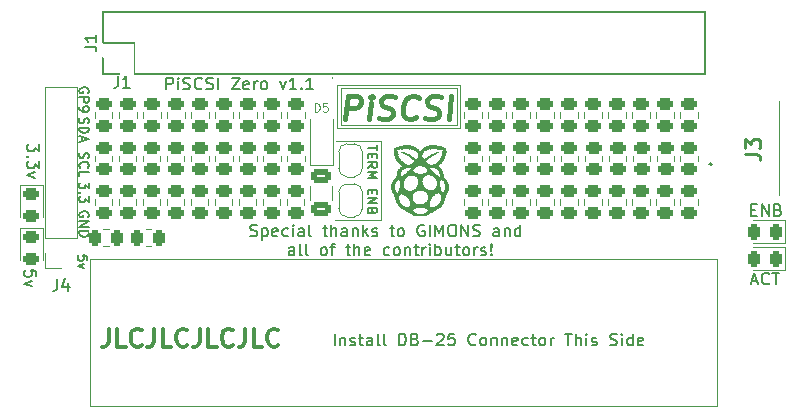
<source format=gto>
G04 #@! TF.GenerationSoftware,KiCad,Pcbnew,(6.0.5-0)*
G04 #@! TF.CreationDate,2022-12-19T20:05:14-06:00*
G04 #@! TF.ProjectId,rascsi_zero,72617363-7369-45f7-9a65-726f2e6b6963,rev?*
G04 #@! TF.SameCoordinates,PX59d60c0PY325aa00*
G04 #@! TF.FileFunction,Legend,Top*
G04 #@! TF.FilePolarity,Positive*
%FSLAX46Y46*%
G04 Gerber Fmt 4.6, Leading zero omitted, Abs format (unit mm)*
G04 Created by KiCad (PCBNEW (6.0.5-0)) date 2022-12-19 20:05:14*
%MOMM*%
%LPD*%
G01*
G04 APERTURE LIST*
G04 Aperture macros list*
%AMRoundRect*
0 Rectangle with rounded corners*
0 $1 Rounding radius*
0 $2 $3 $4 $5 $6 $7 $8 $9 X,Y pos of 4 corners*
0 Add a 4 corners polygon primitive as box body*
4,1,4,$2,$3,$4,$5,$6,$7,$8,$9,$2,$3,0*
0 Add four circle primitives for the rounded corners*
1,1,$1+$1,$2,$3*
1,1,$1+$1,$4,$5*
1,1,$1+$1,$6,$7*
1,1,$1+$1,$8,$9*
0 Add four rect primitives between the rounded corners*
20,1,$1+$1,$2,$3,$4,$5,0*
20,1,$1+$1,$4,$5,$6,$7,0*
20,1,$1+$1,$6,$7,$8,$9,0*
20,1,$1+$1,$8,$9,$2,$3,0*%
%AMFreePoly0*
4,1,22,0.500000,-0.750000,0.000000,-0.750000,0.000000,-0.745033,-0.079941,-0.743568,-0.215256,-0.701293,-0.333266,-0.622738,-0.424486,-0.514219,-0.481581,-0.384460,-0.499164,-0.250000,-0.500000,-0.250000,-0.500000,0.250000,-0.499164,0.250000,-0.499963,0.256109,-0.478152,0.396186,-0.417904,0.524511,-0.324060,0.630769,-0.204165,0.706417,-0.067858,0.745374,0.000000,0.744959,0.000000,0.750000,
0.500000,0.750000,0.500000,-0.750000,0.500000,-0.750000,$1*%
%AMFreePoly1*
4,1,20,0.000000,0.744959,0.073905,0.744508,0.209726,0.703889,0.328688,0.626782,0.421226,0.519385,0.479903,0.390333,0.500000,0.250000,0.500000,-0.250000,0.499851,-0.262216,0.476331,-0.402017,0.414519,-0.529596,0.319384,-0.634700,0.198574,-0.708877,0.061801,-0.746166,0.000000,-0.745033,0.000000,-0.750000,-0.500000,-0.750000,-0.500000,0.750000,0.000000,0.750000,0.000000,0.744959,
0.000000,0.744959,$1*%
G04 Aperture macros list end*
%ADD10C,0.120000*%
%ADD11C,0.150000*%
%ADD12C,0.300000*%
%ADD13C,0.400000*%
%ADD14C,0.100000*%
%ADD15C,0.254000*%
%ADD16C,0.010000*%
%ADD17C,0.200000*%
%ADD18RoundRect,0.243750X-0.456250X0.243750X-0.456250X-0.243750X0.456250X-0.243750X0.456250X0.243750X0*%
%ADD19RoundRect,0.243750X0.243750X0.456250X-0.243750X0.456250X-0.243750X-0.456250X0.243750X-0.456250X0*%
%ADD20R,1.700000X1.700000*%
%ADD21O,1.700000X1.700000*%
%ADD22C,2.700000*%
%ADD23RoundRect,0.250000X-0.625000X0.375000X-0.625000X-0.375000X0.625000X-0.375000X0.625000X0.375000X0*%
%ADD24RoundRect,0.250000X-0.450000X0.262500X-0.450000X-0.262500X0.450000X-0.262500X0.450000X0.262500X0*%
%ADD25RoundRect,0.250000X0.262500X0.450000X-0.262500X0.450000X-0.262500X-0.450000X0.262500X-0.450000X0*%
%ADD26R,1.100000X1.100000*%
%ADD27RoundRect,0.250000X0.450000X-0.262500X0.450000X0.262500X-0.450000X0.262500X-0.450000X-0.262500X0*%
%ADD28FreePoly0,270.000000*%
%ADD29FreePoly1,270.000000*%
%ADD30C,0.650000*%
%ADD31R,1.400000X0.400000*%
%ADD32C,2.000000*%
%ADD33C,1.545000*%
%ADD34C,4.845000*%
G04 APERTURE END LIST*
D10*
X107150000Y3210000D02*
X117570000Y3210000D01*
X117570000Y3210000D02*
X117570000Y-440000D01*
X117570000Y-440000D02*
X107150000Y-440000D01*
X107150000Y-440000D02*
X107150000Y3210000D01*
X107460000Y2930000D02*
X117290000Y2930000D01*
X117290000Y2930000D02*
X117290000Y-190000D01*
X117290000Y-190000D02*
X107460000Y-190000D01*
X107460000Y-190000D02*
X107460000Y2930000D01*
X89950000Y6826000D02*
X87283000Y6826000D01*
X110860000Y-8200000D02*
X110860000Y-1500000D01*
X88680000Y4159000D02*
X87283000Y4159000D01*
X138337000Y4159000D02*
X89950000Y4159000D01*
X87283000Y9493000D02*
X138337000Y9493000D01*
X89950000Y4159000D02*
X89950000Y6826000D01*
X110810000Y-1500000D02*
X107090000Y-1500000D01*
X87283000Y4159000D02*
X87283000Y5556000D01*
X138337000Y9493000D02*
X138337000Y4159000D01*
X106960000Y-8200000D02*
X110860000Y-8200000D01*
X106710000Y3800000D02*
X106710000Y3850000D01*
X87283000Y6826000D02*
X87283000Y9493000D01*
D11*
X142270952Y-13386666D02*
X142747142Y-13386666D01*
X142175714Y-13672380D02*
X142509047Y-12672380D01*
X142842380Y-13672380D01*
X143747142Y-13577142D02*
X143699523Y-13624761D01*
X143556666Y-13672380D01*
X143461428Y-13672380D01*
X143318571Y-13624761D01*
X143223333Y-13529523D01*
X143175714Y-13434285D01*
X143128095Y-13243809D01*
X143128095Y-13100952D01*
X143175714Y-12910476D01*
X143223333Y-12815238D01*
X143318571Y-12720000D01*
X143461428Y-12672380D01*
X143556666Y-12672380D01*
X143699523Y-12720000D01*
X143747142Y-12767619D01*
X144032857Y-12672380D02*
X144604285Y-12672380D01*
X144318571Y-13672380D02*
X144318571Y-12672380D01*
X142231904Y-7338571D02*
X142565238Y-7338571D01*
X142708095Y-7862380D02*
X142231904Y-7862380D01*
X142231904Y-6862380D01*
X142708095Y-6862380D01*
X143136666Y-7862380D02*
X143136666Y-6862380D01*
X143708095Y-7862380D01*
X143708095Y-6862380D01*
X144517619Y-7338571D02*
X144660476Y-7386190D01*
X144708095Y-7433809D01*
X144755714Y-7529047D01*
X144755714Y-7671904D01*
X144708095Y-7767142D01*
X144660476Y-7814761D01*
X144565238Y-7862380D01*
X144184285Y-7862380D01*
X144184285Y-6862380D01*
X144517619Y-6862380D01*
X144612857Y-6910000D01*
X144660476Y-6957619D01*
X144708095Y-7052857D01*
X144708095Y-7148095D01*
X144660476Y-7243333D01*
X144612857Y-7290952D01*
X144517619Y-7338571D01*
X144184285Y-7338571D01*
X85394190Y415429D02*
X85356095Y301143D01*
X85356095Y110667D01*
X85394190Y34477D01*
X85432285Y-3619D01*
X85508476Y-41714D01*
X85584666Y-41714D01*
X85660857Y-3619D01*
X85698952Y34477D01*
X85737047Y110667D01*
X85775142Y263048D01*
X85813238Y339239D01*
X85851333Y377334D01*
X85927523Y415429D01*
X86003714Y415429D01*
X86079904Y377334D01*
X86118000Y339239D01*
X86156095Y263048D01*
X86156095Y72572D01*
X86118000Y-41714D01*
X85356095Y-384571D02*
X86156095Y-384571D01*
X86156095Y-575047D01*
X86118000Y-689333D01*
X86041809Y-765523D01*
X85965619Y-803619D01*
X85813238Y-841714D01*
X85698952Y-841714D01*
X85546571Y-803619D01*
X85470380Y-765523D01*
X85394190Y-689333D01*
X85356095Y-575047D01*
X85356095Y-384571D01*
X85584666Y-1146476D02*
X85584666Y-1527428D01*
X85356095Y-1070285D02*
X86156095Y-1336952D01*
X85356095Y-1603619D01*
X86118000Y-7947476D02*
X86156095Y-7871285D01*
X86156095Y-7757000D01*
X86118000Y-7642714D01*
X86041809Y-7566523D01*
X85965619Y-7528428D01*
X85813238Y-7490333D01*
X85698952Y-7490333D01*
X85546571Y-7528428D01*
X85470380Y-7566523D01*
X85394190Y-7642714D01*
X85356095Y-7757000D01*
X85356095Y-7833190D01*
X85394190Y-7947476D01*
X85432285Y-7985571D01*
X85698952Y-7985571D01*
X85698952Y-7833190D01*
X85356095Y-8328428D02*
X86156095Y-8328428D01*
X85356095Y-8785571D01*
X86156095Y-8785571D01*
X85356095Y-9166523D02*
X86156095Y-9166523D01*
X86156095Y-9357000D01*
X86118000Y-9471285D01*
X86041809Y-9547476D01*
X85965619Y-9585571D01*
X85813238Y-9623666D01*
X85698952Y-9623666D01*
X85546571Y-9585571D01*
X85470380Y-9547476D01*
X85394190Y-9471285D01*
X85356095Y-9357000D01*
X85356095Y-9166523D01*
X81693619Y-12986142D02*
X81693619Y-12509952D01*
X81217428Y-12462333D01*
X81265047Y-12509952D01*
X81312666Y-12605190D01*
X81312666Y-12843285D01*
X81265047Y-12938523D01*
X81217428Y-12986142D01*
X81122190Y-13033761D01*
X80884095Y-13033761D01*
X80788857Y-12986142D01*
X80741238Y-12938523D01*
X80693619Y-12843285D01*
X80693619Y-12605190D01*
X80741238Y-12509952D01*
X80788857Y-12462333D01*
X81360285Y-13367095D02*
X80693619Y-13605190D01*
X81360285Y-13843285D01*
X92719523Y2847620D02*
X92719523Y3847620D01*
X93100476Y3847620D01*
X93195714Y3800000D01*
X93243333Y3752381D01*
X93290952Y3657143D01*
X93290952Y3514286D01*
X93243333Y3419048D01*
X93195714Y3371429D01*
X93100476Y3323810D01*
X92719523Y3323810D01*
X93719523Y2847620D02*
X93719523Y3514286D01*
X93719523Y3847620D02*
X93671904Y3800000D01*
X93719523Y3752381D01*
X93767142Y3800000D01*
X93719523Y3847620D01*
X93719523Y3752381D01*
X94148095Y2895239D02*
X94290952Y2847620D01*
X94529047Y2847620D01*
X94624285Y2895239D01*
X94671904Y2942858D01*
X94719523Y3038096D01*
X94719523Y3133334D01*
X94671904Y3228572D01*
X94624285Y3276191D01*
X94529047Y3323810D01*
X94338571Y3371429D01*
X94243333Y3419048D01*
X94195714Y3466667D01*
X94148095Y3561905D01*
X94148095Y3657143D01*
X94195714Y3752381D01*
X94243333Y3800000D01*
X94338571Y3847620D01*
X94576666Y3847620D01*
X94719523Y3800000D01*
X95719523Y2942858D02*
X95671904Y2895239D01*
X95529047Y2847620D01*
X95433809Y2847620D01*
X95290952Y2895239D01*
X95195714Y2990477D01*
X95148095Y3085715D01*
X95100476Y3276191D01*
X95100476Y3419048D01*
X95148095Y3609524D01*
X95195714Y3704762D01*
X95290952Y3800000D01*
X95433809Y3847620D01*
X95529047Y3847620D01*
X95671904Y3800000D01*
X95719523Y3752381D01*
X96100476Y2895239D02*
X96243333Y2847620D01*
X96481428Y2847620D01*
X96576666Y2895239D01*
X96624285Y2942858D01*
X96671904Y3038096D01*
X96671904Y3133334D01*
X96624285Y3228572D01*
X96576666Y3276191D01*
X96481428Y3323810D01*
X96290952Y3371429D01*
X96195714Y3419048D01*
X96148095Y3466667D01*
X96100476Y3561905D01*
X96100476Y3657143D01*
X96148095Y3752381D01*
X96195714Y3800000D01*
X96290952Y3847620D01*
X96529047Y3847620D01*
X96671904Y3800000D01*
X97100476Y2847620D02*
X97100476Y3847620D01*
X98243333Y3847620D02*
X98910000Y3847620D01*
X98243333Y2847620D01*
X98910000Y2847620D01*
X99671904Y2895239D02*
X99576666Y2847620D01*
X99386190Y2847620D01*
X99290952Y2895239D01*
X99243333Y2990477D01*
X99243333Y3371429D01*
X99290952Y3466667D01*
X99386190Y3514286D01*
X99576666Y3514286D01*
X99671904Y3466667D01*
X99719523Y3371429D01*
X99719523Y3276191D01*
X99243333Y3180953D01*
X100148095Y2847620D02*
X100148095Y3514286D01*
X100148095Y3323810D02*
X100195714Y3419048D01*
X100243333Y3466667D01*
X100338571Y3514286D01*
X100433809Y3514286D01*
X100910000Y2847620D02*
X100814761Y2895239D01*
X100767142Y2942858D01*
X100719523Y3038096D01*
X100719523Y3323810D01*
X100767142Y3419048D01*
X100814761Y3466667D01*
X100910000Y3514286D01*
X101052857Y3514286D01*
X101148095Y3466667D01*
X101195714Y3419048D01*
X101243333Y3323810D01*
X101243333Y3038096D01*
X101195714Y2942858D01*
X101148095Y2895239D01*
X101052857Y2847620D01*
X100910000Y2847620D01*
X102338571Y3514286D02*
X102576666Y2847620D01*
X102814761Y3514286D01*
X103719523Y2847620D02*
X103148095Y2847620D01*
X103433809Y2847620D02*
X103433809Y3847620D01*
X103338571Y3704762D01*
X103243333Y3609524D01*
X103148095Y3561905D01*
X104148095Y2942858D02*
X104195714Y2895239D01*
X104148095Y2847620D01*
X104100476Y2895239D01*
X104148095Y2942858D01*
X104148095Y2847620D01*
X105148095Y2847620D02*
X104576666Y2847620D01*
X104862380Y2847620D02*
X104862380Y3847620D01*
X104767142Y3704762D01*
X104671904Y3609524D01*
X104576666Y3561905D01*
X110548095Y-1866666D02*
X110548095Y-2323809D01*
X109748095Y-2095238D02*
X110548095Y-2095238D01*
X110167142Y-2590476D02*
X110167142Y-2857142D01*
X109748095Y-2971428D02*
X109748095Y-2590476D01*
X110548095Y-2590476D01*
X110548095Y-2971428D01*
X109748095Y-3771428D02*
X110129047Y-3504761D01*
X109748095Y-3314285D02*
X110548095Y-3314285D01*
X110548095Y-3619047D01*
X110510000Y-3695238D01*
X110471904Y-3733333D01*
X110395714Y-3771428D01*
X110281428Y-3771428D01*
X110205238Y-3733333D01*
X110167142Y-3695238D01*
X110129047Y-3619047D01*
X110129047Y-3314285D01*
X109748095Y-4114285D02*
X110548095Y-4114285D01*
X109976666Y-4380952D01*
X110548095Y-4647619D01*
X109748095Y-4647619D01*
X110167142Y-5638095D02*
X110167142Y-5904761D01*
X109748095Y-6019047D02*
X109748095Y-5638095D01*
X110548095Y-5638095D01*
X110548095Y-6019047D01*
X109748095Y-6361904D02*
X110548095Y-6361904D01*
X109748095Y-6819047D01*
X110548095Y-6819047D01*
X110167142Y-7466666D02*
X110129047Y-7580952D01*
X110090952Y-7619047D01*
X110014761Y-7657142D01*
X109900476Y-7657142D01*
X109824285Y-7619047D01*
X109786190Y-7580952D01*
X109748095Y-7504761D01*
X109748095Y-7200000D01*
X110548095Y-7200000D01*
X110548095Y-7466666D01*
X110510000Y-7542857D01*
X110471904Y-7580952D01*
X110395714Y-7619047D01*
X110319523Y-7619047D01*
X110243333Y-7580952D01*
X110205238Y-7542857D01*
X110167142Y-7466666D01*
X110167142Y-7200000D01*
X86118000Y2555429D02*
X86156095Y2631620D01*
X86156095Y2745905D01*
X86118000Y2860191D01*
X86041809Y2936381D01*
X85965619Y2974477D01*
X85813238Y3012572D01*
X85698952Y3012572D01*
X85546571Y2974477D01*
X85470380Y2936381D01*
X85394190Y2860191D01*
X85356095Y2745905D01*
X85356095Y2669715D01*
X85394190Y2555429D01*
X85432285Y2517334D01*
X85698952Y2517334D01*
X85698952Y2669715D01*
X85356095Y2174477D02*
X86156095Y2174477D01*
X86156095Y1869715D01*
X86118000Y1793524D01*
X86079904Y1755429D01*
X86003714Y1717334D01*
X85889428Y1717334D01*
X85813238Y1755429D01*
X85775142Y1793524D01*
X85737047Y1869715D01*
X85737047Y2174477D01*
X85356095Y1336381D02*
X85356095Y1184000D01*
X85394190Y1107810D01*
X85432285Y1069715D01*
X85546571Y993524D01*
X85698952Y955429D01*
X86003714Y955429D01*
X86079904Y993524D01*
X86118000Y1031620D01*
X86156095Y1107810D01*
X86156095Y1260191D01*
X86118000Y1336381D01*
X86079904Y1374477D01*
X86003714Y1412572D01*
X85813238Y1412572D01*
X85737047Y1374477D01*
X85698952Y1336381D01*
X85660857Y1260191D01*
X85660857Y1107810D01*
X85698952Y1031620D01*
X85737047Y993524D01*
X85813238Y955429D01*
D12*
X87831428Y-17428571D02*
X87831428Y-18500000D01*
X87760000Y-18714285D01*
X87617142Y-18857142D01*
X87402857Y-18928571D01*
X87260000Y-18928571D01*
X89260000Y-18928571D02*
X88545714Y-18928571D01*
X88545714Y-17428571D01*
X90617142Y-18785714D02*
X90545714Y-18857142D01*
X90331428Y-18928571D01*
X90188571Y-18928571D01*
X89974285Y-18857142D01*
X89831428Y-18714285D01*
X89760000Y-18571428D01*
X89688571Y-18285714D01*
X89688571Y-18071428D01*
X89760000Y-17785714D01*
X89831428Y-17642857D01*
X89974285Y-17500000D01*
X90188571Y-17428571D01*
X90331428Y-17428571D01*
X90545714Y-17500000D01*
X90617142Y-17571428D01*
X91688571Y-17428571D02*
X91688571Y-18500000D01*
X91617142Y-18714285D01*
X91474285Y-18857142D01*
X91260000Y-18928571D01*
X91117142Y-18928571D01*
X93117142Y-18928571D02*
X92402857Y-18928571D01*
X92402857Y-17428571D01*
X94474285Y-18785714D02*
X94402857Y-18857142D01*
X94188571Y-18928571D01*
X94045714Y-18928571D01*
X93831428Y-18857142D01*
X93688571Y-18714285D01*
X93617142Y-18571428D01*
X93545714Y-18285714D01*
X93545714Y-18071428D01*
X93617142Y-17785714D01*
X93688571Y-17642857D01*
X93831428Y-17500000D01*
X94045714Y-17428571D01*
X94188571Y-17428571D01*
X94402857Y-17500000D01*
X94474285Y-17571428D01*
X95545714Y-17428571D02*
X95545714Y-18500000D01*
X95474285Y-18714285D01*
X95331428Y-18857142D01*
X95117142Y-18928571D01*
X94974285Y-18928571D01*
X96974285Y-18928571D02*
X96260000Y-18928571D01*
X96260000Y-17428571D01*
X98331428Y-18785714D02*
X98260000Y-18857142D01*
X98045714Y-18928571D01*
X97902857Y-18928571D01*
X97688571Y-18857142D01*
X97545714Y-18714285D01*
X97474285Y-18571428D01*
X97402857Y-18285714D01*
X97402857Y-18071428D01*
X97474285Y-17785714D01*
X97545714Y-17642857D01*
X97688571Y-17500000D01*
X97902857Y-17428571D01*
X98045714Y-17428571D01*
X98260000Y-17500000D01*
X98331428Y-17571428D01*
X99402857Y-17428571D02*
X99402857Y-18500000D01*
X99331428Y-18714285D01*
X99188571Y-18857142D01*
X98974285Y-18928571D01*
X98831428Y-18928571D01*
X100831428Y-18928571D02*
X100117142Y-18928571D01*
X100117142Y-17428571D01*
X102188571Y-18785714D02*
X102117142Y-18857142D01*
X101902857Y-18928571D01*
X101760000Y-18928571D01*
X101545714Y-18857142D01*
X101402857Y-18714285D01*
X101331428Y-18571428D01*
X101260000Y-18285714D01*
X101260000Y-18071428D01*
X101331428Y-17785714D01*
X101402857Y-17642857D01*
X101545714Y-17500000D01*
X101760000Y-17428571D01*
X101902857Y-17428571D01*
X102117142Y-17500000D01*
X102188571Y-17571428D01*
D11*
X99826666Y-9549761D02*
X99969523Y-9597380D01*
X100207619Y-9597380D01*
X100302857Y-9549761D01*
X100350476Y-9502142D01*
X100398095Y-9406904D01*
X100398095Y-9311666D01*
X100350476Y-9216428D01*
X100302857Y-9168809D01*
X100207619Y-9121190D01*
X100017142Y-9073571D01*
X99921904Y-9025952D01*
X99874285Y-8978333D01*
X99826666Y-8883095D01*
X99826666Y-8787857D01*
X99874285Y-8692619D01*
X99921904Y-8645000D01*
X100017142Y-8597380D01*
X100255238Y-8597380D01*
X100398095Y-8645000D01*
X100826666Y-8930714D02*
X100826666Y-9930714D01*
X100826666Y-8978333D02*
X100921904Y-8930714D01*
X101112380Y-8930714D01*
X101207619Y-8978333D01*
X101255238Y-9025952D01*
X101302857Y-9121190D01*
X101302857Y-9406904D01*
X101255238Y-9502142D01*
X101207619Y-9549761D01*
X101112380Y-9597380D01*
X100921904Y-9597380D01*
X100826666Y-9549761D01*
X102112380Y-9549761D02*
X102017142Y-9597380D01*
X101826666Y-9597380D01*
X101731428Y-9549761D01*
X101683809Y-9454523D01*
X101683809Y-9073571D01*
X101731428Y-8978333D01*
X101826666Y-8930714D01*
X102017142Y-8930714D01*
X102112380Y-8978333D01*
X102160000Y-9073571D01*
X102160000Y-9168809D01*
X101683809Y-9264047D01*
X103017142Y-9549761D02*
X102921904Y-9597380D01*
X102731428Y-9597380D01*
X102636190Y-9549761D01*
X102588571Y-9502142D01*
X102540952Y-9406904D01*
X102540952Y-9121190D01*
X102588571Y-9025952D01*
X102636190Y-8978333D01*
X102731428Y-8930714D01*
X102921904Y-8930714D01*
X103017142Y-8978333D01*
X103445714Y-9597380D02*
X103445714Y-8930714D01*
X103445714Y-8597380D02*
X103398095Y-8645000D01*
X103445714Y-8692619D01*
X103493333Y-8645000D01*
X103445714Y-8597380D01*
X103445714Y-8692619D01*
X104350476Y-9597380D02*
X104350476Y-9073571D01*
X104302857Y-8978333D01*
X104207619Y-8930714D01*
X104017142Y-8930714D01*
X103921904Y-8978333D01*
X104350476Y-9549761D02*
X104255238Y-9597380D01*
X104017142Y-9597380D01*
X103921904Y-9549761D01*
X103874285Y-9454523D01*
X103874285Y-9359285D01*
X103921904Y-9264047D01*
X104017142Y-9216428D01*
X104255238Y-9216428D01*
X104350476Y-9168809D01*
X104969523Y-9597380D02*
X104874285Y-9549761D01*
X104826666Y-9454523D01*
X104826666Y-8597380D01*
X105969523Y-8930714D02*
X106350476Y-8930714D01*
X106112380Y-8597380D02*
X106112380Y-9454523D01*
X106160000Y-9549761D01*
X106255238Y-9597380D01*
X106350476Y-9597380D01*
X106683809Y-9597380D02*
X106683809Y-8597380D01*
X107112380Y-9597380D02*
X107112380Y-9073571D01*
X107064761Y-8978333D01*
X106969523Y-8930714D01*
X106826666Y-8930714D01*
X106731428Y-8978333D01*
X106683809Y-9025952D01*
X108017142Y-9597380D02*
X108017142Y-9073571D01*
X107969523Y-8978333D01*
X107874285Y-8930714D01*
X107683809Y-8930714D01*
X107588571Y-8978333D01*
X108017142Y-9549761D02*
X107921904Y-9597380D01*
X107683809Y-9597380D01*
X107588571Y-9549761D01*
X107540952Y-9454523D01*
X107540952Y-9359285D01*
X107588571Y-9264047D01*
X107683809Y-9216428D01*
X107921904Y-9216428D01*
X108017142Y-9168809D01*
X108493333Y-8930714D02*
X108493333Y-9597380D01*
X108493333Y-9025952D02*
X108540952Y-8978333D01*
X108636190Y-8930714D01*
X108779047Y-8930714D01*
X108874285Y-8978333D01*
X108921904Y-9073571D01*
X108921904Y-9597380D01*
X109398095Y-9597380D02*
X109398095Y-8597380D01*
X109493333Y-9216428D02*
X109779047Y-9597380D01*
X109779047Y-8930714D02*
X109398095Y-9311666D01*
X110160000Y-9549761D02*
X110255238Y-9597380D01*
X110445714Y-9597380D01*
X110540952Y-9549761D01*
X110588571Y-9454523D01*
X110588571Y-9406904D01*
X110540952Y-9311666D01*
X110445714Y-9264047D01*
X110302857Y-9264047D01*
X110207619Y-9216428D01*
X110160000Y-9121190D01*
X110160000Y-9073571D01*
X110207619Y-8978333D01*
X110302857Y-8930714D01*
X110445714Y-8930714D01*
X110540952Y-8978333D01*
X111636190Y-8930714D02*
X112017142Y-8930714D01*
X111779047Y-8597380D02*
X111779047Y-9454523D01*
X111826666Y-9549761D01*
X111921904Y-9597380D01*
X112017142Y-9597380D01*
X112493333Y-9597380D02*
X112398095Y-9549761D01*
X112350476Y-9502142D01*
X112302857Y-9406904D01*
X112302857Y-9121190D01*
X112350476Y-9025952D01*
X112398095Y-8978333D01*
X112493333Y-8930714D01*
X112636190Y-8930714D01*
X112731428Y-8978333D01*
X112779047Y-9025952D01*
X112826666Y-9121190D01*
X112826666Y-9406904D01*
X112779047Y-9502142D01*
X112731428Y-9549761D01*
X112636190Y-9597380D01*
X112493333Y-9597380D01*
X114540952Y-8645000D02*
X114445714Y-8597380D01*
X114302857Y-8597380D01*
X114160000Y-8645000D01*
X114064761Y-8740238D01*
X114017142Y-8835476D01*
X113969523Y-9025952D01*
X113969523Y-9168809D01*
X114017142Y-9359285D01*
X114064761Y-9454523D01*
X114160000Y-9549761D01*
X114302857Y-9597380D01*
X114398095Y-9597380D01*
X114540952Y-9549761D01*
X114588571Y-9502142D01*
X114588571Y-9168809D01*
X114398095Y-9168809D01*
X115017142Y-9597380D02*
X115017142Y-8597380D01*
X115493333Y-9597380D02*
X115493333Y-8597380D01*
X115826666Y-9311666D01*
X116160000Y-8597380D01*
X116160000Y-9597380D01*
X116826666Y-8597380D02*
X117017142Y-8597380D01*
X117112380Y-8645000D01*
X117207619Y-8740238D01*
X117255238Y-8930714D01*
X117255238Y-9264047D01*
X117207619Y-9454523D01*
X117112380Y-9549761D01*
X117017142Y-9597380D01*
X116826666Y-9597380D01*
X116731428Y-9549761D01*
X116636190Y-9454523D01*
X116588571Y-9264047D01*
X116588571Y-8930714D01*
X116636190Y-8740238D01*
X116731428Y-8645000D01*
X116826666Y-8597380D01*
X117683809Y-9597380D02*
X117683809Y-8597380D01*
X118255238Y-9597380D01*
X118255238Y-8597380D01*
X118683809Y-9549761D02*
X118826666Y-9597380D01*
X119064761Y-9597380D01*
X119160000Y-9549761D01*
X119207619Y-9502142D01*
X119255238Y-9406904D01*
X119255238Y-9311666D01*
X119207619Y-9216428D01*
X119160000Y-9168809D01*
X119064761Y-9121190D01*
X118874285Y-9073571D01*
X118779047Y-9025952D01*
X118731428Y-8978333D01*
X118683809Y-8883095D01*
X118683809Y-8787857D01*
X118731428Y-8692619D01*
X118779047Y-8645000D01*
X118874285Y-8597380D01*
X119112380Y-8597380D01*
X119255238Y-8645000D01*
X120874285Y-9597380D02*
X120874285Y-9073571D01*
X120826666Y-8978333D01*
X120731428Y-8930714D01*
X120540952Y-8930714D01*
X120445714Y-8978333D01*
X120874285Y-9549761D02*
X120779047Y-9597380D01*
X120540952Y-9597380D01*
X120445714Y-9549761D01*
X120398095Y-9454523D01*
X120398095Y-9359285D01*
X120445714Y-9264047D01*
X120540952Y-9216428D01*
X120779047Y-9216428D01*
X120874285Y-9168809D01*
X121350476Y-8930714D02*
X121350476Y-9597380D01*
X121350476Y-9025952D02*
X121398095Y-8978333D01*
X121493333Y-8930714D01*
X121636190Y-8930714D01*
X121731428Y-8978333D01*
X121779047Y-9073571D01*
X121779047Y-9597380D01*
X122683809Y-9597380D02*
X122683809Y-8597380D01*
X122683809Y-9549761D02*
X122588571Y-9597380D01*
X122398095Y-9597380D01*
X122302857Y-9549761D01*
X122255238Y-9502142D01*
X122207619Y-9406904D01*
X122207619Y-9121190D01*
X122255238Y-9025952D01*
X122302857Y-8978333D01*
X122398095Y-8930714D01*
X122588571Y-8930714D01*
X122683809Y-8978333D01*
X103540952Y-11207380D02*
X103540952Y-10683571D01*
X103493333Y-10588333D01*
X103398095Y-10540714D01*
X103207619Y-10540714D01*
X103112380Y-10588333D01*
X103540952Y-11159761D02*
X103445714Y-11207380D01*
X103207619Y-11207380D01*
X103112380Y-11159761D01*
X103064761Y-11064523D01*
X103064761Y-10969285D01*
X103112380Y-10874047D01*
X103207619Y-10826428D01*
X103445714Y-10826428D01*
X103540952Y-10778809D01*
X104160000Y-11207380D02*
X104064761Y-11159761D01*
X104017142Y-11064523D01*
X104017142Y-10207380D01*
X104683809Y-11207380D02*
X104588571Y-11159761D01*
X104540952Y-11064523D01*
X104540952Y-10207380D01*
X105969523Y-11207380D02*
X105874285Y-11159761D01*
X105826666Y-11112142D01*
X105779047Y-11016904D01*
X105779047Y-10731190D01*
X105826666Y-10635952D01*
X105874285Y-10588333D01*
X105969523Y-10540714D01*
X106112380Y-10540714D01*
X106207619Y-10588333D01*
X106255238Y-10635952D01*
X106302857Y-10731190D01*
X106302857Y-11016904D01*
X106255238Y-11112142D01*
X106207619Y-11159761D01*
X106112380Y-11207380D01*
X105969523Y-11207380D01*
X106588571Y-10540714D02*
X106969523Y-10540714D01*
X106731428Y-11207380D02*
X106731428Y-10350238D01*
X106779047Y-10255000D01*
X106874285Y-10207380D01*
X106969523Y-10207380D01*
X107921904Y-10540714D02*
X108302857Y-10540714D01*
X108064761Y-10207380D02*
X108064761Y-11064523D01*
X108112380Y-11159761D01*
X108207619Y-11207380D01*
X108302857Y-11207380D01*
X108636190Y-11207380D02*
X108636190Y-10207380D01*
X109064761Y-11207380D02*
X109064761Y-10683571D01*
X109017142Y-10588333D01*
X108921904Y-10540714D01*
X108779047Y-10540714D01*
X108683809Y-10588333D01*
X108636190Y-10635952D01*
X109921904Y-11159761D02*
X109826666Y-11207380D01*
X109636190Y-11207380D01*
X109540952Y-11159761D01*
X109493333Y-11064523D01*
X109493333Y-10683571D01*
X109540952Y-10588333D01*
X109636190Y-10540714D01*
X109826666Y-10540714D01*
X109921904Y-10588333D01*
X109969523Y-10683571D01*
X109969523Y-10778809D01*
X109493333Y-10874047D01*
X111588571Y-11159761D02*
X111493333Y-11207380D01*
X111302857Y-11207380D01*
X111207619Y-11159761D01*
X111160000Y-11112142D01*
X111112380Y-11016904D01*
X111112380Y-10731190D01*
X111160000Y-10635952D01*
X111207619Y-10588333D01*
X111302857Y-10540714D01*
X111493333Y-10540714D01*
X111588571Y-10588333D01*
X112160000Y-11207380D02*
X112064761Y-11159761D01*
X112017142Y-11112142D01*
X111969523Y-11016904D01*
X111969523Y-10731190D01*
X112017142Y-10635952D01*
X112064761Y-10588333D01*
X112160000Y-10540714D01*
X112302857Y-10540714D01*
X112398095Y-10588333D01*
X112445714Y-10635952D01*
X112493333Y-10731190D01*
X112493333Y-11016904D01*
X112445714Y-11112142D01*
X112398095Y-11159761D01*
X112302857Y-11207380D01*
X112160000Y-11207380D01*
X112921904Y-10540714D02*
X112921904Y-11207380D01*
X112921904Y-10635952D02*
X112969523Y-10588333D01*
X113064761Y-10540714D01*
X113207619Y-10540714D01*
X113302857Y-10588333D01*
X113350476Y-10683571D01*
X113350476Y-11207380D01*
X113683809Y-10540714D02*
X114064761Y-10540714D01*
X113826666Y-10207380D02*
X113826666Y-11064523D01*
X113874285Y-11159761D01*
X113969523Y-11207380D01*
X114064761Y-11207380D01*
X114398095Y-11207380D02*
X114398095Y-10540714D01*
X114398095Y-10731190D02*
X114445714Y-10635952D01*
X114493333Y-10588333D01*
X114588571Y-10540714D01*
X114683809Y-10540714D01*
X115017142Y-11207380D02*
X115017142Y-10540714D01*
X115017142Y-10207380D02*
X114969523Y-10255000D01*
X115017142Y-10302619D01*
X115064761Y-10255000D01*
X115017142Y-10207380D01*
X115017142Y-10302619D01*
X115493333Y-11207380D02*
X115493333Y-10207380D01*
X115493333Y-10588333D02*
X115588571Y-10540714D01*
X115779047Y-10540714D01*
X115874285Y-10588333D01*
X115921904Y-10635952D01*
X115969523Y-10731190D01*
X115969523Y-11016904D01*
X115921904Y-11112142D01*
X115874285Y-11159761D01*
X115779047Y-11207380D01*
X115588571Y-11207380D01*
X115493333Y-11159761D01*
X116826666Y-10540714D02*
X116826666Y-11207380D01*
X116398095Y-10540714D02*
X116398095Y-11064523D01*
X116445714Y-11159761D01*
X116540952Y-11207380D01*
X116683809Y-11207380D01*
X116779047Y-11159761D01*
X116826666Y-11112142D01*
X117160000Y-10540714D02*
X117540952Y-10540714D01*
X117302857Y-10207380D02*
X117302857Y-11064523D01*
X117350476Y-11159761D01*
X117445714Y-11207380D01*
X117540952Y-11207380D01*
X118017142Y-11207380D02*
X117921904Y-11159761D01*
X117874285Y-11112142D01*
X117826666Y-11016904D01*
X117826666Y-10731190D01*
X117874285Y-10635952D01*
X117921904Y-10588333D01*
X118017142Y-10540714D01*
X118160000Y-10540714D01*
X118255238Y-10588333D01*
X118302857Y-10635952D01*
X118350476Y-10731190D01*
X118350476Y-11016904D01*
X118302857Y-11112142D01*
X118255238Y-11159761D01*
X118160000Y-11207380D01*
X118017142Y-11207380D01*
X118779047Y-11207380D02*
X118779047Y-10540714D01*
X118779047Y-10731190D02*
X118826666Y-10635952D01*
X118874285Y-10588333D01*
X118969523Y-10540714D01*
X119064761Y-10540714D01*
X119350476Y-11159761D02*
X119445714Y-11207380D01*
X119636190Y-11207380D01*
X119731428Y-11159761D01*
X119779047Y-11064523D01*
X119779047Y-11016904D01*
X119731428Y-10921666D01*
X119636190Y-10874047D01*
X119493333Y-10874047D01*
X119398095Y-10826428D01*
X119350476Y-10731190D01*
X119350476Y-10683571D01*
X119398095Y-10588333D01*
X119493333Y-10540714D01*
X119636190Y-10540714D01*
X119731428Y-10588333D01*
X120207619Y-11112142D02*
X120255238Y-11159761D01*
X120207619Y-11207380D01*
X120160000Y-11159761D01*
X120207619Y-11112142D01*
X120207619Y-11207380D01*
X120207619Y-10826428D02*
X120160000Y-10255000D01*
X120207619Y-10207380D01*
X120255238Y-10255000D01*
X120207619Y-10826428D01*
X120207619Y-10207380D01*
D13*
X107845202Y317239D02*
X108095202Y2317239D01*
X108857107Y2317239D01*
X109035678Y2222000D01*
X109119011Y2126762D01*
X109190440Y1936286D01*
X109154726Y1650572D01*
X109035678Y1460096D01*
X108928535Y1364858D01*
X108726154Y1269620D01*
X107964250Y1269620D01*
X109845202Y317239D02*
X110011869Y1650572D01*
X110095202Y2317239D02*
X109988059Y2222000D01*
X110071392Y2126762D01*
X110178535Y2222000D01*
X110095202Y2317239D01*
X110071392Y2126762D01*
X110714250Y412477D02*
X110988059Y317239D01*
X111464250Y317239D01*
X111666630Y412477D01*
X111773773Y507715D01*
X111892821Y698191D01*
X111916630Y888667D01*
X111845202Y1079143D01*
X111761869Y1174381D01*
X111583297Y1269620D01*
X111214250Y1364858D01*
X111035678Y1460096D01*
X110952345Y1555334D01*
X110880916Y1745810D01*
X110904726Y1936286D01*
X111023773Y2126762D01*
X111130916Y2222000D01*
X111333297Y2317239D01*
X111809488Y2317239D01*
X112083297Y2222000D01*
X113869011Y507715D02*
X113761869Y412477D01*
X113464250Y317239D01*
X113273773Y317239D01*
X112999964Y412477D01*
X112833297Y602953D01*
X112761869Y793429D01*
X112714250Y1174381D01*
X112749964Y1460096D01*
X112892821Y1841048D01*
X113011869Y2031524D01*
X113226154Y2222000D01*
X113523773Y2317239D01*
X113714250Y2317239D01*
X113988059Y2222000D01*
X114071392Y2126762D01*
X114619011Y412477D02*
X114892821Y317239D01*
X115369011Y317239D01*
X115571392Y412477D01*
X115678535Y507715D01*
X115797583Y698191D01*
X115821392Y888667D01*
X115749964Y1079143D01*
X115666630Y1174381D01*
X115488059Y1269620D01*
X115119011Y1364858D01*
X114940440Y1460096D01*
X114857107Y1555334D01*
X114785678Y1745810D01*
X114809488Y1936286D01*
X114928535Y2126762D01*
X115035678Y2222000D01*
X115238059Y2317239D01*
X115714250Y2317239D01*
X115988059Y2222000D01*
X116607107Y317239D02*
X116857107Y2317239D01*
D11*
X85394190Y-2524619D02*
X85356095Y-2638904D01*
X85356095Y-2829380D01*
X85394190Y-2905571D01*
X85432285Y-2943666D01*
X85508476Y-2981761D01*
X85584666Y-2981761D01*
X85660857Y-2943666D01*
X85698952Y-2905571D01*
X85737047Y-2829380D01*
X85775142Y-2677000D01*
X85813238Y-2600809D01*
X85851333Y-2562714D01*
X85927523Y-2524619D01*
X86003714Y-2524619D01*
X86079904Y-2562714D01*
X86118000Y-2600809D01*
X86156095Y-2677000D01*
X86156095Y-2867476D01*
X86118000Y-2981761D01*
X85432285Y-3781761D02*
X85394190Y-3743666D01*
X85356095Y-3629380D01*
X85356095Y-3553190D01*
X85394190Y-3438904D01*
X85470380Y-3362714D01*
X85546571Y-3324619D01*
X85698952Y-3286523D01*
X85813238Y-3286523D01*
X85965619Y-3324619D01*
X86041809Y-3362714D01*
X86118000Y-3438904D01*
X86156095Y-3553190D01*
X86156095Y-3629380D01*
X86118000Y-3743666D01*
X86079904Y-3781761D01*
X85356095Y-4505571D02*
X85356095Y-4124619D01*
X86156095Y-4124619D01*
X88626666Y3997620D02*
X88626666Y3283334D01*
X88579047Y3140477D01*
X88483809Y3045239D01*
X88340952Y2997620D01*
X88245714Y2997620D01*
X89626666Y2997620D02*
X89055238Y2997620D01*
X89340952Y2997620D02*
X89340952Y3997620D01*
X89245714Y3854762D01*
X89150476Y3759524D01*
X89055238Y3711905D01*
X86029095Y-11617714D02*
X86029095Y-11236761D01*
X85648142Y-11198666D01*
X85686238Y-11236761D01*
X85724333Y-11312952D01*
X85724333Y-11503428D01*
X85686238Y-11579619D01*
X85648142Y-11617714D01*
X85571952Y-11655809D01*
X85381476Y-11655809D01*
X85305285Y-11617714D01*
X85267190Y-11579619D01*
X85229095Y-11503428D01*
X85229095Y-11312952D01*
X85267190Y-11236761D01*
X85305285Y-11198666D01*
X85762428Y-11922476D02*
X85229095Y-12112952D01*
X85762428Y-12303428D01*
X86156095Y-5051904D02*
X86156095Y-5547142D01*
X85851333Y-5280476D01*
X85851333Y-5394761D01*
X85813238Y-5470952D01*
X85775142Y-5509047D01*
X85698952Y-5547142D01*
X85508476Y-5547142D01*
X85432285Y-5509047D01*
X85394190Y-5470952D01*
X85356095Y-5394761D01*
X85356095Y-5166190D01*
X85394190Y-5090000D01*
X85432285Y-5051904D01*
X85432285Y-5890000D02*
X85394190Y-5928095D01*
X85356095Y-5890000D01*
X85394190Y-5851904D01*
X85432285Y-5890000D01*
X85356095Y-5890000D01*
X86156095Y-6194761D02*
X86156095Y-6690000D01*
X85851333Y-6423333D01*
X85851333Y-6537619D01*
X85813238Y-6613809D01*
X85775142Y-6651904D01*
X85698952Y-6690000D01*
X85508476Y-6690000D01*
X85432285Y-6651904D01*
X85394190Y-6613809D01*
X85356095Y-6537619D01*
X85356095Y-6309047D01*
X85394190Y-6232857D01*
X85432285Y-6194761D01*
X81947619Y-1794428D02*
X81947619Y-2413476D01*
X81566666Y-2080142D01*
X81566666Y-2223000D01*
X81519047Y-2318238D01*
X81471428Y-2365857D01*
X81376190Y-2413476D01*
X81138095Y-2413476D01*
X81042857Y-2365857D01*
X80995238Y-2318238D01*
X80947619Y-2223000D01*
X80947619Y-1937285D01*
X80995238Y-1842047D01*
X81042857Y-1794428D01*
X81042857Y-2842047D02*
X80995238Y-2889666D01*
X80947619Y-2842047D01*
X80995238Y-2794428D01*
X81042857Y-2842047D01*
X80947619Y-2842047D01*
X81947619Y-3223000D02*
X81947619Y-3842047D01*
X81566666Y-3508714D01*
X81566666Y-3651571D01*
X81519047Y-3746809D01*
X81471428Y-3794428D01*
X81376190Y-3842047D01*
X81138095Y-3842047D01*
X81042857Y-3794428D01*
X80995238Y-3746809D01*
X80947619Y-3651571D01*
X80947619Y-3365857D01*
X80995238Y-3270619D01*
X81042857Y-3223000D01*
X81614285Y-4175380D02*
X80947619Y-4413476D01*
X81614285Y-4651571D01*
X85792380Y6466667D02*
X86506666Y6466667D01*
X86649523Y6419048D01*
X86744761Y6323810D01*
X86792380Y6180953D01*
X86792380Y6085715D01*
X86792380Y7466667D02*
X86792380Y6895239D01*
X86792380Y7180953D02*
X85792380Y7180953D01*
X85935238Y7085715D01*
X86030476Y6990477D01*
X86078095Y6895239D01*
D14*
X105313333Y963334D02*
X105313333Y1663334D01*
X105480000Y1663334D01*
X105580000Y1630000D01*
X105646666Y1563334D01*
X105680000Y1496667D01*
X105713333Y1363334D01*
X105713333Y1263334D01*
X105680000Y1130000D01*
X105646666Y1063334D01*
X105580000Y996667D01*
X105480000Y963334D01*
X105313333Y963334D01*
X106346666Y1663334D02*
X106013333Y1663334D01*
X105980000Y1330000D01*
X106013333Y1363334D01*
X106080000Y1396667D01*
X106246666Y1396667D01*
X106313333Y1363334D01*
X106346666Y1330000D01*
X106380000Y1263334D01*
X106380000Y1096667D01*
X106346666Y1030000D01*
X106313333Y996667D01*
X106246666Y963334D01*
X106080000Y963334D01*
X106013333Y996667D01*
X105980000Y1030000D01*
D11*
X83476666Y-13202380D02*
X83476666Y-13916666D01*
X83429047Y-14059523D01*
X83333809Y-14154761D01*
X83190952Y-14202380D01*
X83095714Y-14202380D01*
X84381428Y-13535714D02*
X84381428Y-14202380D01*
X84143333Y-13154761D02*
X83905238Y-13869047D01*
X84524285Y-13869047D01*
D15*
X141739523Y-2623333D02*
X142646666Y-2623333D01*
X142828095Y-2683809D01*
X142949047Y-2804761D01*
X143009523Y-2986190D01*
X143009523Y-3107142D01*
X141739523Y-2139523D02*
X141739523Y-1353333D01*
X142223333Y-1776666D01*
X142223333Y-1595238D01*
X142283809Y-1474285D01*
X142344285Y-1413809D01*
X142465238Y-1353333D01*
X142767619Y-1353333D01*
X142888571Y-1413809D01*
X142949047Y-1474285D01*
X143009523Y-1595238D01*
X143009523Y-1958095D01*
X142949047Y-2079047D01*
X142888571Y-2139523D01*
D11*
X106954060Y-18839180D02*
X106954060Y-17839180D01*
X107430251Y-18172514D02*
X107430251Y-18839180D01*
X107430251Y-18267752D02*
X107477870Y-18220133D01*
X107573108Y-18172514D01*
X107715965Y-18172514D01*
X107811203Y-18220133D01*
X107858822Y-18315371D01*
X107858822Y-18839180D01*
X108287394Y-18791561D02*
X108382632Y-18839180D01*
X108573108Y-18839180D01*
X108668346Y-18791561D01*
X108715965Y-18696323D01*
X108715965Y-18648704D01*
X108668346Y-18553466D01*
X108573108Y-18505847D01*
X108430251Y-18505847D01*
X108335013Y-18458228D01*
X108287394Y-18362990D01*
X108287394Y-18315371D01*
X108335013Y-18220133D01*
X108430251Y-18172514D01*
X108573108Y-18172514D01*
X108668346Y-18220133D01*
X109001680Y-18172514D02*
X109382632Y-18172514D01*
X109144537Y-17839180D02*
X109144537Y-18696323D01*
X109192156Y-18791561D01*
X109287394Y-18839180D01*
X109382632Y-18839180D01*
X110144537Y-18839180D02*
X110144537Y-18315371D01*
X110096918Y-18220133D01*
X110001680Y-18172514D01*
X109811203Y-18172514D01*
X109715965Y-18220133D01*
X110144537Y-18791561D02*
X110049299Y-18839180D01*
X109811203Y-18839180D01*
X109715965Y-18791561D01*
X109668346Y-18696323D01*
X109668346Y-18601085D01*
X109715965Y-18505847D01*
X109811203Y-18458228D01*
X110049299Y-18458228D01*
X110144537Y-18410609D01*
X110763584Y-18839180D02*
X110668346Y-18791561D01*
X110620727Y-18696323D01*
X110620727Y-17839180D01*
X111287394Y-18839180D02*
X111192156Y-18791561D01*
X111144537Y-18696323D01*
X111144537Y-17839180D01*
X112430251Y-18839180D02*
X112430251Y-17839180D01*
X112668346Y-17839180D01*
X112811203Y-17886800D01*
X112906441Y-17982038D01*
X112954060Y-18077276D01*
X113001680Y-18267752D01*
X113001680Y-18410609D01*
X112954060Y-18601085D01*
X112906441Y-18696323D01*
X112811203Y-18791561D01*
X112668346Y-18839180D01*
X112430251Y-18839180D01*
X113763584Y-18315371D02*
X113906441Y-18362990D01*
X113954060Y-18410609D01*
X114001680Y-18505847D01*
X114001680Y-18648704D01*
X113954060Y-18743942D01*
X113906441Y-18791561D01*
X113811203Y-18839180D01*
X113430251Y-18839180D01*
X113430251Y-17839180D01*
X113763584Y-17839180D01*
X113858822Y-17886800D01*
X113906441Y-17934419D01*
X113954060Y-18029657D01*
X113954060Y-18124895D01*
X113906441Y-18220133D01*
X113858822Y-18267752D01*
X113763584Y-18315371D01*
X113430251Y-18315371D01*
X114430251Y-18458228D02*
X115192156Y-18458228D01*
X115620727Y-17934419D02*
X115668346Y-17886800D01*
X115763584Y-17839180D01*
X116001680Y-17839180D01*
X116096918Y-17886800D01*
X116144537Y-17934419D01*
X116192156Y-18029657D01*
X116192156Y-18124895D01*
X116144537Y-18267752D01*
X115573108Y-18839180D01*
X116192156Y-18839180D01*
X117096918Y-17839180D02*
X116620727Y-17839180D01*
X116573108Y-18315371D01*
X116620727Y-18267752D01*
X116715965Y-18220133D01*
X116954060Y-18220133D01*
X117049299Y-18267752D01*
X117096918Y-18315371D01*
X117144537Y-18410609D01*
X117144537Y-18648704D01*
X117096918Y-18743942D01*
X117049299Y-18791561D01*
X116954060Y-18839180D01*
X116715965Y-18839180D01*
X116620727Y-18791561D01*
X116573108Y-18743942D01*
X118906441Y-18743942D02*
X118858822Y-18791561D01*
X118715965Y-18839180D01*
X118620727Y-18839180D01*
X118477870Y-18791561D01*
X118382632Y-18696323D01*
X118335013Y-18601085D01*
X118287394Y-18410609D01*
X118287394Y-18267752D01*
X118335013Y-18077276D01*
X118382632Y-17982038D01*
X118477870Y-17886800D01*
X118620727Y-17839180D01*
X118715965Y-17839180D01*
X118858822Y-17886800D01*
X118906441Y-17934419D01*
X119477870Y-18839180D02*
X119382632Y-18791561D01*
X119335013Y-18743942D01*
X119287394Y-18648704D01*
X119287394Y-18362990D01*
X119335013Y-18267752D01*
X119382632Y-18220133D01*
X119477870Y-18172514D01*
X119620727Y-18172514D01*
X119715965Y-18220133D01*
X119763584Y-18267752D01*
X119811203Y-18362990D01*
X119811203Y-18648704D01*
X119763584Y-18743942D01*
X119715965Y-18791561D01*
X119620727Y-18839180D01*
X119477870Y-18839180D01*
X120239775Y-18172514D02*
X120239775Y-18839180D01*
X120239775Y-18267752D02*
X120287394Y-18220133D01*
X120382632Y-18172514D01*
X120525489Y-18172514D01*
X120620727Y-18220133D01*
X120668346Y-18315371D01*
X120668346Y-18839180D01*
X121144537Y-18172514D02*
X121144537Y-18839180D01*
X121144537Y-18267752D02*
X121192156Y-18220133D01*
X121287394Y-18172514D01*
X121430251Y-18172514D01*
X121525489Y-18220133D01*
X121573108Y-18315371D01*
X121573108Y-18839180D01*
X122430251Y-18791561D02*
X122335013Y-18839180D01*
X122144537Y-18839180D01*
X122049299Y-18791561D01*
X122001680Y-18696323D01*
X122001680Y-18315371D01*
X122049299Y-18220133D01*
X122144537Y-18172514D01*
X122335013Y-18172514D01*
X122430251Y-18220133D01*
X122477870Y-18315371D01*
X122477870Y-18410609D01*
X122001680Y-18505847D01*
X123335013Y-18791561D02*
X123239775Y-18839180D01*
X123049299Y-18839180D01*
X122954060Y-18791561D01*
X122906441Y-18743942D01*
X122858822Y-18648704D01*
X122858822Y-18362990D01*
X122906441Y-18267752D01*
X122954060Y-18220133D01*
X123049299Y-18172514D01*
X123239775Y-18172514D01*
X123335013Y-18220133D01*
X123620727Y-18172514D02*
X124001680Y-18172514D01*
X123763584Y-17839180D02*
X123763584Y-18696323D01*
X123811203Y-18791561D01*
X123906441Y-18839180D01*
X124001680Y-18839180D01*
X124477870Y-18839180D02*
X124382632Y-18791561D01*
X124335013Y-18743942D01*
X124287394Y-18648704D01*
X124287394Y-18362990D01*
X124335013Y-18267752D01*
X124382632Y-18220133D01*
X124477870Y-18172514D01*
X124620727Y-18172514D01*
X124715965Y-18220133D01*
X124763584Y-18267752D01*
X124811203Y-18362990D01*
X124811203Y-18648704D01*
X124763584Y-18743942D01*
X124715965Y-18791561D01*
X124620727Y-18839180D01*
X124477870Y-18839180D01*
X125239775Y-18839180D02*
X125239775Y-18172514D01*
X125239775Y-18362990D02*
X125287394Y-18267752D01*
X125335013Y-18220133D01*
X125430251Y-18172514D01*
X125525489Y-18172514D01*
X126477870Y-17839180D02*
X127049299Y-17839180D01*
X126763584Y-18839180D02*
X126763584Y-17839180D01*
X127382632Y-18839180D02*
X127382632Y-17839180D01*
X127811203Y-18839180D02*
X127811203Y-18315371D01*
X127763584Y-18220133D01*
X127668346Y-18172514D01*
X127525489Y-18172514D01*
X127430251Y-18220133D01*
X127382632Y-18267752D01*
X128287394Y-18839180D02*
X128287394Y-18172514D01*
X128287394Y-17839180D02*
X128239775Y-17886800D01*
X128287394Y-17934419D01*
X128335013Y-17886800D01*
X128287394Y-17839180D01*
X128287394Y-17934419D01*
X128715965Y-18791561D02*
X128811203Y-18839180D01*
X129001679Y-18839180D01*
X129096918Y-18791561D01*
X129144537Y-18696323D01*
X129144537Y-18648704D01*
X129096918Y-18553466D01*
X129001679Y-18505847D01*
X128858822Y-18505847D01*
X128763584Y-18458228D01*
X128715965Y-18362990D01*
X128715965Y-18315371D01*
X128763584Y-18220133D01*
X128858822Y-18172514D01*
X129001679Y-18172514D01*
X129096918Y-18220133D01*
X130287394Y-18791561D02*
X130430251Y-18839180D01*
X130668346Y-18839180D01*
X130763584Y-18791561D01*
X130811203Y-18743942D01*
X130858822Y-18648704D01*
X130858822Y-18553466D01*
X130811203Y-18458228D01*
X130763584Y-18410609D01*
X130668346Y-18362990D01*
X130477870Y-18315371D01*
X130382632Y-18267752D01*
X130335013Y-18220133D01*
X130287394Y-18124895D01*
X130287394Y-18029657D01*
X130335013Y-17934419D01*
X130382632Y-17886800D01*
X130477870Y-17839180D01*
X130715965Y-17839180D01*
X130858822Y-17886800D01*
X131287394Y-18839180D02*
X131287394Y-18172514D01*
X131287394Y-17839180D02*
X131239775Y-17886800D01*
X131287394Y-17934419D01*
X131335013Y-17886800D01*
X131287394Y-17839180D01*
X131287394Y-17934419D01*
X132192156Y-18839180D02*
X132192156Y-17839180D01*
X132192156Y-18791561D02*
X132096918Y-18839180D01*
X131906441Y-18839180D01*
X131811203Y-18791561D01*
X131763584Y-18743942D01*
X131715965Y-18648704D01*
X131715965Y-18362990D01*
X131763584Y-18267752D01*
X131811203Y-18220133D01*
X131906441Y-18172514D01*
X132096918Y-18172514D01*
X132192156Y-18220133D01*
X133049299Y-18791561D02*
X132954060Y-18839180D01*
X132763584Y-18839180D01*
X132668346Y-18791561D01*
X132620727Y-18696323D01*
X132620727Y-18315371D01*
X132668346Y-18220133D01*
X132763584Y-18172514D01*
X132954060Y-18172514D01*
X133049299Y-18220133D01*
X133096918Y-18315371D01*
X133096918Y-18410609D01*
X132620727Y-18505847D01*
D10*
X80313000Y-8904000D02*
X80313000Y-11589000D01*
X82233000Y-11589000D02*
X82233000Y-8904000D01*
X82233000Y-8904000D02*
X80313000Y-8904000D01*
X145061000Y-12438000D02*
X145061000Y-10518000D01*
X145061000Y-10518000D02*
X142376000Y-10518000D01*
X142376000Y-12438000D02*
X145061000Y-12438000D01*
X142376000Y-10152000D02*
X145061000Y-10152000D01*
X145061000Y-8232000D02*
X142376000Y-8232000D01*
X145061000Y-10152000D02*
X145061000Y-8232000D01*
X89940000Y4200000D02*
X89940000Y6800000D01*
X88670000Y4200000D02*
X87340000Y4200000D01*
X87340000Y6800000D02*
X87340000Y9400000D01*
X87340000Y4200000D02*
X87340000Y5530000D01*
X89940000Y4200000D02*
X138260000Y4200000D01*
X89940000Y6800000D02*
X87340000Y6800000D01*
X87340000Y9400000D02*
X138260000Y9400000D01*
X138260000Y4200000D02*
X138260000Y9400000D01*
X106704160Y-5308256D02*
X106704160Y-6512384D01*
X104884160Y-5308256D02*
X104884160Y-6512384D01*
X119407224Y902344D02*
X119407224Y448216D01*
X117937224Y902344D02*
X117937224Y448216D01*
X87826564Y-8965000D02*
X87372436Y-8965000D01*
X87826564Y-10435000D02*
X87372436Y-10435000D01*
G36*
X112845591Y-7315113D02*
G01*
X112820688Y-7297318D01*
X112801413Y-7283679D01*
X112786508Y-7273428D01*
X112774713Y-7265799D01*
X112764769Y-7260024D01*
X112755416Y-7255336D01*
X112745394Y-7250967D01*
X112733445Y-7246151D01*
X112730400Y-7244943D01*
X112663898Y-7214521D01*
X112597484Y-7176260D01*
X112531942Y-7130758D01*
X112468055Y-7078615D01*
X112406609Y-7020429D01*
X112348386Y-6956799D01*
X112339974Y-6946816D01*
X112292913Y-6885202D01*
X112250160Y-6818855D01*
X112212348Y-6749139D01*
X112180107Y-6677417D01*
X112154071Y-6605054D01*
X112134871Y-6533413D01*
X112125924Y-6485004D01*
X112120626Y-6456727D01*
X112112710Y-6427134D01*
X112101463Y-6393683D01*
X112096562Y-6380474D01*
X112080266Y-6336323D01*
X112066766Y-6298037D01*
X112335934Y-6298037D01*
X112336004Y-6322900D01*
X112336942Y-6344591D01*
X112338890Y-6365750D01*
X112341990Y-6389014D01*
X112343774Y-6400716D01*
X112354013Y-6454310D01*
X112367994Y-6509542D01*
X112385152Y-6564990D01*
X112404923Y-6619229D01*
X112426746Y-6670837D01*
X112450056Y-6718391D01*
X112474290Y-6760467D01*
X112498884Y-6795643D01*
X112501281Y-6798650D01*
X112520397Y-6821194D01*
X112543300Y-6846391D01*
X112568541Y-6872800D01*
X112594670Y-6898978D01*
X112620237Y-6923485D01*
X112643793Y-6944878D01*
X112663887Y-6961716D01*
X112669866Y-6966290D01*
X112738719Y-7012771D01*
X112809040Y-7051531D01*
X112880360Y-7082350D01*
X112952206Y-7105007D01*
X112979245Y-7111366D01*
X112997441Y-7115163D01*
X113012232Y-7117884D01*
X113025607Y-7119673D01*
X113039553Y-7120676D01*
X113056058Y-7121037D01*
X113077110Y-7120900D01*
X113103783Y-7120427D01*
X113132917Y-7119614D01*
X113155579Y-7118325D01*
X113173759Y-7116352D01*
X113189445Y-7113484D01*
X113203236Y-7109917D01*
X113237637Y-7097762D01*
X113267230Y-7082861D01*
X113290562Y-7066010D01*
X113299360Y-7057180D01*
X113316936Y-7032174D01*
X113332387Y-7000493D01*
X113344988Y-6963811D01*
X113351689Y-6936233D01*
X113355604Y-6915485D01*
X113357999Y-6897717D01*
X113359053Y-6880027D01*
X113358947Y-6859515D01*
X113357962Y-6835304D01*
X113356617Y-6813360D01*
X113354940Y-6793685D01*
X113353130Y-6778240D01*
X113351387Y-6768988D01*
X113351134Y-6768231D01*
X113348650Y-6759327D01*
X113345478Y-6744662D01*
X113342169Y-6726856D01*
X113340952Y-6719583D01*
X113334142Y-6685015D01*
X113324398Y-6648305D01*
X113311236Y-6607841D01*
X113294170Y-6562011D01*
X113291504Y-6555233D01*
X113260393Y-6484343D01*
X113225082Y-6419095D01*
X113184492Y-6357848D01*
X113137546Y-6298961D01*
X113106207Y-6265250D01*
X113478470Y-6265250D01*
X113478807Y-6294440D01*
X113480035Y-6319233D01*
X113482503Y-6342165D01*
X113486560Y-6365775D01*
X113492553Y-6392599D01*
X113499968Y-6421883D01*
X113521314Y-6487060D01*
X113550185Y-6549067D01*
X113586095Y-6607474D01*
X113628557Y-6661847D01*
X113677084Y-6711756D01*
X113731190Y-6756768D01*
X113790388Y-6796451D01*
X113854192Y-6830375D01*
X113922115Y-6858107D01*
X113993670Y-6879215D01*
X114022545Y-6885576D01*
X114049996Y-6890248D01*
X114081313Y-6894267D01*
X114113978Y-6897419D01*
X114145473Y-6899495D01*
X114173278Y-6900281D01*
X114191750Y-6899803D01*
X114206384Y-6898825D01*
X114225668Y-6897507D01*
X114228102Y-6897338D01*
X114926486Y-6897338D01*
X114926910Y-6914880D01*
X114927996Y-6929212D01*
X114929854Y-6942083D01*
X114932599Y-6955244D01*
X114934754Y-6964156D01*
X114947211Y-7005658D01*
X114961891Y-7039071D01*
X114978836Y-7064485D01*
X114984907Y-7071107D01*
X115006623Y-7088568D01*
X115034671Y-7104656D01*
X115066930Y-7118456D01*
X115101277Y-7129052D01*
X115133666Y-7135285D01*
X115156505Y-7137335D01*
X115184705Y-7138481D01*
X115215362Y-7138732D01*
X115245574Y-7138095D01*
X115272440Y-7136578D01*
X115288622Y-7134870D01*
X115306578Y-7131705D01*
X115329318Y-7126736D01*
X115353557Y-7120721D01*
X115370547Y-7116033D01*
X115432878Y-7095811D01*
X115489898Y-7072612D01*
X115543029Y-7045566D01*
X115593696Y-7013804D01*
X115643320Y-6976457D01*
X115693326Y-6932654D01*
X115731476Y-6895509D01*
X115777944Y-6846781D01*
X115817756Y-6801003D01*
X115851646Y-6756985D01*
X115880343Y-6713536D01*
X115904577Y-6669466D01*
X115925081Y-6623585D01*
X115942585Y-6574702D01*
X115955432Y-6530717D01*
X115967512Y-6474584D01*
X115975470Y-6413395D01*
X115979184Y-6349554D01*
X115978533Y-6285468D01*
X115973393Y-6223542D01*
X115971645Y-6210422D01*
X115961114Y-6147662D01*
X115948462Y-6092365D01*
X115933436Y-6043732D01*
X115915778Y-6000968D01*
X115895233Y-5963275D01*
X115889659Y-5954615D01*
X115868564Y-5928067D01*
X115843858Y-5907156D01*
X115814413Y-5891233D01*
X115779103Y-5879651D01*
X115748294Y-5873456D01*
X115722636Y-5872128D01*
X115691670Y-5875013D01*
X115657158Y-5881666D01*
X115620864Y-5891643D01*
X115584551Y-5904500D01*
X115549982Y-5919793D01*
X115536389Y-5926845D01*
X115475358Y-5963750D01*
X115412575Y-6008868D01*
X115348105Y-6062141D01*
X115282014Y-6123514D01*
X115214371Y-6192929D01*
X115185005Y-6225033D01*
X115136213Y-6284787D01*
X115090753Y-6351386D01*
X115049206Y-6423669D01*
X115012152Y-6500474D01*
X114980170Y-6580640D01*
X114953840Y-6663005D01*
X114940654Y-6714468D01*
X114936271Y-6734483D01*
X114933028Y-6752562D01*
X114930709Y-6770811D01*
X114929097Y-6791332D01*
X114927977Y-6816231D01*
X114927176Y-6845623D01*
X114926612Y-6874836D01*
X114926486Y-6897338D01*
X114228102Y-6897338D01*
X114245808Y-6896109D01*
X114248900Y-6895892D01*
X114308999Y-6888187D01*
X114371378Y-6873699D01*
X114434240Y-6853066D01*
X114495790Y-6826928D01*
X114554232Y-6795922D01*
X114585830Y-6776072D01*
X114645767Y-6731175D01*
X114698957Y-6681215D01*
X114745316Y-6626302D01*
X114784763Y-6566543D01*
X114817213Y-6502048D01*
X114839055Y-6444132D01*
X114851798Y-6400628D01*
X114860300Y-6360523D01*
X114865018Y-6320561D01*
X114866412Y-6277484D01*
X114865983Y-6253011D01*
X114859973Y-6181237D01*
X114846427Y-6113093D01*
X114825227Y-6048312D01*
X114796255Y-5986624D01*
X114759392Y-5927760D01*
X114714521Y-5871451D01*
X114684920Y-5839996D01*
X114629057Y-5789809D01*
X114568315Y-5746242D01*
X114503320Y-5709480D01*
X114434694Y-5679708D01*
X114363064Y-5657111D01*
X114289052Y-5641875D01*
X114213284Y-5634184D01*
X114136383Y-5634224D01*
X114058974Y-5642180D01*
X114033000Y-5646655D01*
X113959017Y-5664499D01*
X113888877Y-5688953D01*
X113822957Y-5719596D01*
X113761631Y-5756009D01*
X113705276Y-5797773D01*
X113654269Y-5844468D01*
X113608985Y-5895675D01*
X113569801Y-5950973D01*
X113537092Y-6009943D01*
X113511236Y-6072166D01*
X113492607Y-6137222D01*
X113481583Y-6204691D01*
X113478470Y-6265250D01*
X113106207Y-6265250D01*
X113087735Y-6245381D01*
X113029458Y-6189888D01*
X112970571Y-6140179D01*
X112911510Y-6096452D01*
X112852714Y-6058909D01*
X112794620Y-6027750D01*
X112737664Y-6003174D01*
X112682286Y-5985382D01*
X112628921Y-5974574D01*
X112578008Y-5970950D01*
X112529983Y-5974710D01*
X112506665Y-5979555D01*
X112472161Y-5990044D01*
X112444453Y-6002711D01*
X112421915Y-6018858D01*
X112402921Y-6039782D01*
X112385846Y-6066783D01*
X112377664Y-6082673D01*
X112364469Y-6111227D01*
X112354466Y-6137011D01*
X112347186Y-6162133D01*
X112342161Y-6188702D01*
X112338921Y-6218829D01*
X112336997Y-6254621D01*
X112336589Y-6267366D01*
X112335934Y-6298037D01*
X112066766Y-6298037D01*
X112064164Y-6290658D01*
X112048732Y-6244960D01*
X112034444Y-6200712D01*
X112021775Y-6159395D01*
X112011199Y-6122492D01*
X112003193Y-6091485D01*
X112001288Y-6083216D01*
X111994787Y-6056063D01*
X111988633Y-6034521D01*
X111983139Y-6019598D01*
X111979647Y-6013366D01*
X111962081Y-5990976D01*
X111942785Y-5965542D01*
X111923146Y-5938965D01*
X111904545Y-5913142D01*
X111888369Y-5889972D01*
X111876001Y-5871354D01*
X111875225Y-5870130D01*
X111848202Y-5823751D01*
X111823088Y-5773745D01*
X111800615Y-5721977D01*
X111781514Y-5670308D01*
X111766520Y-5620603D01*
X111756364Y-5574725D01*
X111754536Y-5563166D01*
X111751339Y-5545408D01*
X111747744Y-5533123D01*
X111744186Y-5527796D01*
X111744166Y-5527789D01*
X111742545Y-5523113D01*
X111741166Y-5511286D01*
X111740036Y-5493605D01*
X111739156Y-5471367D01*
X111738533Y-5445868D01*
X111738169Y-5418406D01*
X111738070Y-5390277D01*
X111738228Y-5364853D01*
X111980266Y-5364853D01*
X111980705Y-5393061D01*
X111980994Y-5405883D01*
X111981858Y-5436906D01*
X111982937Y-5461548D01*
X111984452Y-5481892D01*
X111986623Y-5500023D01*
X111989670Y-5518025D01*
X111993815Y-5537983D01*
X111995993Y-5547699D01*
X112015086Y-5620227D01*
X112037928Y-5685710D01*
X112064868Y-5744854D01*
X112096253Y-5798370D01*
X112132432Y-5846965D01*
X112156534Y-5874000D01*
X112179899Y-5897127D01*
X112199235Y-5913102D01*
X112214768Y-5922094D01*
X112224550Y-5924370D01*
X112231819Y-5923446D01*
X112243603Y-5921007D01*
X112248856Y-5919739D01*
X112269901Y-5910435D01*
X112291494Y-5893312D01*
X112313233Y-5868966D01*
X112334721Y-5837990D01*
X112355555Y-5800980D01*
X112375337Y-5758532D01*
X112393667Y-5711238D01*
X112398443Y-5697331D01*
X112421773Y-5622137D01*
X112442307Y-5544171D01*
X112460373Y-5461975D01*
X112476296Y-5374092D01*
X112487819Y-5297933D01*
X112493910Y-5244004D01*
X112497920Y-5185928D01*
X112498726Y-5160349D01*
X112714695Y-5160349D01*
X112714755Y-5190228D01*
X112715192Y-5213738D01*
X112716182Y-5232974D01*
X112717902Y-5250031D01*
X112720529Y-5267004D01*
X112724239Y-5285988D01*
X112725961Y-5294129D01*
X112743135Y-5360753D01*
X112764925Y-5420955D01*
X112791850Y-5475719D01*
X112824425Y-5526033D01*
X112863166Y-5572879D01*
X112882541Y-5592887D01*
X112923569Y-5630096D01*
X112965756Y-5661437D01*
X113010577Y-5687692D01*
X113059503Y-5709639D01*
X113114007Y-5728060D01*
X113160933Y-5740387D01*
X113178694Y-5744383D01*
X113193858Y-5747146D01*
X113208587Y-5748840D01*
X113225044Y-5749629D01*
X113245391Y-5749677D01*
X113271790Y-5749148D01*
X113275233Y-5749059D01*
X113309947Y-5747726D01*
X113339087Y-5745525D01*
X113365528Y-5742160D01*
X113392144Y-5737332D01*
X113396177Y-5736495D01*
X113474193Y-5715839D01*
X113548829Y-5687457D01*
X113619905Y-5651459D01*
X113687244Y-5607956D01*
X113750667Y-5557058D01*
X113809995Y-5498877D01*
X113846706Y-5456683D01*
X113889824Y-5398512D01*
X113927923Y-5336002D01*
X113960643Y-5270234D01*
X113987625Y-5202289D01*
X114008509Y-5133246D01*
X114022935Y-5064188D01*
X114030543Y-4996193D01*
X114030834Y-4951606D01*
X114313189Y-4951606D01*
X114320712Y-5026517D01*
X114336381Y-5101893D01*
X114360160Y-5177424D01*
X114392012Y-5252799D01*
X114403869Y-5276766D01*
X114446186Y-5350444D01*
X114494623Y-5418329D01*
X114549033Y-5480274D01*
X114609267Y-5536131D01*
X114675178Y-5585753D01*
X114746615Y-5628993D01*
X114771716Y-5642005D01*
X114837452Y-5670742D01*
X114905109Y-5692695D01*
X114973571Y-5707667D01*
X115041722Y-5715462D01*
X115108443Y-5715881D01*
X115160631Y-5710685D01*
X115192331Y-5704441D01*
X115227858Y-5695022D01*
X115264368Y-5683361D01*
X115299021Y-5670387D01*
X115328972Y-5657032D01*
X115336866Y-5652956D01*
X115390605Y-5619513D01*
X115441055Y-5579218D01*
X115487043Y-5533277D01*
X115527399Y-5482896D01*
X115560950Y-5429280D01*
X115568718Y-5414349D01*
X115576877Y-5395699D01*
X115586106Y-5370936D01*
X115595743Y-5342233D01*
X115605127Y-5311765D01*
X115613598Y-5281707D01*
X115620493Y-5254232D01*
X115625151Y-5231516D01*
X115626012Y-5225966D01*
X115628271Y-5202973D01*
X115629718Y-5174031D01*
X115630359Y-5141617D01*
X115630199Y-5108210D01*
X115629242Y-5076288D01*
X115627492Y-5048327D01*
X115626450Y-5038741D01*
X115818250Y-5038741D01*
X115818331Y-5076519D01*
X115822936Y-5196651D01*
X115834078Y-5312510D01*
X115851980Y-5425461D01*
X115876862Y-5536869D01*
X115908946Y-5648100D01*
X115913023Y-5660685D01*
X115926060Y-5697573D01*
X115940887Y-5734586D01*
X115956705Y-5770012D01*
X115972711Y-5802134D01*
X115988104Y-5829238D01*
X116000204Y-5847180D01*
X116020248Y-5870099D01*
X116041423Y-5887851D01*
X116062540Y-5899716D01*
X116082410Y-5904974D01*
X116094633Y-5904401D01*
X116105971Y-5901080D01*
X116118738Y-5896043D01*
X116119124Y-5895867D01*
X116132121Y-5887232D01*
X116148198Y-5872355D01*
X116166424Y-5852454D01*
X116185870Y-5828746D01*
X116205608Y-5802448D01*
X116224708Y-5774777D01*
X116242241Y-5746949D01*
X116257278Y-5720183D01*
X116264677Y-5705222D01*
X116295411Y-5629373D01*
X116317816Y-5552039D01*
X116331884Y-5473249D01*
X116336016Y-5430040D01*
X116337406Y-5350072D01*
X116330821Y-5272188D01*
X116316403Y-5196773D01*
X116294292Y-5124212D01*
X116264630Y-5054888D01*
X116227556Y-4989187D01*
X116183212Y-4927492D01*
X116131739Y-4870188D01*
X116130303Y-4868756D01*
X116103052Y-4843165D01*
X116073889Y-4818423D01*
X116044219Y-4795539D01*
X116015448Y-4775526D01*
X115988982Y-4759394D01*
X115966227Y-4748154D01*
X115958708Y-4745331D01*
X115946685Y-4741615D01*
X115938167Y-4740607D01*
X115929685Y-4742638D01*
X115917772Y-4748038D01*
X115914720Y-4749529D01*
X115896936Y-4759830D01*
X115882309Y-4772372D01*
X115869998Y-4788447D01*
X115859158Y-4809346D01*
X115848946Y-4836361D01*
X115840823Y-4862684D01*
X115832517Y-4894592D01*
X115826294Y-4926373D01*
X115821966Y-4959806D01*
X115819347Y-4996669D01*
X115818250Y-5038741D01*
X115626450Y-5038741D01*
X115625633Y-5031233D01*
X115612329Y-4962225D01*
X115591868Y-4891824D01*
X115564929Y-4821853D01*
X115532186Y-4754136D01*
X115506003Y-4708774D01*
X115463704Y-4647638D01*
X115414462Y-4588913D01*
X115359762Y-4534213D01*
X115301092Y-4485147D01*
X115296858Y-4481953D01*
X115263958Y-4459091D01*
X115226927Y-4436394D01*
X115187659Y-4414818D01*
X115148046Y-4395317D01*
X115109982Y-4378844D01*
X115075360Y-4366354D01*
X115057466Y-4361278D01*
X115025474Y-4353365D01*
X115000142Y-4347213D01*
X114979897Y-4342603D01*
X114963166Y-4339319D01*
X114948377Y-4337143D01*
X114933957Y-4335856D01*
X114918333Y-4335240D01*
X114899933Y-4335079D01*
X114877184Y-4335155D01*
X114869083Y-4335192D01*
X114840690Y-4335371D01*
X114818761Y-4335784D01*
X114801297Y-4336658D01*
X114786294Y-4338219D01*
X114771751Y-4340692D01*
X114755667Y-4344306D01*
X114736041Y-4349285D01*
X114729612Y-4350962D01*
X114667211Y-4370600D01*
X114610613Y-4395632D01*
X114558577Y-4426753D01*
X114509865Y-4464657D01*
X114484351Y-4488342D01*
X114443631Y-4532341D01*
X114409391Y-4578400D01*
X114380726Y-4628049D01*
X114356733Y-4682818D01*
X114339867Y-4732768D01*
X114322730Y-4804421D01*
X114313850Y-4877470D01*
X114313189Y-4951606D01*
X114030834Y-4951606D01*
X114030973Y-4930343D01*
X114029374Y-4908139D01*
X114022818Y-4852388D01*
X114013954Y-4802864D01*
X114002259Y-4757514D01*
X113987208Y-4714287D01*
X113969417Y-4673516D01*
X113937992Y-4617150D01*
X113899622Y-4564780D01*
X113855144Y-4517149D01*
X113805396Y-4475000D01*
X113751213Y-4439074D01*
X113693434Y-4410115D01*
X113656697Y-4396160D01*
X113642482Y-4392070D01*
X113623296Y-4387496D01*
X113600635Y-4382694D01*
X113575995Y-4377923D01*
X113550869Y-4373440D01*
X113526754Y-4369502D01*
X113505144Y-4366367D01*
X113487535Y-4364291D01*
X113475422Y-4363532D01*
X113470544Y-4364126D01*
X113465400Y-4365204D01*
X113453580Y-4366790D01*
X113436840Y-4368671D01*
X113416939Y-4370633D01*
X113416920Y-4370635D01*
X113341072Y-4381851D01*
X113267232Y-4401214D01*
X113195696Y-4428579D01*
X113126759Y-4463800D01*
X113060717Y-4506734D01*
X112997868Y-4557235D01*
X112957194Y-4595733D01*
X112899790Y-4659302D01*
X112849967Y-4726596D01*
X112807624Y-4797802D01*
X112772660Y-4873106D01*
X112744973Y-4952695D01*
X112728488Y-5017295D01*
X112723595Y-5040380D01*
X112720027Y-5059379D01*
X112717575Y-5076486D01*
X112716025Y-5093892D01*
X112715167Y-5113791D01*
X112714789Y-5138375D01*
X112714695Y-5160349D01*
X112498726Y-5160349D01*
X112499799Y-5126342D01*
X112499496Y-5067881D01*
X112496958Y-5013181D01*
X112494020Y-4980292D01*
X112486752Y-4927897D01*
X112477278Y-4883192D01*
X112465425Y-4845648D01*
X112451022Y-4814736D01*
X112433896Y-4789927D01*
X112430877Y-4786472D01*
X112412383Y-4770418D01*
X112392432Y-4762001D01*
X112370446Y-4761203D01*
X112345850Y-4768008D01*
X112318067Y-4782401D01*
X112316657Y-4783275D01*
X112259505Y-4822780D01*
X112206210Y-4867358D01*
X112157783Y-4915942D01*
X112115232Y-4967465D01*
X112079570Y-5020860D01*
X112062997Y-5051157D01*
X112028944Y-5127611D01*
X112003288Y-5204931D01*
X111988140Y-5271060D01*
X111984878Y-5290026D01*
X111982563Y-5306936D01*
X111981092Y-5323743D01*
X111980361Y-5342397D01*
X111980266Y-5364853D01*
X111738228Y-5364853D01*
X111738241Y-5362779D01*
X111738684Y-5337207D01*
X111739404Y-5314860D01*
X111740407Y-5297034D01*
X111741695Y-5285025D01*
X111743274Y-5280131D01*
X111743341Y-5280102D01*
X111745842Y-5275592D01*
X111749463Y-5264274D01*
X111753790Y-5247669D01*
X111758405Y-5227293D01*
X111760254Y-5218354D01*
X111775775Y-5152591D01*
X111795463Y-5090308D01*
X111820386Y-5028398D01*
X111839950Y-4986783D01*
X111881482Y-4910490D01*
X111927710Y-4839919D01*
X111978219Y-4775574D01*
X112032596Y-4717962D01*
X112090428Y-4667588D01*
X112117416Y-4647454D01*
X112136199Y-4633825D01*
X112149601Y-4623035D01*
X112159355Y-4613335D01*
X112167196Y-4602975D01*
X112174859Y-4590206D01*
X112175733Y-4588637D01*
X112183663Y-4573633D01*
X112189899Y-4560514D01*
X112193251Y-4551811D01*
X112193429Y-4551055D01*
X112196081Y-4534529D01*
X112198985Y-4511423D01*
X112201951Y-4483613D01*
X112204607Y-4454901D01*
X112458200Y-4454901D01*
X112458295Y-4479615D01*
X112458703Y-4497374D01*
X112459600Y-4509689D01*
X112461166Y-4518069D01*
X112463579Y-4524026D01*
X112466973Y-4529012D01*
X112477626Y-4537334D01*
X112492598Y-4540107D01*
X112512603Y-4537340D01*
X112536488Y-4529747D01*
X112561476Y-4519555D01*
X112587608Y-4507242D01*
X112615660Y-4492336D01*
X112646407Y-4474368D01*
X112680625Y-4452867D01*
X112719089Y-4427364D01*
X112762575Y-4397387D01*
X112809047Y-4364479D01*
X112857448Y-4328746D01*
X112909305Y-4288444D01*
X112963477Y-4244579D01*
X113018826Y-4198156D01*
X113074213Y-4150181D01*
X113128497Y-4101660D01*
X113180541Y-4053599D01*
X113229205Y-4007003D01*
X113273349Y-3962879D01*
X113288756Y-3946606D01*
X113543260Y-3946606D01*
X113544674Y-3979835D01*
X113553726Y-4014235D01*
X113570188Y-4049163D01*
X113593826Y-4083973D01*
X113621525Y-4115153D01*
X113664739Y-4152961D01*
X113715122Y-4186911D01*
X113772214Y-4216830D01*
X113835561Y-4242542D01*
X113904704Y-4263871D01*
X113979188Y-4280643D01*
X114058555Y-4292683D01*
X114094383Y-4296389D01*
X114117891Y-4298369D01*
X114138501Y-4299736D01*
X114157873Y-4300478D01*
X114177669Y-4300580D01*
X114199550Y-4300030D01*
X114225178Y-4298814D01*
X114256215Y-4296919D01*
X114287000Y-4294840D01*
X114354666Y-4287952D01*
X114421785Y-4276887D01*
X114486519Y-4262073D01*
X114547031Y-4243938D01*
X114601484Y-4222909D01*
X114607488Y-4220228D01*
X114648458Y-4198954D01*
X114686440Y-4174003D01*
X114720383Y-4146341D01*
X114749236Y-4116936D01*
X114771949Y-4086756D01*
X114787471Y-4056768D01*
X114788828Y-4053152D01*
X114798903Y-4013990D01*
X114800852Y-3975086D01*
X114794621Y-3936288D01*
X114780156Y-3897446D01*
X114757402Y-3858410D01*
X114726306Y-3819029D01*
X114692380Y-3784327D01*
X114656937Y-3754082D01*
X114902675Y-3754082D01*
X114905039Y-3765363D01*
X114905174Y-3765866D01*
X114913701Y-3787538D01*
X114928665Y-3813795D01*
X114949675Y-3844209D01*
X114976343Y-3878355D01*
X115008280Y-3915805D01*
X115045097Y-3956132D01*
X115086405Y-3998911D01*
X115131816Y-4043715D01*
X115180940Y-4090116D01*
X115233388Y-4137689D01*
X115286066Y-4183690D01*
X115356009Y-4242678D01*
X115423110Y-4297296D01*
X115487043Y-4347315D01*
X115547479Y-4392506D01*
X115604090Y-4432640D01*
X115656549Y-4467488D01*
X115704528Y-4496821D01*
X115747699Y-4520411D01*
X115785733Y-4538029D01*
X115803352Y-4544747D01*
X115827723Y-4552423D01*
X115846122Y-4556126D01*
X115860011Y-4555944D01*
X115870848Y-4551960D01*
X115875089Y-4548975D01*
X115878892Y-4545577D01*
X115881564Y-4541644D01*
X115883283Y-4535767D01*
X115884227Y-4526535D01*
X115884576Y-4512540D01*
X115884507Y-4492372D01*
X115884331Y-4475950D01*
X115883027Y-4431197D01*
X115879960Y-4390460D01*
X115874748Y-4351491D01*
X115867008Y-4312042D01*
X115856357Y-4269868D01*
X115842413Y-4222721D01*
X115839734Y-4214200D01*
X115813120Y-4143577D01*
X115779268Y-4077166D01*
X115738034Y-4014736D01*
X115689273Y-3956059D01*
X115654376Y-3920681D01*
X115605677Y-3879295D01*
X115550446Y-3841141D01*
X115490261Y-3807020D01*
X115426698Y-3777735D01*
X115361338Y-3754086D01*
X115295756Y-3736876D01*
X115290507Y-3735794D01*
X115229688Y-3725977D01*
X115164153Y-3719817D01*
X115096880Y-3717435D01*
X115030845Y-3718949D01*
X114979149Y-3723248D01*
X114950850Y-3726743D01*
X114930041Y-3730164D01*
X114915772Y-3734060D01*
X114907089Y-3738979D01*
X114903041Y-3745470D01*
X114902675Y-3754082D01*
X114656937Y-3754082D01*
X114645771Y-3744554D01*
X114594662Y-3708913D01*
X114538244Y-3676973D01*
X114475710Y-3648302D01*
X114406249Y-3622469D01*
X114364139Y-3609115D01*
X114331960Y-3599924D01*
X114303475Y-3593001D01*
X114276447Y-3588040D01*
X114248637Y-3584733D01*
X114217809Y-3582775D01*
X114181726Y-3581857D01*
X114164233Y-3581708D01*
X114134783Y-3581686D01*
X114111537Y-3582081D01*
X114092232Y-3583089D01*
X114074607Y-3584901D01*
X114056403Y-3587712D01*
X114035357Y-3591715D01*
X114026650Y-3593485D01*
X113963596Y-3608342D01*
X113906434Y-3626132D01*
X113852821Y-3647820D01*
X113800413Y-3674370D01*
X113746868Y-3706745D01*
X113739231Y-3711742D01*
X113690164Y-3746671D01*
X113647275Y-3782496D01*
X113611023Y-3818724D01*
X113581868Y-3854861D01*
X113560270Y-3890413D01*
X113549718Y-3915191D01*
X113543260Y-3946606D01*
X113288756Y-3946606D01*
X113311834Y-3922231D01*
X113319266Y-3914036D01*
X113346984Y-3882720D01*
X113369525Y-3856060D01*
X113387804Y-3832832D01*
X113402736Y-3811813D01*
X113415236Y-3791777D01*
X113426218Y-3771501D01*
X113427133Y-3769682D01*
X113435119Y-3752919D01*
X113439757Y-3739876D01*
X113440338Y-3729949D01*
X113436150Y-3722534D01*
X113426483Y-3717025D01*
X113410626Y-3712818D01*
X113387869Y-3709308D01*
X113357501Y-3705891D01*
X113351433Y-3705265D01*
X113268916Y-3700287D01*
X113187134Y-3702137D01*
X113106949Y-3710629D01*
X113029220Y-3725581D01*
X112954808Y-3746806D01*
X112884573Y-3774120D01*
X112819377Y-3807339D01*
X112789194Y-3825936D01*
X112726128Y-3871705D01*
X112670027Y-3921859D01*
X112620659Y-3976729D01*
X112577787Y-4036649D01*
X112541177Y-4101948D01*
X112510596Y-4172959D01*
X112485807Y-4250013D01*
X112483796Y-4257466D01*
X112470562Y-4315034D01*
X112462321Y-4370638D01*
X112458563Y-4428200D01*
X112458200Y-4454901D01*
X112204607Y-4454901D01*
X112204786Y-4452974D01*
X112207299Y-4421380D01*
X112208584Y-4402583D01*
X112210887Y-4369077D01*
X112213271Y-4341640D01*
X112216073Y-4317878D01*
X112219630Y-4295397D01*
X112224280Y-4271802D01*
X112230359Y-4244701D01*
X112231553Y-4239600D01*
X112254501Y-4156525D01*
X112283170Y-4078899D01*
X112317901Y-4006240D01*
X112359033Y-3938066D01*
X112406908Y-3873895D01*
X112461866Y-3813244D01*
X112524247Y-3755632D01*
X112594392Y-3700576D01*
X112629649Y-3675778D01*
X112650098Y-3662065D01*
X112670998Y-3648391D01*
X112689851Y-3636372D01*
X112703733Y-3627872D01*
X112717204Y-3619874D01*
X112727605Y-3613591D01*
X112732978Y-3610208D01*
X112733244Y-3610012D01*
X112732547Y-3607003D01*
X112724622Y-3602472D01*
X112709123Y-3596258D01*
X112688916Y-3589259D01*
X112648972Y-3574160D01*
X112616459Y-3557896D01*
X112598198Y-3545791D01*
X112586888Y-3534906D01*
X112574521Y-3519510D01*
X112562902Y-3502264D01*
X112553833Y-3485828D01*
X112549267Y-3473599D01*
X112546125Y-3464370D01*
X112540324Y-3456982D01*
X112530391Y-3450389D01*
X112514848Y-3443544D01*
X112498416Y-3437544D01*
X112454808Y-3419158D01*
X112418543Y-3396893D01*
X112389280Y-3370430D01*
X112366681Y-3339452D01*
X112350407Y-3303640D01*
X112348084Y-3296529D01*
X112343059Y-3281591D01*
X112338250Y-3269506D01*
X112334805Y-3263060D01*
X112329396Y-3258223D01*
X112318851Y-3250019D01*
X112305022Y-3239863D01*
X112297851Y-3234775D01*
X112269797Y-3212867D01*
X112243487Y-3188150D01*
X112220610Y-3162438D01*
X112202852Y-3137544D01*
X112196236Y-3125597D01*
X112184870Y-3095418D01*
X112178511Y-3065236D01*
X112173929Y-3031755D01*
X112141139Y-2999619D01*
X112119826Y-2977040D01*
X112104172Y-2956249D01*
X112094088Y-2938457D01*
X112087809Y-2925057D01*
X112083587Y-2913659D01*
X112080916Y-2901815D01*
X112079293Y-2887075D01*
X112078212Y-2866991D01*
X112077942Y-2860197D01*
X112076057Y-2810964D01*
X112049421Y-2773868D01*
X112036846Y-2755565D01*
X112024905Y-2736810D01*
X112015341Y-2720404D01*
X112011619Y-2713171D01*
X112001135Y-2681963D01*
X111997456Y-2648598D01*
X112000816Y-2615904D01*
X112002854Y-2607924D01*
X112010030Y-2583241D01*
X111994705Y-2559462D01*
X111973727Y-2522629D01*
X111960357Y-2488489D01*
X111955977Y-2464111D01*
X112140694Y-2464111D01*
X112143476Y-2471730D01*
X112151002Y-2483848D01*
X112162061Y-2498943D01*
X112175441Y-2515495D01*
X112189930Y-2531985D01*
X112204317Y-2546893D01*
X112213405Y-2555334D01*
X112244940Y-2583371D01*
X112269728Y-2606470D01*
X112287845Y-2624707D01*
X112299365Y-2638159D01*
X112304363Y-2646905D01*
X112304416Y-2649599D01*
X112296430Y-2659011D01*
X112280904Y-2665121D01*
X112257745Y-2667952D01*
X112226858Y-2667524D01*
X112226241Y-2667487D01*
X112182666Y-2664858D01*
X112196390Y-2684937D01*
X112205942Y-2697414D01*
X112219907Y-2713217D01*
X112238716Y-2732786D01*
X112262804Y-2756561D01*
X112292602Y-2784982D01*
X112320777Y-2811297D01*
X112336620Y-2826223D01*
X112349956Y-2839234D01*
X112359670Y-2849208D01*
X112364648Y-2855022D01*
X112365066Y-2855893D01*
X112361106Y-2861220D01*
X112350315Y-2866108D01*
X112334329Y-2870129D01*
X112314786Y-2872855D01*
X112296481Y-2873835D01*
X112259645Y-2874350D01*
X112273197Y-2888516D01*
X112289603Y-2904332D01*
X112311661Y-2923618D01*
X112337936Y-2945212D01*
X112366992Y-2967951D01*
X112397395Y-2990676D01*
X112415700Y-3003830D01*
X112436378Y-3018501D01*
X112450982Y-3029147D01*
X112460360Y-3036618D01*
X112465361Y-3041765D01*
X112466830Y-3045440D01*
X112465617Y-3048494D01*
X112463013Y-3051334D01*
X112456576Y-3055696D01*
X112446187Y-3059044D01*
X112430215Y-3061784D01*
X112413099Y-3063732D01*
X112395043Y-3065800D01*
X112380202Y-3067989D01*
X112370570Y-3069980D01*
X112368087Y-3070974D01*
X112369408Y-3074968D01*
X112377350Y-3082381D01*
X112391057Y-3092667D01*
X112409670Y-3105277D01*
X112432331Y-3119665D01*
X112458183Y-3135283D01*
X112486367Y-3151584D01*
X112516026Y-3168022D01*
X112541354Y-3181484D01*
X112633095Y-3229243D01*
X112621778Y-3238978D01*
X112610157Y-3246215D01*
X112593674Y-3253290D01*
X112575864Y-3258929D01*
X112560258Y-3261857D01*
X112557973Y-3261997D01*
X112546412Y-3263855D01*
X112540749Y-3265623D01*
X112538987Y-3269035D01*
X112544581Y-3274583D01*
X112556782Y-3281951D01*
X112574844Y-3290819D01*
X112598020Y-3300870D01*
X112625561Y-3311785D01*
X112656721Y-3323247D01*
X112690752Y-3334936D01*
X112726906Y-3346536D01*
X112740775Y-3350773D01*
X112761869Y-3357284D01*
X112779743Y-3363100D01*
X112792987Y-3367740D01*
X112800188Y-3370718D01*
X112801084Y-3371414D01*
X112799069Y-3376317D01*
X112794121Y-3385248D01*
X112792911Y-3387260D01*
X112781604Y-3399267D01*
X112762750Y-3411114D01*
X112758067Y-3413446D01*
X112731381Y-3426254D01*
X112744015Y-3431183D01*
X112782209Y-3443492D01*
X112826447Y-3453259D01*
X112874581Y-3460067D01*
X112907121Y-3462720D01*
X112930427Y-3464491D01*
X112954964Y-3467069D01*
X112978979Y-3470192D01*
X113000718Y-3473597D01*
X113018426Y-3477023D01*
X113030349Y-3480205D01*
X113033656Y-3481662D01*
X113037172Y-3485551D01*
X113036433Y-3492167D01*
X113034035Y-3498520D01*
X113028677Y-3507144D01*
X113019599Y-3517993D01*
X113008772Y-3529117D01*
X112998165Y-3538565D01*
X112989748Y-3544385D01*
X112986770Y-3545333D01*
X112983205Y-3548539D01*
X112983133Y-3549334D01*
X112986974Y-3552012D01*
X112996940Y-3554183D01*
X113010689Y-3555593D01*
X113025883Y-3555987D01*
X113038166Y-3555335D01*
X113047642Y-3554552D01*
X113063622Y-3553420D01*
X113084154Y-3552068D01*
X113107288Y-3550629D01*
X113116483Y-3550078D01*
X113145531Y-3548173D01*
X113170601Y-3546005D01*
X113193965Y-3543249D01*
X113217897Y-3539584D01*
X113244671Y-3534685D01*
X113276561Y-3528229D01*
X113290049Y-3525394D01*
X113362254Y-3507071D01*
X113428725Y-3483952D01*
X113489169Y-3456229D01*
X113543293Y-3424092D01*
X113590807Y-3387731D01*
X113631417Y-3347337D01*
X113664830Y-3303100D01*
X113684729Y-3268050D01*
X113697292Y-3241283D01*
X113707216Y-3217354D01*
X113714115Y-3197382D01*
X113717605Y-3182488D01*
X113717299Y-3173792D01*
X113717216Y-3173616D01*
X113712102Y-3166837D01*
X113701528Y-3155399D01*
X113686437Y-3140180D01*
X113667773Y-3122059D01*
X113646481Y-3101915D01*
X113623504Y-3080627D01*
X113599787Y-3059072D01*
X113576273Y-3038131D01*
X113553906Y-3018682D01*
X113533631Y-3001602D01*
X113524007Y-2993773D01*
X113464930Y-2947958D01*
X113399487Y-2899928D01*
X113329140Y-2850688D01*
X113255352Y-2801247D01*
X113179585Y-2752611D01*
X113122833Y-2717566D01*
X113092724Y-2699568D01*
X113057034Y-2678689D01*
X113017044Y-2655644D01*
X112974031Y-2631147D01*
X112929275Y-2605913D01*
X112884055Y-2580655D01*
X112839650Y-2556087D01*
X112797338Y-2532924D01*
X112758399Y-2511880D01*
X112724112Y-2493670D01*
X112695756Y-2479006D01*
X112694208Y-2478223D01*
X112663871Y-2462703D01*
X112640799Y-2450426D01*
X112624557Y-2441110D01*
X112614713Y-2434473D01*
X112610832Y-2430234D01*
X112612480Y-2428111D01*
X112616426Y-2427733D01*
X112621734Y-2429130D01*
X112633850Y-2433053D01*
X112651640Y-2439093D01*
X112673968Y-2446846D01*
X112699701Y-2455904D01*
X112727702Y-2465863D01*
X112756838Y-2476315D01*
X112785973Y-2486854D01*
X112813973Y-2497075D01*
X112839702Y-2506572D01*
X112862026Y-2514937D01*
X112879810Y-2521765D01*
X112885920Y-2524184D01*
X112905902Y-2532420D01*
X112932080Y-2543531D01*
X112962957Y-2556854D01*
X112997036Y-2571726D01*
X113032821Y-2587488D01*
X113068814Y-2603475D01*
X113103520Y-2619027D01*
X113135440Y-2633482D01*
X113163079Y-2646177D01*
X113184216Y-2656104D01*
X113302938Y-2716239D01*
X113422619Y-2783488D01*
X113541703Y-2856882D01*
X113658632Y-2935450D01*
X113771851Y-3018222D01*
X113799323Y-3039404D01*
X113811742Y-3048835D01*
X113821509Y-3054664D01*
X113830380Y-3056703D01*
X113840112Y-3054764D01*
X113852461Y-3048657D01*
X113869182Y-3038193D01*
X113880649Y-3030665D01*
X113923562Y-2998113D01*
X113958916Y-2961861D01*
X113986891Y-2921645D01*
X114007665Y-2877202D01*
X114021417Y-2828267D01*
X114022722Y-2821433D01*
X114025870Y-2799445D01*
X114308225Y-2799445D01*
X114308464Y-2814838D01*
X114309414Y-2826884D01*
X114311234Y-2837288D01*
X114314085Y-2847756D01*
X114318128Y-2859994D01*
X114319880Y-2865086D01*
X114333810Y-2900376D01*
X114349985Y-2930281D01*
X114370318Y-2957877D01*
X114392833Y-2982354D01*
X114410246Y-2998590D01*
X114429690Y-3014560D01*
X114449636Y-3029224D01*
X114468555Y-3041543D01*
X114484916Y-3050476D01*
X114497189Y-3054984D01*
X114500201Y-3055325D01*
X114506732Y-3052749D01*
X114519242Y-3045305D01*
X114537103Y-3033416D01*
X114559686Y-3017506D01*
X114586360Y-2997999D01*
X114596363Y-2990538D01*
X114685712Y-2925604D01*
X114773027Y-2866442D01*
X114860668Y-2811587D01*
X114950995Y-2759574D01*
X115046368Y-2708938D01*
X115065933Y-2699010D01*
X115147793Y-2658327D01*
X115224238Y-2621591D01*
X115296929Y-2588095D01*
X115367526Y-2557135D01*
X115437688Y-2528004D01*
X115509076Y-2499997D01*
X115583349Y-2472409D01*
X115662167Y-2444534D01*
X115675269Y-2440015D01*
X115693086Y-2433876D01*
X115704350Y-2430152D01*
X115710549Y-2428611D01*
X115713172Y-2429021D01*
X115713708Y-2431150D01*
X115713633Y-2434036D01*
X115709985Y-2438815D01*
X115699992Y-2445981D01*
X115685082Y-2454562D01*
X115678708Y-2457849D01*
X115647183Y-2473956D01*
X115609607Y-2493659D01*
X115567228Y-2516269D01*
X115521298Y-2541095D01*
X115473067Y-2567448D01*
X115423783Y-2594637D01*
X115374698Y-2621974D01*
X115327061Y-2648767D01*
X115282122Y-2674328D01*
X115241132Y-2697967D01*
X115205340Y-2718993D01*
X115203516Y-2720078D01*
X115141124Y-2758364D01*
X115076544Y-2800091D01*
X115011217Y-2844226D01*
X114946587Y-2889736D01*
X114884094Y-2935590D01*
X114825181Y-2980754D01*
X114771291Y-3024194D01*
X114731507Y-3058116D01*
X114713991Y-3073795D01*
X114695027Y-3091245D01*
X114675721Y-3109395D01*
X114657180Y-3127175D01*
X114640509Y-3143512D01*
X114626813Y-3157336D01*
X114617200Y-3167576D01*
X114612817Y-3173078D01*
X114612249Y-3181521D01*
X114615676Y-3196492D01*
X114619832Y-3208950D01*
X114644279Y-3264728D01*
X114675322Y-3315438D01*
X114713048Y-3361157D01*
X114757540Y-3401962D01*
X114808881Y-3437929D01*
X114867157Y-3469136D01*
X114932450Y-3495658D01*
X114934864Y-3496503D01*
X114977186Y-3510394D01*
X115017436Y-3521675D01*
X115057497Y-3530685D01*
X115099250Y-3537764D01*
X115144577Y-3543253D01*
X115195360Y-3547492D01*
X115228283Y-3549523D01*
X115251291Y-3550955D01*
X115271251Y-3552497D01*
X115286665Y-3554008D01*
X115296032Y-3555350D01*
X115298133Y-3556023D01*
X115303455Y-3556991D01*
X115313928Y-3556689D01*
X115326391Y-3555452D01*
X115337682Y-3553612D01*
X115344640Y-3551502D01*
X115345249Y-3551061D01*
X115343984Y-3547316D01*
X115338976Y-3542787D01*
X115322079Y-3528954D01*
X115308746Y-3514780D01*
X115299765Y-3501494D01*
X115295923Y-3490325D01*
X115298004Y-3482503D01*
X115299579Y-3481191D01*
X115307538Y-3477288D01*
X115319015Y-3473879D01*
X115335040Y-3470794D01*
X115356640Y-3467865D01*
X115384844Y-3464920D01*
X115413066Y-3462420D01*
X115462906Y-3457477D01*
X115505827Y-3451613D01*
X115541397Y-3444903D01*
X115569187Y-3437423D01*
X115580685Y-3433142D01*
X115597216Y-3426122D01*
X115573296Y-3413906D01*
X115555617Y-3403179D01*
X115541839Y-3391503D01*
X115533457Y-3380323D01*
X115531599Y-3373568D01*
X115535504Y-3369748D01*
X115546327Y-3364643D01*
X115562731Y-3358850D01*
X115568641Y-3357037D01*
X115603498Y-3346293D01*
X115638186Y-3334891D01*
X115671766Y-3323204D01*
X115703301Y-3311601D01*
X115731853Y-3300455D01*
X115756485Y-3290137D01*
X115776260Y-3281018D01*
X115790239Y-3273470D01*
X115797485Y-3267864D01*
X115798299Y-3266065D01*
X115794464Y-3263968D01*
X115784531Y-3261980D01*
X115773958Y-3260822D01*
X115756590Y-3258192D01*
X115739113Y-3253432D01*
X115723488Y-3247347D01*
X115711676Y-3240742D01*
X115705637Y-3234424D01*
X115705245Y-3232603D01*
X115708985Y-3227954D01*
X115720199Y-3220205D01*
X115738980Y-3209300D01*
X115765423Y-3195181D01*
X115780137Y-3187616D01*
X115818243Y-3167531D01*
X115854851Y-3146943D01*
X115888622Y-3126677D01*
X115918218Y-3107554D01*
X115942298Y-3090398D01*
X115954933Y-3080194D01*
X115969750Y-3067310D01*
X115943500Y-3067138D01*
X115918045Y-3065683D01*
X115894978Y-3061956D01*
X115876391Y-3056407D01*
X115865416Y-3050385D01*
X115860967Y-3046413D01*
X115860014Y-3043070D01*
X115863552Y-3038965D01*
X115872575Y-3032705D01*
X115882546Y-3026384D01*
X115899647Y-3015010D01*
X115919926Y-3000552D01*
X115942305Y-2983879D01*
X115965707Y-2965860D01*
X115989055Y-2947364D01*
X116011272Y-2929259D01*
X116031281Y-2912414D01*
X116048005Y-2897698D01*
X116060368Y-2885980D01*
X116067292Y-2878128D01*
X116068144Y-2876664D01*
X116064734Y-2875564D01*
X116054754Y-2874648D01*
X116040102Y-2874066D01*
X116034277Y-2873970D01*
X116012831Y-2872696D01*
X115994108Y-2869649D01*
X115979551Y-2865261D01*
X115970603Y-2859965D01*
X115968667Y-2854301D01*
X115972188Y-2849949D01*
X115981025Y-2840813D01*
X115994235Y-2827816D01*
X116010876Y-2811880D01*
X116030008Y-2793925D01*
X116036867Y-2787566D01*
X116058601Y-2766963D01*
X116079884Y-2745847D01*
X116099837Y-2725182D01*
X116117585Y-2705933D01*
X116132250Y-2689064D01*
X116142953Y-2675541D01*
X116148819Y-2666328D01*
X116149666Y-2663521D01*
X116146034Y-2663055D01*
X116136996Y-2664443D01*
X116133791Y-2665144D01*
X116106011Y-2669051D01*
X116077985Y-2668498D01*
X116052177Y-2663773D01*
X116031048Y-2655161D01*
X116027197Y-2652723D01*
X116024989Y-2647376D01*
X116029039Y-2638461D01*
X116039551Y-2625747D01*
X116056724Y-2609001D01*
X116080759Y-2587992D01*
X116089940Y-2580324D01*
X116108133Y-2564832D01*
X116125316Y-2549420D01*
X116139705Y-2535741D01*
X116149513Y-2525447D01*
X116150443Y-2524341D01*
X116159612Y-2512484D01*
X116169561Y-2498586D01*
X116179007Y-2484582D01*
X116186665Y-2472410D01*
X116191251Y-2464005D01*
X116192000Y-2461673D01*
X116188032Y-2460866D01*
X116177175Y-2460430D01*
X116161000Y-2460389D01*
X116141078Y-2460765D01*
X116137025Y-2460884D01*
X116114307Y-2461481D01*
X116098648Y-2461520D01*
X116088651Y-2460867D01*
X116082919Y-2459389D01*
X116080056Y-2456953D01*
X116079282Y-2455384D01*
X116078576Y-2444458D01*
X116081917Y-2427682D01*
X116088768Y-2406325D01*
X116098592Y-2381655D01*
X116110851Y-2354940D01*
X116125009Y-2327450D01*
X116140530Y-2300453D01*
X116153360Y-2280368D01*
X116179518Y-2241466D01*
X116066167Y-2241048D01*
X116023452Y-2240767D01*
X115988529Y-2240241D01*
X115960728Y-2239422D01*
X115939375Y-2238263D01*
X115923801Y-2236716D01*
X115913332Y-2234735D01*
X115907298Y-2232272D01*
X115905143Y-2229732D01*
X115907210Y-2224690D01*
X115914178Y-2215177D01*
X115924899Y-2202647D01*
X115935725Y-2191096D01*
X115968085Y-2157844D01*
X115939648Y-2152478D01*
X115904620Y-2148549D01*
X115865026Y-2149248D01*
X115820187Y-2154641D01*
X115769425Y-2164793D01*
X115742259Y-2171505D01*
X115718110Y-2177574D01*
X115696518Y-2182581D01*
X115678922Y-2186225D01*
X115666760Y-2188207D01*
X115661644Y-2188320D01*
X115654152Y-2181486D01*
X115648970Y-2169475D01*
X115647194Y-2155490D01*
X115647999Y-2148412D01*
X115652682Y-2138202D01*
X115662186Y-2124849D01*
X115673669Y-2111905D01*
X115683382Y-2101353D01*
X115689123Y-2093870D01*
X115689983Y-2090696D01*
X115689163Y-2090766D01*
X115681894Y-2092376D01*
X115668587Y-2094835D01*
X115651579Y-2097721D01*
X115643184Y-2099072D01*
X115625787Y-2102433D01*
X115602668Y-2107779D01*
X115576170Y-2114521D01*
X115548638Y-2122071D01*
X115531490Y-2127077D01*
X115503910Y-2135039D01*
X115480698Y-2141121D01*
X115462898Y-2145076D01*
X115451554Y-2146662D01*
X115448667Y-2146498D01*
X115440522Y-2141337D01*
X115436188Y-2129909D01*
X115436160Y-2129763D01*
X115436259Y-2114354D01*
X115442734Y-2098386D01*
X115456137Y-2080786D01*
X115467002Y-2069694D01*
X115476652Y-2059747D01*
X115482751Y-2052075D01*
X115483992Y-2048514D01*
X115478049Y-2047762D01*
X115465691Y-2049707D01*
X115448356Y-2053885D01*
X115427482Y-2059831D01*
X115404510Y-2067082D01*
X115380876Y-2075172D01*
X115358021Y-2083640D01*
X115337383Y-2092019D01*
X115320400Y-2099846D01*
X115313583Y-2103491D01*
X115301004Y-2110713D01*
X115284749Y-2120050D01*
X115269472Y-2128830D01*
X115255536Y-2136157D01*
X115243988Y-2140993D01*
X115237094Y-2142406D01*
X115236688Y-2142302D01*
X115229420Y-2136157D01*
X115222072Y-2124977D01*
X115216388Y-2111996D01*
X115214115Y-2100498D01*
X115216846Y-2085949D01*
X115223935Y-2069428D01*
X115233677Y-2054868D01*
X115234094Y-2054386D01*
X115239345Y-2046879D01*
X115238408Y-2043729D01*
X115232074Y-2044500D01*
X115221136Y-2048757D01*
X115206386Y-2056066D01*
X115188616Y-2065992D01*
X115168618Y-2078100D01*
X115147185Y-2091955D01*
X115125108Y-2107122D01*
X115103179Y-2123166D01*
X115089482Y-2133778D01*
X115071692Y-2147606D01*
X115056071Y-2159183D01*
X115043868Y-2167628D01*
X115036331Y-2172059D01*
X115034675Y-2172486D01*
X115030110Y-2168451D01*
X115022746Y-2159499D01*
X115016418Y-2150768D01*
X115008393Y-2137953D01*
X115004174Y-2126818D01*
X115002597Y-2113418D01*
X115002433Y-2103421D01*
X115001906Y-2089540D01*
X115000528Y-2079781D01*
X114998736Y-2076366D01*
X114992692Y-2079105D01*
X114981694Y-2086652D01*
X114966944Y-2098003D01*
X114949643Y-2112152D01*
X114930994Y-2128095D01*
X114912197Y-2144828D01*
X114894455Y-2161344D01*
X114879681Y-2175910D01*
X114863510Y-2192357D01*
X114852045Y-2203527D01*
X114844115Y-2210234D01*
X114838546Y-2213293D01*
X114834166Y-2213520D01*
X114829802Y-2211729D01*
X114828881Y-2211229D01*
X114820644Y-2204020D01*
X114811940Y-2192445D01*
X114808451Y-2186393D01*
X114802526Y-2172848D01*
X114800258Y-2160217D01*
X114800881Y-2144056D01*
X114800977Y-2143041D01*
X114801827Y-2130001D01*
X114801612Y-2121167D01*
X114800696Y-2118700D01*
X114795125Y-2121676D01*
X114784927Y-2129935D01*
X114771144Y-2142467D01*
X114754817Y-2158267D01*
X114736989Y-2176326D01*
X114718700Y-2195638D01*
X114701440Y-2214689D01*
X114676947Y-2242308D01*
X114657356Y-2264144D01*
X114642045Y-2280829D01*
X114630391Y-2292996D01*
X114621773Y-2301279D01*
X114615570Y-2306311D01*
X114611159Y-2308726D01*
X114608640Y-2309200D01*
X114602913Y-2305449D01*
X114596112Y-2295579D01*
X114589294Y-2281665D01*
X114583521Y-2265781D01*
X114580610Y-2254313D01*
X114577231Y-2242499D01*
X114572494Y-2237219D01*
X114565473Y-2238571D01*
X114555245Y-2246655D01*
X114543910Y-2258276D01*
X114513511Y-2293549D01*
X114481357Y-2335355D01*
X114448470Y-2382229D01*
X114415875Y-2432705D01*
X114384594Y-2485318D01*
X114381244Y-2491233D01*
X114371311Y-2510769D01*
X114359976Y-2536173D01*
X114348149Y-2565170D01*
X114336738Y-2595482D01*
X114326655Y-2624833D01*
X114322278Y-2638824D01*
X114318149Y-2653538D01*
X114315090Y-2667358D01*
X114312887Y-2682146D01*
X114311325Y-2699766D01*
X114310188Y-2722079D01*
X114309261Y-2750949D01*
X114309238Y-2751797D01*
X114308537Y-2779000D01*
X114308225Y-2799445D01*
X114025870Y-2799445D01*
X114026915Y-2792149D01*
X114028232Y-2764379D01*
X114026615Y-2735274D01*
X114022005Y-2701983D01*
X114020026Y-2690731D01*
X114004043Y-2624650D01*
X113980123Y-2557219D01*
X113948574Y-2489016D01*
X113909701Y-2420617D01*
X113863814Y-2352602D01*
X113811217Y-2285547D01*
X113793628Y-2265079D01*
X113760481Y-2227308D01*
X113749299Y-2262086D01*
X113741461Y-2284227D01*
X113734414Y-2298772D01*
X113727595Y-2306483D01*
X113720439Y-2308122D01*
X113716239Y-2306752D01*
X113710988Y-2302465D01*
X113701188Y-2292855D01*
X113687856Y-2278981D01*
X113672007Y-2261901D01*
X113654658Y-2242675D01*
X113653617Y-2241505D01*
X113630050Y-2215388D01*
X113607181Y-2190780D01*
X113585872Y-2168552D01*
X113566983Y-2149577D01*
X113551376Y-2134727D01*
X113539912Y-2124873D01*
X113535280Y-2121664D01*
X113532106Y-2121249D01*
X113530252Y-2125350D01*
X113529401Y-2135371D01*
X113529233Y-2148681D01*
X113527113Y-2174297D01*
X113520384Y-2193786D01*
X113508486Y-2208456D01*
X113501518Y-2213690D01*
X113494508Y-2217672D01*
X113489495Y-2217232D01*
X113483570Y-2211438D01*
X113479738Y-2206720D01*
X113464541Y-2189375D01*
X113444637Y-2168997D01*
X113422147Y-2147557D01*
X113399193Y-2127026D01*
X113377896Y-2109377D01*
X113363381Y-2098591D01*
X113349093Y-2088902D01*
X113337635Y-2081352D01*
X113330640Y-2077006D01*
X113329304Y-2076366D01*
X113328678Y-2080195D01*
X113328781Y-2090126D01*
X113329397Y-2101087D01*
X113328962Y-2123137D01*
X113323234Y-2140809D01*
X113311054Y-2157114D01*
X113305869Y-2162285D01*
X113293416Y-2174120D01*
X113271134Y-2155935D01*
X113236658Y-2128397D01*
X113206905Y-2106005D01*
X113180640Y-2087887D01*
X113156632Y-2073172D01*
X113144436Y-2066475D01*
X113123530Y-2055742D01*
X113109242Y-2049309D01*
X113100901Y-2047173D01*
X113097834Y-2049328D01*
X113099370Y-2055768D01*
X113104658Y-2066168D01*
X113113138Y-2087327D01*
X113115162Y-2107747D01*
X113110613Y-2125463D01*
X113108496Y-2129145D01*
X113100973Y-2136862D01*
X113093452Y-2139866D01*
X113086791Y-2137967D01*
X113074407Y-2132784D01*
X113058012Y-2125087D01*
X113039317Y-2115644D01*
X113037458Y-2114672D01*
X113015821Y-2103678D01*
X112993572Y-2092995D01*
X112973500Y-2083929D01*
X112959850Y-2078325D01*
X112943973Y-2072754D01*
X112924729Y-2066603D01*
X112904103Y-2060434D01*
X112884082Y-2054809D01*
X112866652Y-2050292D01*
X112853800Y-2047444D01*
X112848388Y-2046744D01*
X112848523Y-2049585D01*
X112853532Y-2057220D01*
X112862461Y-2068302D01*
X112868632Y-2075308D01*
X112880510Y-2089181D01*
X112890142Y-2101836D01*
X112896032Y-2111246D01*
X112897023Y-2113720D01*
X112897066Y-2125939D01*
X112892560Y-2137981D01*
X112885044Y-2146105D01*
X112883369Y-2146909D01*
X112876730Y-2146781D01*
X112864052Y-2144416D01*
X112847331Y-2140240D01*
X112833442Y-2136210D01*
X112812072Y-2129971D01*
X112787276Y-2123250D01*
X112760621Y-2116417D01*
X112733676Y-2109840D01*
X112708006Y-2103890D01*
X112685179Y-2098935D01*
X112666762Y-2095345D01*
X112654323Y-2093490D01*
X112651406Y-2093316D01*
X112643131Y-2093613D01*
X112642521Y-2095706D01*
X112648018Y-2100708D01*
X112655541Y-2108780D01*
X112664594Y-2120816D01*
X112673684Y-2134496D01*
X112681318Y-2147499D01*
X112686001Y-2157505D01*
X112686778Y-2160936D01*
X112684263Y-2168397D01*
X112678138Y-2178122D01*
X112677190Y-2179338D01*
X112667623Y-2191294D01*
X112616886Y-2178531D01*
X112572604Y-2167787D01*
X112535171Y-2159619D01*
X112503439Y-2153827D01*
X112476256Y-2150212D01*
X112452475Y-2148577D01*
X112442718Y-2148434D01*
X112418667Y-2149178D01*
X112397686Y-2151119D01*
X112381428Y-2154023D01*
X112371549Y-2157656D01*
X112370251Y-2158670D01*
X112371941Y-2162549D01*
X112378567Y-2170955D01*
X112388988Y-2182523D01*
X112398103Y-2191948D01*
X112414982Y-2210034D01*
X112425003Y-2223461D01*
X112428256Y-2232409D01*
X112424831Y-2237058D01*
X112421158Y-2237794D01*
X112415199Y-2238016D01*
X112401876Y-2238377D01*
X112382291Y-2238852D01*
X112357544Y-2239414D01*
X112328738Y-2240038D01*
X112296973Y-2240700D01*
X112283686Y-2240969D01*
X112153622Y-2243583D01*
X112179523Y-2283799D01*
X112196091Y-2310965D01*
X112211545Y-2339009D01*
X112225366Y-2366722D01*
X112237040Y-2392898D01*
X112246048Y-2416326D01*
X112251873Y-2435800D01*
X112254000Y-2450110D01*
X112253185Y-2455988D01*
X112250860Y-2458590D01*
X112245387Y-2460272D01*
X112235456Y-2461144D01*
X112219755Y-2461319D01*
X112196972Y-2460909D01*
X112195731Y-2460878D01*
X112170276Y-2460532D01*
X112152880Y-2461012D01*
X112143174Y-2462338D01*
X112140694Y-2464111D01*
X111955977Y-2464111D01*
X111954543Y-2456134D01*
X111956229Y-2424656D01*
X111965362Y-2393148D01*
X111981887Y-2360701D01*
X111982778Y-2359247D01*
X111997592Y-2335211D01*
X111985880Y-2306330D01*
X111980291Y-2291357D01*
X111976759Y-2277926D01*
X111974811Y-2263154D01*
X111973971Y-2244159D01*
X111973825Y-2232999D01*
X111973873Y-2212188D01*
X111974672Y-2197339D01*
X111976639Y-2185955D01*
X111980191Y-2175537D01*
X111985211Y-2164667D01*
X112002536Y-2138133D01*
X112026241Y-2114680D01*
X112054311Y-2096291D01*
X112055046Y-2095916D01*
X112073200Y-2088759D01*
X112096492Y-2082444D01*
X112122002Y-2077491D01*
X112146811Y-2074424D01*
X112168000Y-2073762D01*
X112175578Y-2074389D01*
X112186647Y-2075612D01*
X112194435Y-2074774D01*
X112201605Y-2070719D01*
X112210818Y-2062293D01*
X112216432Y-2056676D01*
X112248054Y-2029995D01*
X112283826Y-2009734D01*
X112324547Y-1995537D01*
X112371013Y-1987048D01*
X112372754Y-1986849D01*
X112395941Y-1984342D01*
X112412872Y-1982826D01*
X112425692Y-1982257D01*
X112436548Y-1982588D01*
X112447586Y-1983774D01*
X112456372Y-1985058D01*
X112468238Y-1986563D01*
X112476568Y-1985894D01*
X112484339Y-1982010D01*
X112494527Y-1973872D01*
X112498705Y-1970268D01*
X112514394Y-1958275D01*
X112532271Y-1946892D01*
X112542866Y-1941288D01*
X112553173Y-1936830D01*
X112563081Y-1933697D01*
X112574513Y-1931598D01*
X112589394Y-1930248D01*
X112609647Y-1929356D01*
X112625416Y-1928915D01*
X112649212Y-1928227D01*
X112666183Y-1927368D01*
X112677970Y-1926071D01*
X112686216Y-1924067D01*
X112692560Y-1921087D01*
X112698503Y-1916972D01*
X112724970Y-1900996D01*
X112756642Y-1888511D01*
X112787410Y-1881197D01*
X112820101Y-1878825D01*
X112856502Y-1881322D01*
X112893626Y-1888378D01*
X112914037Y-1894345D01*
X112928199Y-1898762D01*
X112939707Y-1901780D01*
X112945033Y-1902655D01*
X112951533Y-1900527D01*
X112962767Y-1894857D01*
X112976435Y-1886819D01*
X112978011Y-1885826D01*
X113004640Y-1868933D01*
X113060228Y-1868933D01*
X113085857Y-1869226D01*
X113104047Y-1870167D01*
X113115809Y-1871847D01*
X113122152Y-1874361D01*
X113122499Y-1874638D01*
X113130786Y-1879759D01*
X113144632Y-1886427D01*
X113161733Y-1893732D01*
X113179782Y-1900764D01*
X113196474Y-1906614D01*
X113209502Y-1910371D01*
X113215331Y-1911269D01*
X113224637Y-1910457D01*
X113239456Y-1908295D01*
X113257023Y-1905201D01*
X113262233Y-1904190D01*
X113288414Y-1900250D01*
X113311948Y-1899901D01*
X113334964Y-1903542D01*
X113359591Y-1911572D01*
X113387958Y-1924393D01*
X113398685Y-1929838D01*
X113443821Y-1953219D01*
X113494222Y-1950685D01*
X113524857Y-1949936D01*
X113550771Y-1951507D01*
X113573579Y-1956063D01*
X113594897Y-1964273D01*
X113616342Y-1976802D01*
X113639529Y-1994318D01*
X113666074Y-2017488D01*
X113674193Y-2024954D01*
X113689732Y-2038743D01*
X113704100Y-2050392D01*
X113715622Y-2058611D01*
X113722284Y-2062037D01*
X113731988Y-2063107D01*
X113746939Y-2063273D01*
X113763965Y-2062503D01*
X113764574Y-2062457D01*
X113795783Y-2060097D01*
X113832643Y-2086223D01*
X113887212Y-2129622D01*
X113939362Y-2180551D01*
X113988450Y-2238265D01*
X114033833Y-2302016D01*
X114070057Y-2362266D01*
X114081933Y-2384801D01*
X114095078Y-2411552D01*
X114108549Y-2440426D01*
X114121407Y-2469330D01*
X114132711Y-2496171D01*
X114141520Y-2518856D01*
X114145131Y-2529333D01*
X114149644Y-2542525D01*
X114153533Y-2552297D01*
X114155400Y-2555751D01*
X114157826Y-2553156D01*
X114162624Y-2543920D01*
X114169197Y-2529330D01*
X114176948Y-2510675D01*
X114180888Y-2500718D01*
X114218655Y-2413887D01*
X114261880Y-2333191D01*
X114310421Y-2258885D01*
X114331465Y-2230788D01*
X114351884Y-2206516D01*
X114376900Y-2179799D01*
X114404616Y-2152435D01*
X114433137Y-2126225D01*
X114460566Y-2102967D01*
X114485007Y-2084460D01*
X114487534Y-2082721D01*
X114523721Y-2058141D01*
X114600683Y-2063603D01*
X114644946Y-2021507D01*
X114669675Y-1998974D01*
X114690643Y-1982147D01*
X114709204Y-1969986D01*
X114717763Y-1965447D01*
X114728973Y-1960085D01*
X114738289Y-1956300D01*
X114747545Y-1953805D01*
X114758576Y-1952316D01*
X114773215Y-1951547D01*
X114793298Y-1951213D01*
X114810090Y-1951095D01*
X114873863Y-1950708D01*
X114917099Y-1929146D01*
X114944646Y-1916057D01*
X114967422Y-1907154D01*
X114987769Y-1902030D01*
X115008029Y-1900278D01*
X115030544Y-1901492D01*
X115056115Y-1905016D01*
X115075803Y-1908068D01*
X115091158Y-1909729D01*
X115104142Y-1909638D01*
X115116722Y-1907431D01*
X115130860Y-1902746D01*
X115148522Y-1895219D01*
X115171671Y-1884488D01*
X115174535Y-1883145D01*
X115187289Y-1877321D01*
X115197700Y-1873355D01*
X115207907Y-1870889D01*
X115220053Y-1869567D01*
X115236279Y-1869034D01*
X115258726Y-1868933D01*
X115260010Y-1868933D01*
X115280786Y-1869222D01*
X115298379Y-1870011D01*
X115311124Y-1871187D01*
X115317358Y-1872634D01*
X115317656Y-1872907D01*
X115322431Y-1877006D01*
X115332290Y-1883559D01*
X115342247Y-1889496D01*
X115364383Y-1902112D01*
X115408833Y-1891967D01*
X115443391Y-1884701D01*
X115471667Y-1880262D01*
X115495304Y-1878504D01*
X115515948Y-1879277D01*
X115529035Y-1881158D01*
X115557459Y-1888913D01*
X115587191Y-1901160D01*
X115613897Y-1916079D01*
X115616732Y-1917990D01*
X115623402Y-1922222D01*
X115630160Y-1925178D01*
X115638695Y-1927117D01*
X115650693Y-1928299D01*
X115667844Y-1928986D01*
X115690815Y-1929423D01*
X115714994Y-1929921D01*
X115732637Y-1930747D01*
X115745677Y-1932182D01*
X115756045Y-1934505D01*
X115765671Y-1937996D01*
X115773140Y-1941349D01*
X115790171Y-1951003D01*
X115807481Y-1963371D01*
X115815383Y-1970190D01*
X115834103Y-1987998D01*
X115859593Y-1983563D01*
X115875374Y-1981673D01*
X115892988Y-1981488D01*
X115914821Y-1983061D01*
X115933766Y-1985222D01*
X115974517Y-1991750D01*
X116008760Y-2000681D01*
X116038294Y-2012783D01*
X116064919Y-2028827D01*
X116090433Y-2049581D01*
X116095628Y-2054429D01*
X116108013Y-2065956D01*
X116116608Y-2072642D01*
X116123673Y-2075569D01*
X116131471Y-2075817D01*
X116138602Y-2074972D01*
X116155622Y-2074452D01*
X116177843Y-2076279D01*
X116202483Y-2079982D01*
X116226759Y-2085089D01*
X116247886Y-2091131D01*
X116258358Y-2095219D01*
X116288028Y-2113221D01*
X116312086Y-2137052D01*
X116329791Y-2165679D01*
X116340397Y-2198068D01*
X116342527Y-2212250D01*
X116342883Y-2242296D01*
X116338711Y-2273694D01*
X116330628Y-2302575D01*
X116326552Y-2312316D01*
X116317805Y-2330924D01*
X116338288Y-2373631D01*
X116350812Y-2402233D01*
X116358315Y-2426419D01*
X116361074Y-2448375D01*
X116359365Y-2470291D01*
X116353526Y-2494151D01*
X116346525Y-2512541D01*
X116336547Y-2533255D01*
X116325728Y-2551867D01*
X116325519Y-2552186D01*
X116316608Y-2566322D01*
X116309892Y-2578114D01*
X116306500Y-2585539D01*
X116306299Y-2586594D01*
X116307844Y-2593559D01*
X116311695Y-2604557D01*
X116313166Y-2608191D01*
X116316981Y-2620459D01*
X116318353Y-2634786D01*
X116317544Y-2654138D01*
X116317377Y-2656174D01*
X116314116Y-2678648D01*
X116307770Y-2700363D01*
X116297593Y-2722963D01*
X116282842Y-2748091D01*
X116262770Y-2777393D01*
X116261905Y-2778593D01*
X116233245Y-2818302D01*
X116238465Y-2840059D01*
X116241034Y-2853494D01*
X116241289Y-2865524D01*
X116239083Y-2879737D01*
X116236380Y-2891366D01*
X116227960Y-2920158D01*
X116217489Y-2944527D01*
X116203650Y-2966529D01*
X116185126Y-2988221D01*
X116160599Y-3011660D01*
X116157691Y-3014245D01*
X116147759Y-3023375D01*
X116141799Y-3030812D01*
X116138557Y-3039347D01*
X116136783Y-3051769D01*
X116135849Y-3062928D01*
X116133617Y-3081230D01*
X116130158Y-3098648D01*
X116126306Y-3111179D01*
X116110443Y-3140533D01*
X116087851Y-3170743D01*
X116059919Y-3200259D01*
X116028038Y-3227532D01*
X116010758Y-3240041D01*
X115993846Y-3252110D01*
X115982489Y-3262198D01*
X115974917Y-3272565D01*
X115969358Y-3285472D01*
X115965599Y-3297629D01*
X115959700Y-3314984D01*
X115952395Y-3332155D01*
X115947877Y-3340838D01*
X115930470Y-3364063D01*
X115906484Y-3386795D01*
X115877766Y-3407730D01*
X115846165Y-3425568D01*
X115813529Y-3439006D01*
X115804649Y-3441748D01*
X115787588Y-3447017D01*
X115776944Y-3451845D01*
X115770869Y-3457618D01*
X115767515Y-3465727D01*
X115766407Y-3470484D01*
X115756866Y-3496322D01*
X115739698Y-3521018D01*
X115715730Y-3543883D01*
X115685789Y-3564230D01*
X115650702Y-3581369D01*
X115620350Y-3592051D01*
X115604917Y-3596887D01*
X115592708Y-3601156D01*
X115585961Y-3604064D01*
X115585466Y-3604411D01*
X115587743Y-3607584D01*
X115596055Y-3614634D01*
X115609370Y-3624776D01*
X115626654Y-3637222D01*
X115646849Y-3651168D01*
X115687640Y-3679103D01*
X115722277Y-3703532D01*
X115751868Y-3725306D01*
X115777521Y-3745272D01*
X115800343Y-3764280D01*
X115821442Y-3783180D01*
X115831743Y-3792904D01*
X115890178Y-3853836D01*
X115941156Y-3917559D01*
X115985035Y-3984734D01*
X116022178Y-4056021D01*
X116052945Y-4132079D01*
X116077696Y-4213570D01*
X116089829Y-4265438D01*
X116096201Y-4298015D01*
X116101448Y-4330267D01*
X116105771Y-4363979D01*
X116109372Y-4400934D01*
X116112454Y-4442918D01*
X116115021Y-4487822D01*
X116118316Y-4551895D01*
X116137591Y-4585189D01*
X116147252Y-4601101D01*
X116156106Y-4613113D01*
X116166258Y-4623425D01*
X116179812Y-4634238D01*
X116194541Y-4644743D01*
X116220341Y-4664221D01*
X116249278Y-4688553D01*
X116279350Y-4715863D01*
X116308558Y-4744275D01*
X116334900Y-4771912D01*
X116355213Y-4795447D01*
X116393653Y-4846844D01*
X116429714Y-4902371D01*
X116462734Y-4960618D01*
X116492047Y-5020179D01*
X116516992Y-5079646D01*
X116536905Y-5137611D01*
X116551122Y-5192667D01*
X116556452Y-5222409D01*
X116559231Y-5239083D01*
X116562102Y-5252580D01*
X116564565Y-5260654D01*
X116565196Y-5261738D01*
X116566151Y-5266893D01*
X116566953Y-5279224D01*
X116567602Y-5297519D01*
X116568100Y-5320563D01*
X116568447Y-5347144D01*
X116568644Y-5376048D01*
X116568692Y-5406062D01*
X116568591Y-5435971D01*
X116568342Y-5464564D01*
X116567946Y-5490626D01*
X116567404Y-5512944D01*
X116566717Y-5530305D01*
X116565884Y-5541494D01*
X116565021Y-5545281D01*
X116562278Y-5550517D01*
X116559555Y-5561189D01*
X116558456Y-5567756D01*
X116555405Y-5583811D01*
X116550142Y-5605684D01*
X116543290Y-5631213D01*
X116535469Y-5658236D01*
X116527301Y-5684591D01*
X116519407Y-5708118D01*
X116513696Y-5723475D01*
X116482350Y-5793107D01*
X116443926Y-5862684D01*
X116399601Y-5930272D01*
X116350553Y-5993934D01*
X116345906Y-5999454D01*
X116334630Y-6013924D01*
X116326683Y-6026483D01*
X116323278Y-6035177D01*
X116323233Y-6035893D01*
X116322125Y-6043197D01*
X116319055Y-6057194D01*
X116314405Y-6076444D01*
X116308557Y-6099504D01*
X116301893Y-6124934D01*
X116294794Y-6151291D01*
X116287642Y-6177133D01*
X116280819Y-6201019D01*
X116274707Y-6221507D01*
X116270910Y-6233500D01*
X116266265Y-6247193D01*
X116259326Y-6267086D01*
X116250714Y-6291428D01*
X116241047Y-6318469D01*
X116230946Y-6346460D01*
X116228593Y-6352941D01*
X116214445Y-6393081D01*
X116203481Y-6427093D01*
X116195252Y-6456497D01*
X116189308Y-6482814D01*
X116187868Y-6490525D01*
X116168033Y-6578269D01*
X116140092Y-6663796D01*
X116104192Y-6746794D01*
X116060478Y-6826948D01*
X116009094Y-6903943D01*
X115977759Y-6944655D01*
X115958047Y-6967709D01*
X115933567Y-6994266D01*
X115906140Y-7022511D01*
X115877586Y-7050630D01*
X115849728Y-7076809D01*
X115824386Y-7099234D01*
X115813752Y-7108050D01*
X115774397Y-7137844D01*
X115731359Y-7167056D01*
X115686629Y-7194509D01*
X115642201Y-7219026D01*
X115600068Y-7239430D01*
X115571009Y-7251387D01*
X115553462Y-7258800D01*
X115536729Y-7267311D01*
X115524443Y-7275071D01*
X115494333Y-7297335D01*
X115458556Y-7322564D01*
X115418849Y-7349622D01*
X115376951Y-7377370D01*
X115334599Y-7404670D01*
X115293532Y-7430383D01*
X115255486Y-7453373D01*
X115227325Y-7469639D01*
X115198755Y-7485119D01*
X115165678Y-7502096D01*
X115129915Y-7519715D01*
X115093284Y-7537120D01*
X115057603Y-7553455D01*
X115024694Y-7567864D01*
X114996373Y-7579491D01*
X114983469Y-7584370D01*
X114963409Y-7591747D01*
X114948271Y-7597928D01*
X114936009Y-7604183D01*
X114924574Y-7611781D01*
X114911919Y-7621991D01*
X114895996Y-7636083D01*
X114887194Y-7644051D01*
X114832074Y-7692149D01*
X114779444Y-7734019D01*
X114727714Y-7770849D01*
X114675291Y-7803830D01*
X114666392Y-7809026D01*
X114623685Y-7833700D01*
X114157951Y-7833690D01*
X113692216Y-7833680D01*
X113655073Y-7812846D01*
X113608847Y-7785523D01*
X113565090Y-7756581D01*
X113521943Y-7724649D01*
X113477541Y-7688355D01*
X113434687Y-7650572D01*
X113416792Y-7634888D01*
X113399503Y-7620727D01*
X113384494Y-7609393D01*
X113373437Y-7602191D01*
X113371107Y-7601015D01*
X113359842Y-7596162D01*
X113343229Y-7589179D01*
X113323765Y-7581111D01*
X113309099Y-7575097D01*
X113216809Y-7534912D01*
X113127022Y-7490526D01*
X113038254Y-7441105D01*
X112949017Y-7385814D01*
X112924665Y-7369259D01*
X113496202Y-7369259D01*
X113501448Y-7389747D01*
X113508298Y-7404456D01*
X113529202Y-7437549D01*
X113557382Y-7471902D01*
X113591882Y-7506788D01*
X113631747Y-7541478D01*
X113676022Y-7575245D01*
X113723752Y-7607361D01*
X113773983Y-7637099D01*
X113825760Y-7663731D01*
X113878127Y-7686528D01*
X113878739Y-7686769D01*
X113931688Y-7705989D01*
X113981531Y-7720436D01*
X114030784Y-7730581D01*
X114081965Y-7736898D01*
X114137592Y-7739861D01*
X114163147Y-7740220D01*
X114193958Y-7740207D01*
X114218467Y-7739763D01*
X114238837Y-7738726D01*
X114257227Y-7736929D01*
X114275800Y-7734210D01*
X114296716Y-7730404D01*
X114299495Y-7729865D01*
X114377329Y-7710647D01*
X114454044Y-7683821D01*
X114528541Y-7649988D01*
X114599717Y-7609748D01*
X114666473Y-7563702D01*
X114727707Y-7512450D01*
X114764343Y-7476296D01*
X114793005Y-7443908D01*
X114814996Y-7414092D01*
X114831171Y-7385547D01*
X114841772Y-7358927D01*
X114846688Y-7342388D01*
X114848775Y-7330796D01*
X114848319Y-7321225D01*
X114846285Y-7312950D01*
X114834492Y-7287877D01*
X114814503Y-7263567D01*
X114786564Y-7240168D01*
X114750925Y-7217824D01*
X114707831Y-7196682D01*
X114657532Y-7176888D01*
X114600273Y-7158586D01*
X114570146Y-7150311D01*
X114523598Y-7138818D01*
X114479623Y-7129514D01*
X114436668Y-7122242D01*
X114393178Y-7116846D01*
X114347598Y-7113168D01*
X114298374Y-7111054D01*
X114243950Y-7110346D01*
X114182772Y-7110887D01*
X114179050Y-7110953D01*
X114140078Y-7111750D01*
X114107894Y-7112679D01*
X114080819Y-7113854D01*
X114057176Y-7115393D01*
X114035285Y-7117410D01*
X114013467Y-7120021D01*
X113990045Y-7123342D01*
X113982304Y-7124518D01*
X113958270Y-7128264D01*
X113937244Y-7131645D01*
X113920612Y-7134432D01*
X113909760Y-7136390D01*
X113906104Y-7137240D01*
X113901433Y-7138607D01*
X113889934Y-7141517D01*
X113873029Y-7145623D01*
X113852144Y-7150578D01*
X113836150Y-7154311D01*
X113775551Y-7169983D01*
X113719471Y-7187733D01*
X113668454Y-7207276D01*
X113623047Y-7228326D01*
X113583793Y-7250597D01*
X113551238Y-7273803D01*
X113525926Y-7297659D01*
X113508403Y-7321878D01*
X113505368Y-7327816D01*
X113497543Y-7349504D01*
X113496202Y-7369259D01*
X112924665Y-7369259D01*
X112857827Y-7323822D01*
X112845591Y-7315113D01*
G37*
D16*
X112845591Y-7315113D02*
X112820688Y-7297318D01*
X112801413Y-7283679D01*
X112786508Y-7273428D01*
X112774713Y-7265799D01*
X112764769Y-7260024D01*
X112755416Y-7255336D01*
X112745394Y-7250967D01*
X112733445Y-7246151D01*
X112730400Y-7244943D01*
X112663898Y-7214521D01*
X112597484Y-7176260D01*
X112531942Y-7130758D01*
X112468055Y-7078615D01*
X112406609Y-7020429D01*
X112348386Y-6956799D01*
X112339974Y-6946816D01*
X112292913Y-6885202D01*
X112250160Y-6818855D01*
X112212348Y-6749139D01*
X112180107Y-6677417D01*
X112154071Y-6605054D01*
X112134871Y-6533413D01*
X112125924Y-6485004D01*
X112120626Y-6456727D01*
X112112710Y-6427134D01*
X112101463Y-6393683D01*
X112096562Y-6380474D01*
X112080266Y-6336323D01*
X112066766Y-6298037D01*
X112335934Y-6298037D01*
X112336004Y-6322900D01*
X112336942Y-6344591D01*
X112338890Y-6365750D01*
X112341990Y-6389014D01*
X112343774Y-6400716D01*
X112354013Y-6454310D01*
X112367994Y-6509542D01*
X112385152Y-6564990D01*
X112404923Y-6619229D01*
X112426746Y-6670837D01*
X112450056Y-6718391D01*
X112474290Y-6760467D01*
X112498884Y-6795643D01*
X112501281Y-6798650D01*
X112520397Y-6821194D01*
X112543300Y-6846391D01*
X112568541Y-6872800D01*
X112594670Y-6898978D01*
X112620237Y-6923485D01*
X112643793Y-6944878D01*
X112663887Y-6961716D01*
X112669866Y-6966290D01*
X112738719Y-7012771D01*
X112809040Y-7051531D01*
X112880360Y-7082350D01*
X112952206Y-7105007D01*
X112979245Y-7111366D01*
X112997441Y-7115163D01*
X113012232Y-7117884D01*
X113025607Y-7119673D01*
X113039553Y-7120676D01*
X113056058Y-7121037D01*
X113077110Y-7120900D01*
X113103783Y-7120427D01*
X113132917Y-7119614D01*
X113155579Y-7118325D01*
X113173759Y-7116352D01*
X113189445Y-7113484D01*
X113203236Y-7109917D01*
X113237637Y-7097762D01*
X113267230Y-7082861D01*
X113290562Y-7066010D01*
X113299360Y-7057180D01*
X113316936Y-7032174D01*
X113332387Y-7000493D01*
X113344988Y-6963811D01*
X113351689Y-6936233D01*
X113355604Y-6915485D01*
X113357999Y-6897717D01*
X113359053Y-6880027D01*
X113358947Y-6859515D01*
X113357962Y-6835304D01*
X113356617Y-6813360D01*
X113354940Y-6793685D01*
X113353130Y-6778240D01*
X113351387Y-6768988D01*
X113351134Y-6768231D01*
X113348650Y-6759327D01*
X113345478Y-6744662D01*
X113342169Y-6726856D01*
X113340952Y-6719583D01*
X113334142Y-6685015D01*
X113324398Y-6648305D01*
X113311236Y-6607841D01*
X113294170Y-6562011D01*
X113291504Y-6555233D01*
X113260393Y-6484343D01*
X113225082Y-6419095D01*
X113184492Y-6357848D01*
X113137546Y-6298961D01*
X113106207Y-6265250D01*
X113478470Y-6265250D01*
X113478807Y-6294440D01*
X113480035Y-6319233D01*
X113482503Y-6342165D01*
X113486560Y-6365775D01*
X113492553Y-6392599D01*
X113499968Y-6421883D01*
X113521314Y-6487060D01*
X113550185Y-6549067D01*
X113586095Y-6607474D01*
X113628557Y-6661847D01*
X113677084Y-6711756D01*
X113731190Y-6756768D01*
X113790388Y-6796451D01*
X113854192Y-6830375D01*
X113922115Y-6858107D01*
X113993670Y-6879215D01*
X114022545Y-6885576D01*
X114049996Y-6890248D01*
X114081313Y-6894267D01*
X114113978Y-6897419D01*
X114145473Y-6899495D01*
X114173278Y-6900281D01*
X114191750Y-6899803D01*
X114206384Y-6898825D01*
X114225668Y-6897507D01*
X114228102Y-6897338D01*
X114926486Y-6897338D01*
X114926910Y-6914880D01*
X114927996Y-6929212D01*
X114929854Y-6942083D01*
X114932599Y-6955244D01*
X114934754Y-6964156D01*
X114947211Y-7005658D01*
X114961891Y-7039071D01*
X114978836Y-7064485D01*
X114984907Y-7071107D01*
X115006623Y-7088568D01*
X115034671Y-7104656D01*
X115066930Y-7118456D01*
X115101277Y-7129052D01*
X115133666Y-7135285D01*
X115156505Y-7137335D01*
X115184705Y-7138481D01*
X115215362Y-7138732D01*
X115245574Y-7138095D01*
X115272440Y-7136578D01*
X115288622Y-7134870D01*
X115306578Y-7131705D01*
X115329318Y-7126736D01*
X115353557Y-7120721D01*
X115370547Y-7116033D01*
X115432878Y-7095811D01*
X115489898Y-7072612D01*
X115543029Y-7045566D01*
X115593696Y-7013804D01*
X115643320Y-6976457D01*
X115693326Y-6932654D01*
X115731476Y-6895509D01*
X115777944Y-6846781D01*
X115817756Y-6801003D01*
X115851646Y-6756985D01*
X115880343Y-6713536D01*
X115904577Y-6669466D01*
X115925081Y-6623585D01*
X115942585Y-6574702D01*
X115955432Y-6530717D01*
X115967512Y-6474584D01*
X115975470Y-6413395D01*
X115979184Y-6349554D01*
X115978533Y-6285468D01*
X115973393Y-6223542D01*
X115971645Y-6210422D01*
X115961114Y-6147662D01*
X115948462Y-6092365D01*
X115933436Y-6043732D01*
X115915778Y-6000968D01*
X115895233Y-5963275D01*
X115889659Y-5954615D01*
X115868564Y-5928067D01*
X115843858Y-5907156D01*
X115814413Y-5891233D01*
X115779103Y-5879651D01*
X115748294Y-5873456D01*
X115722636Y-5872128D01*
X115691670Y-5875013D01*
X115657158Y-5881666D01*
X115620864Y-5891643D01*
X115584551Y-5904500D01*
X115549982Y-5919793D01*
X115536389Y-5926845D01*
X115475358Y-5963750D01*
X115412575Y-6008868D01*
X115348105Y-6062141D01*
X115282014Y-6123514D01*
X115214371Y-6192929D01*
X115185005Y-6225033D01*
X115136213Y-6284787D01*
X115090753Y-6351386D01*
X115049206Y-6423669D01*
X115012152Y-6500474D01*
X114980170Y-6580640D01*
X114953840Y-6663005D01*
X114940654Y-6714468D01*
X114936271Y-6734483D01*
X114933028Y-6752562D01*
X114930709Y-6770811D01*
X114929097Y-6791332D01*
X114927977Y-6816231D01*
X114927176Y-6845623D01*
X114926612Y-6874836D01*
X114926486Y-6897338D01*
X114228102Y-6897338D01*
X114245808Y-6896109D01*
X114248900Y-6895892D01*
X114308999Y-6888187D01*
X114371378Y-6873699D01*
X114434240Y-6853066D01*
X114495790Y-6826928D01*
X114554232Y-6795922D01*
X114585830Y-6776072D01*
X114645767Y-6731175D01*
X114698957Y-6681215D01*
X114745316Y-6626302D01*
X114784763Y-6566543D01*
X114817213Y-6502048D01*
X114839055Y-6444132D01*
X114851798Y-6400628D01*
X114860300Y-6360523D01*
X114865018Y-6320561D01*
X114866412Y-6277484D01*
X114865983Y-6253011D01*
X114859973Y-6181237D01*
X114846427Y-6113093D01*
X114825227Y-6048312D01*
X114796255Y-5986624D01*
X114759392Y-5927760D01*
X114714521Y-5871451D01*
X114684920Y-5839996D01*
X114629057Y-5789809D01*
X114568315Y-5746242D01*
X114503320Y-5709480D01*
X114434694Y-5679708D01*
X114363064Y-5657111D01*
X114289052Y-5641875D01*
X114213284Y-5634184D01*
X114136383Y-5634224D01*
X114058974Y-5642180D01*
X114033000Y-5646655D01*
X113959017Y-5664499D01*
X113888877Y-5688953D01*
X113822957Y-5719596D01*
X113761631Y-5756009D01*
X113705276Y-5797773D01*
X113654269Y-5844468D01*
X113608985Y-5895675D01*
X113569801Y-5950973D01*
X113537092Y-6009943D01*
X113511236Y-6072166D01*
X113492607Y-6137222D01*
X113481583Y-6204691D01*
X113478470Y-6265250D01*
X113106207Y-6265250D01*
X113087735Y-6245381D01*
X113029458Y-6189888D01*
X112970571Y-6140179D01*
X112911510Y-6096452D01*
X112852714Y-6058909D01*
X112794620Y-6027750D01*
X112737664Y-6003174D01*
X112682286Y-5985382D01*
X112628921Y-5974574D01*
X112578008Y-5970950D01*
X112529983Y-5974710D01*
X112506665Y-5979555D01*
X112472161Y-5990044D01*
X112444453Y-6002711D01*
X112421915Y-6018858D01*
X112402921Y-6039782D01*
X112385846Y-6066783D01*
X112377664Y-6082673D01*
X112364469Y-6111227D01*
X112354466Y-6137011D01*
X112347186Y-6162133D01*
X112342161Y-6188702D01*
X112338921Y-6218829D01*
X112336997Y-6254621D01*
X112336589Y-6267366D01*
X112335934Y-6298037D01*
X112066766Y-6298037D01*
X112064164Y-6290658D01*
X112048732Y-6244960D01*
X112034444Y-6200712D01*
X112021775Y-6159395D01*
X112011199Y-6122492D01*
X112003193Y-6091485D01*
X112001288Y-6083216D01*
X111994787Y-6056063D01*
X111988633Y-6034521D01*
X111983139Y-6019598D01*
X111979647Y-6013366D01*
X111962081Y-5990976D01*
X111942785Y-5965542D01*
X111923146Y-5938965D01*
X111904545Y-5913142D01*
X111888369Y-5889972D01*
X111876001Y-5871354D01*
X111875225Y-5870130D01*
X111848202Y-5823751D01*
X111823088Y-5773745D01*
X111800615Y-5721977D01*
X111781514Y-5670308D01*
X111766520Y-5620603D01*
X111756364Y-5574725D01*
X111754536Y-5563166D01*
X111751339Y-5545408D01*
X111747744Y-5533123D01*
X111744186Y-5527796D01*
X111744166Y-5527789D01*
X111742545Y-5523113D01*
X111741166Y-5511286D01*
X111740036Y-5493605D01*
X111739156Y-5471367D01*
X111738533Y-5445868D01*
X111738169Y-5418406D01*
X111738070Y-5390277D01*
X111738228Y-5364853D01*
X111980266Y-5364853D01*
X111980705Y-5393061D01*
X111980994Y-5405883D01*
X111981858Y-5436906D01*
X111982937Y-5461548D01*
X111984452Y-5481892D01*
X111986623Y-5500023D01*
X111989670Y-5518025D01*
X111993815Y-5537983D01*
X111995993Y-5547699D01*
X112015086Y-5620227D01*
X112037928Y-5685710D01*
X112064868Y-5744854D01*
X112096253Y-5798370D01*
X112132432Y-5846965D01*
X112156534Y-5874000D01*
X112179899Y-5897127D01*
X112199235Y-5913102D01*
X112214768Y-5922094D01*
X112224550Y-5924370D01*
X112231819Y-5923446D01*
X112243603Y-5921007D01*
X112248856Y-5919739D01*
X112269901Y-5910435D01*
X112291494Y-5893312D01*
X112313233Y-5868966D01*
X112334721Y-5837990D01*
X112355555Y-5800980D01*
X112375337Y-5758532D01*
X112393667Y-5711238D01*
X112398443Y-5697331D01*
X112421773Y-5622137D01*
X112442307Y-5544171D01*
X112460373Y-5461975D01*
X112476296Y-5374092D01*
X112487819Y-5297933D01*
X112493910Y-5244004D01*
X112497920Y-5185928D01*
X112498726Y-5160349D01*
X112714695Y-5160349D01*
X112714755Y-5190228D01*
X112715192Y-5213738D01*
X112716182Y-5232974D01*
X112717902Y-5250031D01*
X112720529Y-5267004D01*
X112724239Y-5285988D01*
X112725961Y-5294129D01*
X112743135Y-5360753D01*
X112764925Y-5420955D01*
X112791850Y-5475719D01*
X112824425Y-5526033D01*
X112863166Y-5572879D01*
X112882541Y-5592887D01*
X112923569Y-5630096D01*
X112965756Y-5661437D01*
X113010577Y-5687692D01*
X113059503Y-5709639D01*
X113114007Y-5728060D01*
X113160933Y-5740387D01*
X113178694Y-5744383D01*
X113193858Y-5747146D01*
X113208587Y-5748840D01*
X113225044Y-5749629D01*
X113245391Y-5749677D01*
X113271790Y-5749148D01*
X113275233Y-5749059D01*
X113309947Y-5747726D01*
X113339087Y-5745525D01*
X113365528Y-5742160D01*
X113392144Y-5737332D01*
X113396177Y-5736495D01*
X113474193Y-5715839D01*
X113548829Y-5687457D01*
X113619905Y-5651459D01*
X113687244Y-5607956D01*
X113750667Y-5557058D01*
X113809995Y-5498877D01*
X113846706Y-5456683D01*
X113889824Y-5398512D01*
X113927923Y-5336002D01*
X113960643Y-5270234D01*
X113987625Y-5202289D01*
X114008509Y-5133246D01*
X114022935Y-5064188D01*
X114030543Y-4996193D01*
X114030834Y-4951606D01*
X114313189Y-4951606D01*
X114320712Y-5026517D01*
X114336381Y-5101893D01*
X114360160Y-5177424D01*
X114392012Y-5252799D01*
X114403869Y-5276766D01*
X114446186Y-5350444D01*
X114494623Y-5418329D01*
X114549033Y-5480274D01*
X114609267Y-5536131D01*
X114675178Y-5585753D01*
X114746615Y-5628993D01*
X114771716Y-5642005D01*
X114837452Y-5670742D01*
X114905109Y-5692695D01*
X114973571Y-5707667D01*
X115041722Y-5715462D01*
X115108443Y-5715881D01*
X115160631Y-5710685D01*
X115192331Y-5704441D01*
X115227858Y-5695022D01*
X115264368Y-5683361D01*
X115299021Y-5670387D01*
X115328972Y-5657032D01*
X115336866Y-5652956D01*
X115390605Y-5619513D01*
X115441055Y-5579218D01*
X115487043Y-5533277D01*
X115527399Y-5482896D01*
X115560950Y-5429280D01*
X115568718Y-5414349D01*
X115576877Y-5395699D01*
X115586106Y-5370936D01*
X115595743Y-5342233D01*
X115605127Y-5311765D01*
X115613598Y-5281707D01*
X115620493Y-5254232D01*
X115625151Y-5231516D01*
X115626012Y-5225966D01*
X115628271Y-5202973D01*
X115629718Y-5174031D01*
X115630359Y-5141617D01*
X115630199Y-5108210D01*
X115629242Y-5076288D01*
X115627492Y-5048327D01*
X115626450Y-5038741D01*
X115818250Y-5038741D01*
X115818331Y-5076519D01*
X115822936Y-5196651D01*
X115834078Y-5312510D01*
X115851980Y-5425461D01*
X115876862Y-5536869D01*
X115908946Y-5648100D01*
X115913023Y-5660685D01*
X115926060Y-5697573D01*
X115940887Y-5734586D01*
X115956705Y-5770012D01*
X115972711Y-5802134D01*
X115988104Y-5829238D01*
X116000204Y-5847180D01*
X116020248Y-5870099D01*
X116041423Y-5887851D01*
X116062540Y-5899716D01*
X116082410Y-5904974D01*
X116094633Y-5904401D01*
X116105971Y-5901080D01*
X116118738Y-5896043D01*
X116119124Y-5895867D01*
X116132121Y-5887232D01*
X116148198Y-5872355D01*
X116166424Y-5852454D01*
X116185870Y-5828746D01*
X116205608Y-5802448D01*
X116224708Y-5774777D01*
X116242241Y-5746949D01*
X116257278Y-5720183D01*
X116264677Y-5705222D01*
X116295411Y-5629373D01*
X116317816Y-5552039D01*
X116331884Y-5473249D01*
X116336016Y-5430040D01*
X116337406Y-5350072D01*
X116330821Y-5272188D01*
X116316403Y-5196773D01*
X116294292Y-5124212D01*
X116264630Y-5054888D01*
X116227556Y-4989187D01*
X116183212Y-4927492D01*
X116131739Y-4870188D01*
X116130303Y-4868756D01*
X116103052Y-4843165D01*
X116073889Y-4818423D01*
X116044219Y-4795539D01*
X116015448Y-4775526D01*
X115988982Y-4759394D01*
X115966227Y-4748154D01*
X115958708Y-4745331D01*
X115946685Y-4741615D01*
X115938167Y-4740607D01*
X115929685Y-4742638D01*
X115917772Y-4748038D01*
X115914720Y-4749529D01*
X115896936Y-4759830D01*
X115882309Y-4772372D01*
X115869998Y-4788447D01*
X115859158Y-4809346D01*
X115848946Y-4836361D01*
X115840823Y-4862684D01*
X115832517Y-4894592D01*
X115826294Y-4926373D01*
X115821966Y-4959806D01*
X115819347Y-4996669D01*
X115818250Y-5038741D01*
X115626450Y-5038741D01*
X115625633Y-5031233D01*
X115612329Y-4962225D01*
X115591868Y-4891824D01*
X115564929Y-4821853D01*
X115532186Y-4754136D01*
X115506003Y-4708774D01*
X115463704Y-4647638D01*
X115414462Y-4588913D01*
X115359762Y-4534213D01*
X115301092Y-4485147D01*
X115296858Y-4481953D01*
X115263958Y-4459091D01*
X115226927Y-4436394D01*
X115187659Y-4414818D01*
X115148046Y-4395317D01*
X115109982Y-4378844D01*
X115075360Y-4366354D01*
X115057466Y-4361278D01*
X115025474Y-4353365D01*
X115000142Y-4347213D01*
X114979897Y-4342603D01*
X114963166Y-4339319D01*
X114948377Y-4337143D01*
X114933957Y-4335856D01*
X114918333Y-4335240D01*
X114899933Y-4335079D01*
X114877184Y-4335155D01*
X114869083Y-4335192D01*
X114840690Y-4335371D01*
X114818761Y-4335784D01*
X114801297Y-4336658D01*
X114786294Y-4338219D01*
X114771751Y-4340692D01*
X114755667Y-4344306D01*
X114736041Y-4349285D01*
X114729612Y-4350962D01*
X114667211Y-4370600D01*
X114610613Y-4395632D01*
X114558577Y-4426753D01*
X114509865Y-4464657D01*
X114484351Y-4488342D01*
X114443631Y-4532341D01*
X114409391Y-4578400D01*
X114380726Y-4628049D01*
X114356733Y-4682818D01*
X114339867Y-4732768D01*
X114322730Y-4804421D01*
X114313850Y-4877470D01*
X114313189Y-4951606D01*
X114030834Y-4951606D01*
X114030973Y-4930343D01*
X114029374Y-4908139D01*
X114022818Y-4852388D01*
X114013954Y-4802864D01*
X114002259Y-4757514D01*
X113987208Y-4714287D01*
X113969417Y-4673516D01*
X113937992Y-4617150D01*
X113899622Y-4564780D01*
X113855144Y-4517149D01*
X113805396Y-4475000D01*
X113751213Y-4439074D01*
X113693434Y-4410115D01*
X113656697Y-4396160D01*
X113642482Y-4392070D01*
X113623296Y-4387496D01*
X113600635Y-4382694D01*
X113575995Y-4377923D01*
X113550869Y-4373440D01*
X113526754Y-4369502D01*
X113505144Y-4366367D01*
X113487535Y-4364291D01*
X113475422Y-4363532D01*
X113470544Y-4364126D01*
X113465400Y-4365204D01*
X113453580Y-4366790D01*
X113436840Y-4368671D01*
X113416939Y-4370633D01*
X113416920Y-4370635D01*
X113341072Y-4381851D01*
X113267232Y-4401214D01*
X113195696Y-4428579D01*
X113126759Y-4463800D01*
X113060717Y-4506734D01*
X112997868Y-4557235D01*
X112957194Y-4595733D01*
X112899790Y-4659302D01*
X112849967Y-4726596D01*
X112807624Y-4797802D01*
X112772660Y-4873106D01*
X112744973Y-4952695D01*
X112728488Y-5017295D01*
X112723595Y-5040380D01*
X112720027Y-5059379D01*
X112717575Y-5076486D01*
X112716025Y-5093892D01*
X112715167Y-5113791D01*
X112714789Y-5138375D01*
X112714695Y-5160349D01*
X112498726Y-5160349D01*
X112499799Y-5126342D01*
X112499496Y-5067881D01*
X112496958Y-5013181D01*
X112494020Y-4980292D01*
X112486752Y-4927897D01*
X112477278Y-4883192D01*
X112465425Y-4845648D01*
X112451022Y-4814736D01*
X112433896Y-4789927D01*
X112430877Y-4786472D01*
X112412383Y-4770418D01*
X112392432Y-4762001D01*
X112370446Y-4761203D01*
X112345850Y-4768008D01*
X112318067Y-4782401D01*
X112316657Y-4783275D01*
X112259505Y-4822780D01*
X112206210Y-4867358D01*
X112157783Y-4915942D01*
X112115232Y-4967465D01*
X112079570Y-5020860D01*
X112062997Y-5051157D01*
X112028944Y-5127611D01*
X112003288Y-5204931D01*
X111988140Y-5271060D01*
X111984878Y-5290026D01*
X111982563Y-5306936D01*
X111981092Y-5323743D01*
X111980361Y-5342397D01*
X111980266Y-5364853D01*
X111738228Y-5364853D01*
X111738241Y-5362779D01*
X111738684Y-5337207D01*
X111739404Y-5314860D01*
X111740407Y-5297034D01*
X111741695Y-5285025D01*
X111743274Y-5280131D01*
X111743341Y-5280102D01*
X111745842Y-5275592D01*
X111749463Y-5264274D01*
X111753790Y-5247669D01*
X111758405Y-5227293D01*
X111760254Y-5218354D01*
X111775775Y-5152591D01*
X111795463Y-5090308D01*
X111820386Y-5028398D01*
X111839950Y-4986783D01*
X111881482Y-4910490D01*
X111927710Y-4839919D01*
X111978219Y-4775574D01*
X112032596Y-4717962D01*
X112090428Y-4667588D01*
X112117416Y-4647454D01*
X112136199Y-4633825D01*
X112149601Y-4623035D01*
X112159355Y-4613335D01*
X112167196Y-4602975D01*
X112174859Y-4590206D01*
X112175733Y-4588637D01*
X112183663Y-4573633D01*
X112189899Y-4560514D01*
X112193251Y-4551811D01*
X112193429Y-4551055D01*
X112196081Y-4534529D01*
X112198985Y-4511423D01*
X112201951Y-4483613D01*
X112204607Y-4454901D01*
X112458200Y-4454901D01*
X112458295Y-4479615D01*
X112458703Y-4497374D01*
X112459600Y-4509689D01*
X112461166Y-4518069D01*
X112463579Y-4524026D01*
X112466973Y-4529012D01*
X112477626Y-4537334D01*
X112492598Y-4540107D01*
X112512603Y-4537340D01*
X112536488Y-4529747D01*
X112561476Y-4519555D01*
X112587608Y-4507242D01*
X112615660Y-4492336D01*
X112646407Y-4474368D01*
X112680625Y-4452867D01*
X112719089Y-4427364D01*
X112762575Y-4397387D01*
X112809047Y-4364479D01*
X112857448Y-4328746D01*
X112909305Y-4288444D01*
X112963477Y-4244579D01*
X113018826Y-4198156D01*
X113074213Y-4150181D01*
X113128497Y-4101660D01*
X113180541Y-4053599D01*
X113229205Y-4007003D01*
X113273349Y-3962879D01*
X113288756Y-3946606D01*
X113543260Y-3946606D01*
X113544674Y-3979835D01*
X113553726Y-4014235D01*
X113570188Y-4049163D01*
X113593826Y-4083973D01*
X113621525Y-4115153D01*
X113664739Y-4152961D01*
X113715122Y-4186911D01*
X113772214Y-4216830D01*
X113835561Y-4242542D01*
X113904704Y-4263871D01*
X113979188Y-4280643D01*
X114058555Y-4292683D01*
X114094383Y-4296389D01*
X114117891Y-4298369D01*
X114138501Y-4299736D01*
X114157873Y-4300478D01*
X114177669Y-4300580D01*
X114199550Y-4300030D01*
X114225178Y-4298814D01*
X114256215Y-4296919D01*
X114287000Y-4294840D01*
X114354666Y-4287952D01*
X114421785Y-4276887D01*
X114486519Y-4262073D01*
X114547031Y-4243938D01*
X114601484Y-4222909D01*
X114607488Y-4220228D01*
X114648458Y-4198954D01*
X114686440Y-4174003D01*
X114720383Y-4146341D01*
X114749236Y-4116936D01*
X114771949Y-4086756D01*
X114787471Y-4056768D01*
X114788828Y-4053152D01*
X114798903Y-4013990D01*
X114800852Y-3975086D01*
X114794621Y-3936288D01*
X114780156Y-3897446D01*
X114757402Y-3858410D01*
X114726306Y-3819029D01*
X114692380Y-3784327D01*
X114656937Y-3754082D01*
X114902675Y-3754082D01*
X114905039Y-3765363D01*
X114905174Y-3765866D01*
X114913701Y-3787538D01*
X114928665Y-3813795D01*
X114949675Y-3844209D01*
X114976343Y-3878355D01*
X115008280Y-3915805D01*
X115045097Y-3956132D01*
X115086405Y-3998911D01*
X115131816Y-4043715D01*
X115180940Y-4090116D01*
X115233388Y-4137689D01*
X115286066Y-4183690D01*
X115356009Y-4242678D01*
X115423110Y-4297296D01*
X115487043Y-4347315D01*
X115547479Y-4392506D01*
X115604090Y-4432640D01*
X115656549Y-4467488D01*
X115704528Y-4496821D01*
X115747699Y-4520411D01*
X115785733Y-4538029D01*
X115803352Y-4544747D01*
X115827723Y-4552423D01*
X115846122Y-4556126D01*
X115860011Y-4555944D01*
X115870848Y-4551960D01*
X115875089Y-4548975D01*
X115878892Y-4545577D01*
X115881564Y-4541644D01*
X115883283Y-4535767D01*
X115884227Y-4526535D01*
X115884576Y-4512540D01*
X115884507Y-4492372D01*
X115884331Y-4475950D01*
X115883027Y-4431197D01*
X115879960Y-4390460D01*
X115874748Y-4351491D01*
X115867008Y-4312042D01*
X115856357Y-4269868D01*
X115842413Y-4222721D01*
X115839734Y-4214200D01*
X115813120Y-4143577D01*
X115779268Y-4077166D01*
X115738034Y-4014736D01*
X115689273Y-3956059D01*
X115654376Y-3920681D01*
X115605677Y-3879295D01*
X115550446Y-3841141D01*
X115490261Y-3807020D01*
X115426698Y-3777735D01*
X115361338Y-3754086D01*
X115295756Y-3736876D01*
X115290507Y-3735794D01*
X115229688Y-3725977D01*
X115164153Y-3719817D01*
X115096880Y-3717435D01*
X115030845Y-3718949D01*
X114979149Y-3723248D01*
X114950850Y-3726743D01*
X114930041Y-3730164D01*
X114915772Y-3734060D01*
X114907089Y-3738979D01*
X114903041Y-3745470D01*
X114902675Y-3754082D01*
X114656937Y-3754082D01*
X114645771Y-3744554D01*
X114594662Y-3708913D01*
X114538244Y-3676973D01*
X114475710Y-3648302D01*
X114406249Y-3622469D01*
X114364139Y-3609115D01*
X114331960Y-3599924D01*
X114303475Y-3593001D01*
X114276447Y-3588040D01*
X114248637Y-3584733D01*
X114217809Y-3582775D01*
X114181726Y-3581857D01*
X114164233Y-3581708D01*
X114134783Y-3581686D01*
X114111537Y-3582081D01*
X114092232Y-3583089D01*
X114074607Y-3584901D01*
X114056403Y-3587712D01*
X114035357Y-3591715D01*
X114026650Y-3593485D01*
X113963596Y-3608342D01*
X113906434Y-3626132D01*
X113852821Y-3647820D01*
X113800413Y-3674370D01*
X113746868Y-3706745D01*
X113739231Y-3711742D01*
X113690164Y-3746671D01*
X113647275Y-3782496D01*
X113611023Y-3818724D01*
X113581868Y-3854861D01*
X113560270Y-3890413D01*
X113549718Y-3915191D01*
X113543260Y-3946606D01*
X113288756Y-3946606D01*
X113311834Y-3922231D01*
X113319266Y-3914036D01*
X113346984Y-3882720D01*
X113369525Y-3856060D01*
X113387804Y-3832832D01*
X113402736Y-3811813D01*
X113415236Y-3791777D01*
X113426218Y-3771501D01*
X113427133Y-3769682D01*
X113435119Y-3752919D01*
X113439757Y-3739876D01*
X113440338Y-3729949D01*
X113436150Y-3722534D01*
X113426483Y-3717025D01*
X113410626Y-3712818D01*
X113387869Y-3709308D01*
X113357501Y-3705891D01*
X113351433Y-3705265D01*
X113268916Y-3700287D01*
X113187134Y-3702137D01*
X113106949Y-3710629D01*
X113029220Y-3725581D01*
X112954808Y-3746806D01*
X112884573Y-3774120D01*
X112819377Y-3807339D01*
X112789194Y-3825936D01*
X112726128Y-3871705D01*
X112670027Y-3921859D01*
X112620659Y-3976729D01*
X112577787Y-4036649D01*
X112541177Y-4101948D01*
X112510596Y-4172959D01*
X112485807Y-4250013D01*
X112483796Y-4257466D01*
X112470562Y-4315034D01*
X112462321Y-4370638D01*
X112458563Y-4428200D01*
X112458200Y-4454901D01*
X112204607Y-4454901D01*
X112204786Y-4452974D01*
X112207299Y-4421380D01*
X112208584Y-4402583D01*
X112210887Y-4369077D01*
X112213271Y-4341640D01*
X112216073Y-4317878D01*
X112219630Y-4295397D01*
X112224280Y-4271802D01*
X112230359Y-4244701D01*
X112231553Y-4239600D01*
X112254501Y-4156525D01*
X112283170Y-4078899D01*
X112317901Y-4006240D01*
X112359033Y-3938066D01*
X112406908Y-3873895D01*
X112461866Y-3813244D01*
X112524247Y-3755632D01*
X112594392Y-3700576D01*
X112629649Y-3675778D01*
X112650098Y-3662065D01*
X112670998Y-3648391D01*
X112689851Y-3636372D01*
X112703733Y-3627872D01*
X112717204Y-3619874D01*
X112727605Y-3613591D01*
X112732978Y-3610208D01*
X112733244Y-3610012D01*
X112732547Y-3607003D01*
X112724622Y-3602472D01*
X112709123Y-3596258D01*
X112688916Y-3589259D01*
X112648972Y-3574160D01*
X112616459Y-3557896D01*
X112598198Y-3545791D01*
X112586888Y-3534906D01*
X112574521Y-3519510D01*
X112562902Y-3502264D01*
X112553833Y-3485828D01*
X112549267Y-3473599D01*
X112546125Y-3464370D01*
X112540324Y-3456982D01*
X112530391Y-3450389D01*
X112514848Y-3443544D01*
X112498416Y-3437544D01*
X112454808Y-3419158D01*
X112418543Y-3396893D01*
X112389280Y-3370430D01*
X112366681Y-3339452D01*
X112350407Y-3303640D01*
X112348084Y-3296529D01*
X112343059Y-3281591D01*
X112338250Y-3269506D01*
X112334805Y-3263060D01*
X112329396Y-3258223D01*
X112318851Y-3250019D01*
X112305022Y-3239863D01*
X112297851Y-3234775D01*
X112269797Y-3212867D01*
X112243487Y-3188150D01*
X112220610Y-3162438D01*
X112202852Y-3137544D01*
X112196236Y-3125597D01*
X112184870Y-3095418D01*
X112178511Y-3065236D01*
X112173929Y-3031755D01*
X112141139Y-2999619D01*
X112119826Y-2977040D01*
X112104172Y-2956249D01*
X112094088Y-2938457D01*
X112087809Y-2925057D01*
X112083587Y-2913659D01*
X112080916Y-2901815D01*
X112079293Y-2887075D01*
X112078212Y-2866991D01*
X112077942Y-2860197D01*
X112076057Y-2810964D01*
X112049421Y-2773868D01*
X112036846Y-2755565D01*
X112024905Y-2736810D01*
X112015341Y-2720404D01*
X112011619Y-2713171D01*
X112001135Y-2681963D01*
X111997456Y-2648598D01*
X112000816Y-2615904D01*
X112002854Y-2607924D01*
X112010030Y-2583241D01*
X111994705Y-2559462D01*
X111973727Y-2522629D01*
X111960357Y-2488489D01*
X111955977Y-2464111D01*
X112140694Y-2464111D01*
X112143476Y-2471730D01*
X112151002Y-2483848D01*
X112162061Y-2498943D01*
X112175441Y-2515495D01*
X112189930Y-2531985D01*
X112204317Y-2546893D01*
X112213405Y-2555334D01*
X112244940Y-2583371D01*
X112269728Y-2606470D01*
X112287845Y-2624707D01*
X112299365Y-2638159D01*
X112304363Y-2646905D01*
X112304416Y-2649599D01*
X112296430Y-2659011D01*
X112280904Y-2665121D01*
X112257745Y-2667952D01*
X112226858Y-2667524D01*
X112226241Y-2667487D01*
X112182666Y-2664858D01*
X112196390Y-2684937D01*
X112205942Y-2697414D01*
X112219907Y-2713217D01*
X112238716Y-2732786D01*
X112262804Y-2756561D01*
X112292602Y-2784982D01*
X112320777Y-2811297D01*
X112336620Y-2826223D01*
X112349956Y-2839234D01*
X112359670Y-2849208D01*
X112364648Y-2855022D01*
X112365066Y-2855893D01*
X112361106Y-2861220D01*
X112350315Y-2866108D01*
X112334329Y-2870129D01*
X112314786Y-2872855D01*
X112296481Y-2873835D01*
X112259645Y-2874350D01*
X112273197Y-2888516D01*
X112289603Y-2904332D01*
X112311661Y-2923618D01*
X112337936Y-2945212D01*
X112366992Y-2967951D01*
X112397395Y-2990676D01*
X112415700Y-3003830D01*
X112436378Y-3018501D01*
X112450982Y-3029147D01*
X112460360Y-3036618D01*
X112465361Y-3041765D01*
X112466830Y-3045440D01*
X112465617Y-3048494D01*
X112463013Y-3051334D01*
X112456576Y-3055696D01*
X112446187Y-3059044D01*
X112430215Y-3061784D01*
X112413099Y-3063732D01*
X112395043Y-3065800D01*
X112380202Y-3067989D01*
X112370570Y-3069980D01*
X112368087Y-3070974D01*
X112369408Y-3074968D01*
X112377350Y-3082381D01*
X112391057Y-3092667D01*
X112409670Y-3105277D01*
X112432331Y-3119665D01*
X112458183Y-3135283D01*
X112486367Y-3151584D01*
X112516026Y-3168022D01*
X112541354Y-3181484D01*
X112633095Y-3229243D01*
X112621778Y-3238978D01*
X112610157Y-3246215D01*
X112593674Y-3253290D01*
X112575864Y-3258929D01*
X112560258Y-3261857D01*
X112557973Y-3261997D01*
X112546412Y-3263855D01*
X112540749Y-3265623D01*
X112538987Y-3269035D01*
X112544581Y-3274583D01*
X112556782Y-3281951D01*
X112574844Y-3290819D01*
X112598020Y-3300870D01*
X112625561Y-3311785D01*
X112656721Y-3323247D01*
X112690752Y-3334936D01*
X112726906Y-3346536D01*
X112740775Y-3350773D01*
X112761869Y-3357284D01*
X112779743Y-3363100D01*
X112792987Y-3367740D01*
X112800188Y-3370718D01*
X112801084Y-3371414D01*
X112799069Y-3376317D01*
X112794121Y-3385248D01*
X112792911Y-3387260D01*
X112781604Y-3399267D01*
X112762750Y-3411114D01*
X112758067Y-3413446D01*
X112731381Y-3426254D01*
X112744015Y-3431183D01*
X112782209Y-3443492D01*
X112826447Y-3453259D01*
X112874581Y-3460067D01*
X112907121Y-3462720D01*
X112930427Y-3464491D01*
X112954964Y-3467069D01*
X112978979Y-3470192D01*
X113000718Y-3473597D01*
X113018426Y-3477023D01*
X113030349Y-3480205D01*
X113033656Y-3481662D01*
X113037172Y-3485551D01*
X113036433Y-3492167D01*
X113034035Y-3498520D01*
X113028677Y-3507144D01*
X113019599Y-3517993D01*
X113008772Y-3529117D01*
X112998165Y-3538565D01*
X112989748Y-3544385D01*
X112986770Y-3545333D01*
X112983205Y-3548539D01*
X112983133Y-3549334D01*
X112986974Y-3552012D01*
X112996940Y-3554183D01*
X113010689Y-3555593D01*
X113025883Y-3555987D01*
X113038166Y-3555335D01*
X113047642Y-3554552D01*
X113063622Y-3553420D01*
X113084154Y-3552068D01*
X113107288Y-3550629D01*
X113116483Y-3550078D01*
X113145531Y-3548173D01*
X113170601Y-3546005D01*
X113193965Y-3543249D01*
X113217897Y-3539584D01*
X113244671Y-3534685D01*
X113276561Y-3528229D01*
X113290049Y-3525394D01*
X113362254Y-3507071D01*
X113428725Y-3483952D01*
X113489169Y-3456229D01*
X113543293Y-3424092D01*
X113590807Y-3387731D01*
X113631417Y-3347337D01*
X113664830Y-3303100D01*
X113684729Y-3268050D01*
X113697292Y-3241283D01*
X113707216Y-3217354D01*
X113714115Y-3197382D01*
X113717605Y-3182488D01*
X113717299Y-3173792D01*
X113717216Y-3173616D01*
X113712102Y-3166837D01*
X113701528Y-3155399D01*
X113686437Y-3140180D01*
X113667773Y-3122059D01*
X113646481Y-3101915D01*
X113623504Y-3080627D01*
X113599787Y-3059072D01*
X113576273Y-3038131D01*
X113553906Y-3018682D01*
X113533631Y-3001602D01*
X113524007Y-2993773D01*
X113464930Y-2947958D01*
X113399487Y-2899928D01*
X113329140Y-2850688D01*
X113255352Y-2801247D01*
X113179585Y-2752611D01*
X113122833Y-2717566D01*
X113092724Y-2699568D01*
X113057034Y-2678689D01*
X113017044Y-2655644D01*
X112974031Y-2631147D01*
X112929275Y-2605913D01*
X112884055Y-2580655D01*
X112839650Y-2556087D01*
X112797338Y-2532924D01*
X112758399Y-2511880D01*
X112724112Y-2493670D01*
X112695756Y-2479006D01*
X112694208Y-2478223D01*
X112663871Y-2462703D01*
X112640799Y-2450426D01*
X112624557Y-2441110D01*
X112614713Y-2434473D01*
X112610832Y-2430234D01*
X112612480Y-2428111D01*
X112616426Y-2427733D01*
X112621734Y-2429130D01*
X112633850Y-2433053D01*
X112651640Y-2439093D01*
X112673968Y-2446846D01*
X112699701Y-2455904D01*
X112727702Y-2465863D01*
X112756838Y-2476315D01*
X112785973Y-2486854D01*
X112813973Y-2497075D01*
X112839702Y-2506572D01*
X112862026Y-2514937D01*
X112879810Y-2521765D01*
X112885920Y-2524184D01*
X112905902Y-2532420D01*
X112932080Y-2543531D01*
X112962957Y-2556854D01*
X112997036Y-2571726D01*
X113032821Y-2587488D01*
X113068814Y-2603475D01*
X113103520Y-2619027D01*
X113135440Y-2633482D01*
X113163079Y-2646177D01*
X113184216Y-2656104D01*
X113302938Y-2716239D01*
X113422619Y-2783488D01*
X113541703Y-2856882D01*
X113658632Y-2935450D01*
X113771851Y-3018222D01*
X113799323Y-3039404D01*
X113811742Y-3048835D01*
X113821509Y-3054664D01*
X113830380Y-3056703D01*
X113840112Y-3054764D01*
X113852461Y-3048657D01*
X113869182Y-3038193D01*
X113880649Y-3030665D01*
X113923562Y-2998113D01*
X113958916Y-2961861D01*
X113986891Y-2921645D01*
X114007665Y-2877202D01*
X114021417Y-2828267D01*
X114022722Y-2821433D01*
X114025870Y-2799445D01*
X114308225Y-2799445D01*
X114308464Y-2814838D01*
X114309414Y-2826884D01*
X114311234Y-2837288D01*
X114314085Y-2847756D01*
X114318128Y-2859994D01*
X114319880Y-2865086D01*
X114333810Y-2900376D01*
X114349985Y-2930281D01*
X114370318Y-2957877D01*
X114392833Y-2982354D01*
X114410246Y-2998590D01*
X114429690Y-3014560D01*
X114449636Y-3029224D01*
X114468555Y-3041543D01*
X114484916Y-3050476D01*
X114497189Y-3054984D01*
X114500201Y-3055325D01*
X114506732Y-3052749D01*
X114519242Y-3045305D01*
X114537103Y-3033416D01*
X114559686Y-3017506D01*
X114586360Y-2997999D01*
X114596363Y-2990538D01*
X114685712Y-2925604D01*
X114773027Y-2866442D01*
X114860668Y-2811587D01*
X114950995Y-2759574D01*
X115046368Y-2708938D01*
X115065933Y-2699010D01*
X115147793Y-2658327D01*
X115224238Y-2621591D01*
X115296929Y-2588095D01*
X115367526Y-2557135D01*
X115437688Y-2528004D01*
X115509076Y-2499997D01*
X115583349Y-2472409D01*
X115662167Y-2444534D01*
X115675269Y-2440015D01*
X115693086Y-2433876D01*
X115704350Y-2430152D01*
X115710549Y-2428611D01*
X115713172Y-2429021D01*
X115713708Y-2431150D01*
X115713633Y-2434036D01*
X115709985Y-2438815D01*
X115699992Y-2445981D01*
X115685082Y-2454562D01*
X115678708Y-2457849D01*
X115647183Y-2473956D01*
X115609607Y-2493659D01*
X115567228Y-2516269D01*
X115521298Y-2541095D01*
X115473067Y-2567448D01*
X115423783Y-2594637D01*
X115374698Y-2621974D01*
X115327061Y-2648767D01*
X115282122Y-2674328D01*
X115241132Y-2697967D01*
X115205340Y-2718993D01*
X115203516Y-2720078D01*
X115141124Y-2758364D01*
X115076544Y-2800091D01*
X115011217Y-2844226D01*
X114946587Y-2889736D01*
X114884094Y-2935590D01*
X114825181Y-2980754D01*
X114771291Y-3024194D01*
X114731507Y-3058116D01*
X114713991Y-3073795D01*
X114695027Y-3091245D01*
X114675721Y-3109395D01*
X114657180Y-3127175D01*
X114640509Y-3143512D01*
X114626813Y-3157336D01*
X114617200Y-3167576D01*
X114612817Y-3173078D01*
X114612249Y-3181521D01*
X114615676Y-3196492D01*
X114619832Y-3208950D01*
X114644279Y-3264728D01*
X114675322Y-3315438D01*
X114713048Y-3361157D01*
X114757540Y-3401962D01*
X114808881Y-3437929D01*
X114867157Y-3469136D01*
X114932450Y-3495658D01*
X114934864Y-3496503D01*
X114977186Y-3510394D01*
X115017436Y-3521675D01*
X115057497Y-3530685D01*
X115099250Y-3537764D01*
X115144577Y-3543253D01*
X115195360Y-3547492D01*
X115228283Y-3549523D01*
X115251291Y-3550955D01*
X115271251Y-3552497D01*
X115286665Y-3554008D01*
X115296032Y-3555350D01*
X115298133Y-3556023D01*
X115303455Y-3556991D01*
X115313928Y-3556689D01*
X115326391Y-3555452D01*
X115337682Y-3553612D01*
X115344640Y-3551502D01*
X115345249Y-3551061D01*
X115343984Y-3547316D01*
X115338976Y-3542787D01*
X115322079Y-3528954D01*
X115308746Y-3514780D01*
X115299765Y-3501494D01*
X115295923Y-3490325D01*
X115298004Y-3482503D01*
X115299579Y-3481191D01*
X115307538Y-3477288D01*
X115319015Y-3473879D01*
X115335040Y-3470794D01*
X115356640Y-3467865D01*
X115384844Y-3464920D01*
X115413066Y-3462420D01*
X115462906Y-3457477D01*
X115505827Y-3451613D01*
X115541397Y-3444903D01*
X115569187Y-3437423D01*
X115580685Y-3433142D01*
X115597216Y-3426122D01*
X115573296Y-3413906D01*
X115555617Y-3403179D01*
X115541839Y-3391503D01*
X115533457Y-3380323D01*
X115531599Y-3373568D01*
X115535504Y-3369748D01*
X115546327Y-3364643D01*
X115562731Y-3358850D01*
X115568641Y-3357037D01*
X115603498Y-3346293D01*
X115638186Y-3334891D01*
X115671766Y-3323204D01*
X115703301Y-3311601D01*
X115731853Y-3300455D01*
X115756485Y-3290137D01*
X115776260Y-3281018D01*
X115790239Y-3273470D01*
X115797485Y-3267864D01*
X115798299Y-3266065D01*
X115794464Y-3263968D01*
X115784531Y-3261980D01*
X115773958Y-3260822D01*
X115756590Y-3258192D01*
X115739113Y-3253432D01*
X115723488Y-3247347D01*
X115711676Y-3240742D01*
X115705637Y-3234424D01*
X115705245Y-3232603D01*
X115708985Y-3227954D01*
X115720199Y-3220205D01*
X115738980Y-3209300D01*
X115765423Y-3195181D01*
X115780137Y-3187616D01*
X115818243Y-3167531D01*
X115854851Y-3146943D01*
X115888622Y-3126677D01*
X115918218Y-3107554D01*
X115942298Y-3090398D01*
X115954933Y-3080194D01*
X115969750Y-3067310D01*
X115943500Y-3067138D01*
X115918045Y-3065683D01*
X115894978Y-3061956D01*
X115876391Y-3056407D01*
X115865416Y-3050385D01*
X115860967Y-3046413D01*
X115860014Y-3043070D01*
X115863552Y-3038965D01*
X115872575Y-3032705D01*
X115882546Y-3026384D01*
X115899647Y-3015010D01*
X115919926Y-3000552D01*
X115942305Y-2983879D01*
X115965707Y-2965860D01*
X115989055Y-2947364D01*
X116011272Y-2929259D01*
X116031281Y-2912414D01*
X116048005Y-2897698D01*
X116060368Y-2885980D01*
X116067292Y-2878128D01*
X116068144Y-2876664D01*
X116064734Y-2875564D01*
X116054754Y-2874648D01*
X116040102Y-2874066D01*
X116034277Y-2873970D01*
X116012831Y-2872696D01*
X115994108Y-2869649D01*
X115979551Y-2865261D01*
X115970603Y-2859965D01*
X115968667Y-2854301D01*
X115972188Y-2849949D01*
X115981025Y-2840813D01*
X115994235Y-2827816D01*
X116010876Y-2811880D01*
X116030008Y-2793925D01*
X116036867Y-2787566D01*
X116058601Y-2766963D01*
X116079884Y-2745847D01*
X116099837Y-2725182D01*
X116117585Y-2705933D01*
X116132250Y-2689064D01*
X116142953Y-2675541D01*
X116148819Y-2666328D01*
X116149666Y-2663521D01*
X116146034Y-2663055D01*
X116136996Y-2664443D01*
X116133791Y-2665144D01*
X116106011Y-2669051D01*
X116077985Y-2668498D01*
X116052177Y-2663773D01*
X116031048Y-2655161D01*
X116027197Y-2652723D01*
X116024989Y-2647376D01*
X116029039Y-2638461D01*
X116039551Y-2625747D01*
X116056724Y-2609001D01*
X116080759Y-2587992D01*
X116089940Y-2580324D01*
X116108133Y-2564832D01*
X116125316Y-2549420D01*
X116139705Y-2535741D01*
X116149513Y-2525447D01*
X116150443Y-2524341D01*
X116159612Y-2512484D01*
X116169561Y-2498586D01*
X116179007Y-2484582D01*
X116186665Y-2472410D01*
X116191251Y-2464005D01*
X116192000Y-2461673D01*
X116188032Y-2460866D01*
X116177175Y-2460430D01*
X116161000Y-2460389D01*
X116141078Y-2460765D01*
X116137025Y-2460884D01*
X116114307Y-2461481D01*
X116098648Y-2461520D01*
X116088651Y-2460867D01*
X116082919Y-2459389D01*
X116080056Y-2456953D01*
X116079282Y-2455384D01*
X116078576Y-2444458D01*
X116081917Y-2427682D01*
X116088768Y-2406325D01*
X116098592Y-2381655D01*
X116110851Y-2354940D01*
X116125009Y-2327450D01*
X116140530Y-2300453D01*
X116153360Y-2280368D01*
X116179518Y-2241466D01*
X116066167Y-2241048D01*
X116023452Y-2240767D01*
X115988529Y-2240241D01*
X115960728Y-2239422D01*
X115939375Y-2238263D01*
X115923801Y-2236716D01*
X115913332Y-2234735D01*
X115907298Y-2232272D01*
X115905143Y-2229732D01*
X115907210Y-2224690D01*
X115914178Y-2215177D01*
X115924899Y-2202647D01*
X115935725Y-2191096D01*
X115968085Y-2157844D01*
X115939648Y-2152478D01*
X115904620Y-2148549D01*
X115865026Y-2149248D01*
X115820187Y-2154641D01*
X115769425Y-2164793D01*
X115742259Y-2171505D01*
X115718110Y-2177574D01*
X115696518Y-2182581D01*
X115678922Y-2186225D01*
X115666760Y-2188207D01*
X115661644Y-2188320D01*
X115654152Y-2181486D01*
X115648970Y-2169475D01*
X115647194Y-2155490D01*
X115647999Y-2148412D01*
X115652682Y-2138202D01*
X115662186Y-2124849D01*
X115673669Y-2111905D01*
X115683382Y-2101353D01*
X115689123Y-2093870D01*
X115689983Y-2090696D01*
X115689163Y-2090766D01*
X115681894Y-2092376D01*
X115668587Y-2094835D01*
X115651579Y-2097721D01*
X115643184Y-2099072D01*
X115625787Y-2102433D01*
X115602668Y-2107779D01*
X115576170Y-2114521D01*
X115548638Y-2122071D01*
X115531490Y-2127077D01*
X115503910Y-2135039D01*
X115480698Y-2141121D01*
X115462898Y-2145076D01*
X115451554Y-2146662D01*
X115448667Y-2146498D01*
X115440522Y-2141337D01*
X115436188Y-2129909D01*
X115436160Y-2129763D01*
X115436259Y-2114354D01*
X115442734Y-2098386D01*
X115456137Y-2080786D01*
X115467002Y-2069694D01*
X115476652Y-2059747D01*
X115482751Y-2052075D01*
X115483992Y-2048514D01*
X115478049Y-2047762D01*
X115465691Y-2049707D01*
X115448356Y-2053885D01*
X115427482Y-2059831D01*
X115404510Y-2067082D01*
X115380876Y-2075172D01*
X115358021Y-2083640D01*
X115337383Y-2092019D01*
X115320400Y-2099846D01*
X115313583Y-2103491D01*
X115301004Y-2110713D01*
X115284749Y-2120050D01*
X115269472Y-2128830D01*
X115255536Y-2136157D01*
X115243988Y-2140993D01*
X115237094Y-2142406D01*
X115236688Y-2142302D01*
X115229420Y-2136157D01*
X115222072Y-2124977D01*
X115216388Y-2111996D01*
X115214115Y-2100498D01*
X115216846Y-2085949D01*
X115223935Y-2069428D01*
X115233677Y-2054868D01*
X115234094Y-2054386D01*
X115239345Y-2046879D01*
X115238408Y-2043729D01*
X115232074Y-2044500D01*
X115221136Y-2048757D01*
X115206386Y-2056066D01*
X115188616Y-2065992D01*
X115168618Y-2078100D01*
X115147185Y-2091955D01*
X115125108Y-2107122D01*
X115103179Y-2123166D01*
X115089482Y-2133778D01*
X115071692Y-2147606D01*
X115056071Y-2159183D01*
X115043868Y-2167628D01*
X115036331Y-2172059D01*
X115034675Y-2172486D01*
X115030110Y-2168451D01*
X115022746Y-2159499D01*
X115016418Y-2150768D01*
X115008393Y-2137953D01*
X115004174Y-2126818D01*
X115002597Y-2113418D01*
X115002433Y-2103421D01*
X115001906Y-2089540D01*
X115000528Y-2079781D01*
X114998736Y-2076366D01*
X114992692Y-2079105D01*
X114981694Y-2086652D01*
X114966944Y-2098003D01*
X114949643Y-2112152D01*
X114930994Y-2128095D01*
X114912197Y-2144828D01*
X114894455Y-2161344D01*
X114879681Y-2175910D01*
X114863510Y-2192357D01*
X114852045Y-2203527D01*
X114844115Y-2210234D01*
X114838546Y-2213293D01*
X114834166Y-2213520D01*
X114829802Y-2211729D01*
X114828881Y-2211229D01*
X114820644Y-2204020D01*
X114811940Y-2192445D01*
X114808451Y-2186393D01*
X114802526Y-2172848D01*
X114800258Y-2160217D01*
X114800881Y-2144056D01*
X114800977Y-2143041D01*
X114801827Y-2130001D01*
X114801612Y-2121167D01*
X114800696Y-2118700D01*
X114795125Y-2121676D01*
X114784927Y-2129935D01*
X114771144Y-2142467D01*
X114754817Y-2158267D01*
X114736989Y-2176326D01*
X114718700Y-2195638D01*
X114701440Y-2214689D01*
X114676947Y-2242308D01*
X114657356Y-2264144D01*
X114642045Y-2280829D01*
X114630391Y-2292996D01*
X114621773Y-2301279D01*
X114615570Y-2306311D01*
X114611159Y-2308726D01*
X114608640Y-2309200D01*
X114602913Y-2305449D01*
X114596112Y-2295579D01*
X114589294Y-2281665D01*
X114583521Y-2265781D01*
X114580610Y-2254313D01*
X114577231Y-2242499D01*
X114572494Y-2237219D01*
X114565473Y-2238571D01*
X114555245Y-2246655D01*
X114543910Y-2258276D01*
X114513511Y-2293549D01*
X114481357Y-2335355D01*
X114448470Y-2382229D01*
X114415875Y-2432705D01*
X114384594Y-2485318D01*
X114381244Y-2491233D01*
X114371311Y-2510769D01*
X114359976Y-2536173D01*
X114348149Y-2565170D01*
X114336738Y-2595482D01*
X114326655Y-2624833D01*
X114322278Y-2638824D01*
X114318149Y-2653538D01*
X114315090Y-2667358D01*
X114312887Y-2682146D01*
X114311325Y-2699766D01*
X114310188Y-2722079D01*
X114309261Y-2750949D01*
X114309238Y-2751797D01*
X114308537Y-2779000D01*
X114308225Y-2799445D01*
X114025870Y-2799445D01*
X114026915Y-2792149D01*
X114028232Y-2764379D01*
X114026615Y-2735274D01*
X114022005Y-2701983D01*
X114020026Y-2690731D01*
X114004043Y-2624650D01*
X113980123Y-2557219D01*
X113948574Y-2489016D01*
X113909701Y-2420617D01*
X113863814Y-2352602D01*
X113811217Y-2285547D01*
X113793628Y-2265079D01*
X113760481Y-2227308D01*
X113749299Y-2262086D01*
X113741461Y-2284227D01*
X113734414Y-2298772D01*
X113727595Y-2306483D01*
X113720439Y-2308122D01*
X113716239Y-2306752D01*
X113710988Y-2302465D01*
X113701188Y-2292855D01*
X113687856Y-2278981D01*
X113672007Y-2261901D01*
X113654658Y-2242675D01*
X113653617Y-2241505D01*
X113630050Y-2215388D01*
X113607181Y-2190780D01*
X113585872Y-2168552D01*
X113566983Y-2149577D01*
X113551376Y-2134727D01*
X113539912Y-2124873D01*
X113535280Y-2121664D01*
X113532106Y-2121249D01*
X113530252Y-2125350D01*
X113529401Y-2135371D01*
X113529233Y-2148681D01*
X113527113Y-2174297D01*
X113520384Y-2193786D01*
X113508486Y-2208456D01*
X113501518Y-2213690D01*
X113494508Y-2217672D01*
X113489495Y-2217232D01*
X113483570Y-2211438D01*
X113479738Y-2206720D01*
X113464541Y-2189375D01*
X113444637Y-2168997D01*
X113422147Y-2147557D01*
X113399193Y-2127026D01*
X113377896Y-2109377D01*
X113363381Y-2098591D01*
X113349093Y-2088902D01*
X113337635Y-2081352D01*
X113330640Y-2077006D01*
X113329304Y-2076366D01*
X113328678Y-2080195D01*
X113328781Y-2090126D01*
X113329397Y-2101087D01*
X113328962Y-2123137D01*
X113323234Y-2140809D01*
X113311054Y-2157114D01*
X113305869Y-2162285D01*
X113293416Y-2174120D01*
X113271134Y-2155935D01*
X113236658Y-2128397D01*
X113206905Y-2106005D01*
X113180640Y-2087887D01*
X113156632Y-2073172D01*
X113144436Y-2066475D01*
X113123530Y-2055742D01*
X113109242Y-2049309D01*
X113100901Y-2047173D01*
X113097834Y-2049328D01*
X113099370Y-2055768D01*
X113104658Y-2066168D01*
X113113138Y-2087327D01*
X113115162Y-2107747D01*
X113110613Y-2125463D01*
X113108496Y-2129145D01*
X113100973Y-2136862D01*
X113093452Y-2139866D01*
X113086791Y-2137967D01*
X113074407Y-2132784D01*
X113058012Y-2125087D01*
X113039317Y-2115644D01*
X113037458Y-2114672D01*
X113015821Y-2103678D01*
X112993572Y-2092995D01*
X112973500Y-2083929D01*
X112959850Y-2078325D01*
X112943973Y-2072754D01*
X112924729Y-2066603D01*
X112904103Y-2060434D01*
X112884082Y-2054809D01*
X112866652Y-2050292D01*
X112853800Y-2047444D01*
X112848388Y-2046744D01*
X112848523Y-2049585D01*
X112853532Y-2057220D01*
X112862461Y-2068302D01*
X112868632Y-2075308D01*
X112880510Y-2089181D01*
X112890142Y-2101836D01*
X112896032Y-2111246D01*
X112897023Y-2113720D01*
X112897066Y-2125939D01*
X112892560Y-2137981D01*
X112885044Y-2146105D01*
X112883369Y-2146909D01*
X112876730Y-2146781D01*
X112864052Y-2144416D01*
X112847331Y-2140240D01*
X112833442Y-2136210D01*
X112812072Y-2129971D01*
X112787276Y-2123250D01*
X112760621Y-2116417D01*
X112733676Y-2109840D01*
X112708006Y-2103890D01*
X112685179Y-2098935D01*
X112666762Y-2095345D01*
X112654323Y-2093490D01*
X112651406Y-2093316D01*
X112643131Y-2093613D01*
X112642521Y-2095706D01*
X112648018Y-2100708D01*
X112655541Y-2108780D01*
X112664594Y-2120816D01*
X112673684Y-2134496D01*
X112681318Y-2147499D01*
X112686001Y-2157505D01*
X112686778Y-2160936D01*
X112684263Y-2168397D01*
X112678138Y-2178122D01*
X112677190Y-2179338D01*
X112667623Y-2191294D01*
X112616886Y-2178531D01*
X112572604Y-2167787D01*
X112535171Y-2159619D01*
X112503439Y-2153827D01*
X112476256Y-2150212D01*
X112452475Y-2148577D01*
X112442718Y-2148434D01*
X112418667Y-2149178D01*
X112397686Y-2151119D01*
X112381428Y-2154023D01*
X112371549Y-2157656D01*
X112370251Y-2158670D01*
X112371941Y-2162549D01*
X112378567Y-2170955D01*
X112388988Y-2182523D01*
X112398103Y-2191948D01*
X112414982Y-2210034D01*
X112425003Y-2223461D01*
X112428256Y-2232409D01*
X112424831Y-2237058D01*
X112421158Y-2237794D01*
X112415199Y-2238016D01*
X112401876Y-2238377D01*
X112382291Y-2238852D01*
X112357544Y-2239414D01*
X112328738Y-2240038D01*
X112296973Y-2240700D01*
X112283686Y-2240969D01*
X112153622Y-2243583D01*
X112179523Y-2283799D01*
X112196091Y-2310965D01*
X112211545Y-2339009D01*
X112225366Y-2366722D01*
X112237040Y-2392898D01*
X112246048Y-2416326D01*
X112251873Y-2435800D01*
X112254000Y-2450110D01*
X112253185Y-2455988D01*
X112250860Y-2458590D01*
X112245387Y-2460272D01*
X112235456Y-2461144D01*
X112219755Y-2461319D01*
X112196972Y-2460909D01*
X112195731Y-2460878D01*
X112170276Y-2460532D01*
X112152880Y-2461012D01*
X112143174Y-2462338D01*
X112140694Y-2464111D01*
X111955977Y-2464111D01*
X111954543Y-2456134D01*
X111956229Y-2424656D01*
X111965362Y-2393148D01*
X111981887Y-2360701D01*
X111982778Y-2359247D01*
X111997592Y-2335211D01*
X111985880Y-2306330D01*
X111980291Y-2291357D01*
X111976759Y-2277926D01*
X111974811Y-2263154D01*
X111973971Y-2244159D01*
X111973825Y-2232999D01*
X111973873Y-2212188D01*
X111974672Y-2197339D01*
X111976639Y-2185955D01*
X111980191Y-2175537D01*
X111985211Y-2164667D01*
X112002536Y-2138133D01*
X112026241Y-2114680D01*
X112054311Y-2096291D01*
X112055046Y-2095916D01*
X112073200Y-2088759D01*
X112096492Y-2082444D01*
X112122002Y-2077491D01*
X112146811Y-2074424D01*
X112168000Y-2073762D01*
X112175578Y-2074389D01*
X112186647Y-2075612D01*
X112194435Y-2074774D01*
X112201605Y-2070719D01*
X112210818Y-2062293D01*
X112216432Y-2056676D01*
X112248054Y-2029995D01*
X112283826Y-2009734D01*
X112324547Y-1995537D01*
X112371013Y-1987048D01*
X112372754Y-1986849D01*
X112395941Y-1984342D01*
X112412872Y-1982826D01*
X112425692Y-1982257D01*
X112436548Y-1982588D01*
X112447586Y-1983774D01*
X112456372Y-1985058D01*
X112468238Y-1986563D01*
X112476568Y-1985894D01*
X112484339Y-1982010D01*
X112494527Y-1973872D01*
X112498705Y-1970268D01*
X112514394Y-1958275D01*
X112532271Y-1946892D01*
X112542866Y-1941288D01*
X112553173Y-1936830D01*
X112563081Y-1933697D01*
X112574513Y-1931598D01*
X112589394Y-1930248D01*
X112609647Y-1929356D01*
X112625416Y-1928915D01*
X112649212Y-1928227D01*
X112666183Y-1927368D01*
X112677970Y-1926071D01*
X112686216Y-1924067D01*
X112692560Y-1921087D01*
X112698503Y-1916972D01*
X112724970Y-1900996D01*
X112756642Y-1888511D01*
X112787410Y-1881197D01*
X112820101Y-1878825D01*
X112856502Y-1881322D01*
X112893626Y-1888378D01*
X112914037Y-1894345D01*
X112928199Y-1898762D01*
X112939707Y-1901780D01*
X112945033Y-1902655D01*
X112951533Y-1900527D01*
X112962767Y-1894857D01*
X112976435Y-1886819D01*
X112978011Y-1885826D01*
X113004640Y-1868933D01*
X113060228Y-1868933D01*
X113085857Y-1869226D01*
X113104047Y-1870167D01*
X113115809Y-1871847D01*
X113122152Y-1874361D01*
X113122499Y-1874638D01*
X113130786Y-1879759D01*
X113144632Y-1886427D01*
X113161733Y-1893732D01*
X113179782Y-1900764D01*
X113196474Y-1906614D01*
X113209502Y-1910371D01*
X113215331Y-1911269D01*
X113224637Y-1910457D01*
X113239456Y-1908295D01*
X113257023Y-1905201D01*
X113262233Y-1904190D01*
X113288414Y-1900250D01*
X113311948Y-1899901D01*
X113334964Y-1903542D01*
X113359591Y-1911572D01*
X113387958Y-1924393D01*
X113398685Y-1929838D01*
X113443821Y-1953219D01*
X113494222Y-1950685D01*
X113524857Y-1949936D01*
X113550771Y-1951507D01*
X113573579Y-1956063D01*
X113594897Y-1964273D01*
X113616342Y-1976802D01*
X113639529Y-1994318D01*
X113666074Y-2017488D01*
X113674193Y-2024954D01*
X113689732Y-2038743D01*
X113704100Y-2050392D01*
X113715622Y-2058611D01*
X113722284Y-2062037D01*
X113731988Y-2063107D01*
X113746939Y-2063273D01*
X113763965Y-2062503D01*
X113764574Y-2062457D01*
X113795783Y-2060097D01*
X113832643Y-2086223D01*
X113887212Y-2129622D01*
X113939362Y-2180551D01*
X113988450Y-2238265D01*
X114033833Y-2302016D01*
X114070057Y-2362266D01*
X114081933Y-2384801D01*
X114095078Y-2411552D01*
X114108549Y-2440426D01*
X114121407Y-2469330D01*
X114132711Y-2496171D01*
X114141520Y-2518856D01*
X114145131Y-2529333D01*
X114149644Y-2542525D01*
X114153533Y-2552297D01*
X114155400Y-2555751D01*
X114157826Y-2553156D01*
X114162624Y-2543920D01*
X114169197Y-2529330D01*
X114176948Y-2510675D01*
X114180888Y-2500718D01*
X114218655Y-2413887D01*
X114261880Y-2333191D01*
X114310421Y-2258885D01*
X114331465Y-2230788D01*
X114351884Y-2206516D01*
X114376900Y-2179799D01*
X114404616Y-2152435D01*
X114433137Y-2126225D01*
X114460566Y-2102967D01*
X114485007Y-2084460D01*
X114487534Y-2082721D01*
X114523721Y-2058141D01*
X114600683Y-2063603D01*
X114644946Y-2021507D01*
X114669675Y-1998974D01*
X114690643Y-1982147D01*
X114709204Y-1969986D01*
X114717763Y-1965447D01*
X114728973Y-1960085D01*
X114738289Y-1956300D01*
X114747545Y-1953805D01*
X114758576Y-1952316D01*
X114773215Y-1951547D01*
X114793298Y-1951213D01*
X114810090Y-1951095D01*
X114873863Y-1950708D01*
X114917099Y-1929146D01*
X114944646Y-1916057D01*
X114967422Y-1907154D01*
X114987769Y-1902030D01*
X115008029Y-1900278D01*
X115030544Y-1901492D01*
X115056115Y-1905016D01*
X115075803Y-1908068D01*
X115091158Y-1909729D01*
X115104142Y-1909638D01*
X115116722Y-1907431D01*
X115130860Y-1902746D01*
X115148522Y-1895219D01*
X115171671Y-1884488D01*
X115174535Y-1883145D01*
X115187289Y-1877321D01*
X115197700Y-1873355D01*
X115207907Y-1870889D01*
X115220053Y-1869567D01*
X115236279Y-1869034D01*
X115258726Y-1868933D01*
X115260010Y-1868933D01*
X115280786Y-1869222D01*
X115298379Y-1870011D01*
X115311124Y-1871187D01*
X115317358Y-1872634D01*
X115317656Y-1872907D01*
X115322431Y-1877006D01*
X115332290Y-1883559D01*
X115342247Y-1889496D01*
X115364383Y-1902112D01*
X115408833Y-1891967D01*
X115443391Y-1884701D01*
X115471667Y-1880262D01*
X115495304Y-1878504D01*
X115515948Y-1879277D01*
X115529035Y-1881158D01*
X115557459Y-1888913D01*
X115587191Y-1901160D01*
X115613897Y-1916079D01*
X115616732Y-1917990D01*
X115623402Y-1922222D01*
X115630160Y-1925178D01*
X115638695Y-1927117D01*
X115650693Y-1928299D01*
X115667844Y-1928986D01*
X115690815Y-1929423D01*
X115714994Y-1929921D01*
X115732637Y-1930747D01*
X115745677Y-1932182D01*
X115756045Y-1934505D01*
X115765671Y-1937996D01*
X115773140Y-1941349D01*
X115790171Y-1951003D01*
X115807481Y-1963371D01*
X115815383Y-1970190D01*
X115834103Y-1987998D01*
X115859593Y-1983563D01*
X115875374Y-1981673D01*
X115892988Y-1981488D01*
X115914821Y-1983061D01*
X115933766Y-1985222D01*
X115974517Y-1991750D01*
X116008760Y-2000681D01*
X116038294Y-2012783D01*
X116064919Y-2028827D01*
X116090433Y-2049581D01*
X116095628Y-2054429D01*
X116108013Y-2065956D01*
X116116608Y-2072642D01*
X116123673Y-2075569D01*
X116131471Y-2075817D01*
X116138602Y-2074972D01*
X116155622Y-2074452D01*
X116177843Y-2076279D01*
X116202483Y-2079982D01*
X116226759Y-2085089D01*
X116247886Y-2091131D01*
X116258358Y-2095219D01*
X116288028Y-2113221D01*
X116312086Y-2137052D01*
X116329791Y-2165679D01*
X116340397Y-2198068D01*
X116342527Y-2212250D01*
X116342883Y-2242296D01*
X116338711Y-2273694D01*
X116330628Y-2302575D01*
X116326552Y-2312316D01*
X116317805Y-2330924D01*
X116338288Y-2373631D01*
X116350812Y-2402233D01*
X116358315Y-2426419D01*
X116361074Y-2448375D01*
X116359365Y-2470291D01*
X116353526Y-2494151D01*
X116346525Y-2512541D01*
X116336547Y-2533255D01*
X116325728Y-2551867D01*
X116325519Y-2552186D01*
X116316608Y-2566322D01*
X116309892Y-2578114D01*
X116306500Y-2585539D01*
X116306299Y-2586594D01*
X116307844Y-2593559D01*
X116311695Y-2604557D01*
X116313166Y-2608191D01*
X116316981Y-2620459D01*
X116318353Y-2634786D01*
X116317544Y-2654138D01*
X116317377Y-2656174D01*
X116314116Y-2678648D01*
X116307770Y-2700363D01*
X116297593Y-2722963D01*
X116282842Y-2748091D01*
X116262770Y-2777393D01*
X116261905Y-2778593D01*
X116233245Y-2818302D01*
X116238465Y-2840059D01*
X116241034Y-2853494D01*
X116241289Y-2865524D01*
X116239083Y-2879737D01*
X116236380Y-2891366D01*
X116227960Y-2920158D01*
X116217489Y-2944527D01*
X116203650Y-2966529D01*
X116185126Y-2988221D01*
X116160599Y-3011660D01*
X116157691Y-3014245D01*
X116147759Y-3023375D01*
X116141799Y-3030812D01*
X116138557Y-3039347D01*
X116136783Y-3051769D01*
X116135849Y-3062928D01*
X116133617Y-3081230D01*
X116130158Y-3098648D01*
X116126306Y-3111179D01*
X116110443Y-3140533D01*
X116087851Y-3170743D01*
X116059919Y-3200259D01*
X116028038Y-3227532D01*
X116010758Y-3240041D01*
X115993846Y-3252110D01*
X115982489Y-3262198D01*
X115974917Y-3272565D01*
X115969358Y-3285472D01*
X115965599Y-3297629D01*
X115959700Y-3314984D01*
X115952395Y-3332155D01*
X115947877Y-3340838D01*
X115930470Y-3364063D01*
X115906484Y-3386795D01*
X115877766Y-3407730D01*
X115846165Y-3425568D01*
X115813529Y-3439006D01*
X115804649Y-3441748D01*
X115787588Y-3447017D01*
X115776944Y-3451845D01*
X115770869Y-3457618D01*
X115767515Y-3465727D01*
X115766407Y-3470484D01*
X115756866Y-3496322D01*
X115739698Y-3521018D01*
X115715730Y-3543883D01*
X115685789Y-3564230D01*
X115650702Y-3581369D01*
X115620350Y-3592051D01*
X115604917Y-3596887D01*
X115592708Y-3601156D01*
X115585961Y-3604064D01*
X115585466Y-3604411D01*
X115587743Y-3607584D01*
X115596055Y-3614634D01*
X115609370Y-3624776D01*
X115626654Y-3637222D01*
X115646849Y-3651168D01*
X115687640Y-3679103D01*
X115722277Y-3703532D01*
X115751868Y-3725306D01*
X115777521Y-3745272D01*
X115800343Y-3764280D01*
X115821442Y-3783180D01*
X115831743Y-3792904D01*
X115890178Y-3853836D01*
X115941156Y-3917559D01*
X115985035Y-3984734D01*
X116022178Y-4056021D01*
X116052945Y-4132079D01*
X116077696Y-4213570D01*
X116089829Y-4265438D01*
X116096201Y-4298015D01*
X116101448Y-4330267D01*
X116105771Y-4363979D01*
X116109372Y-4400934D01*
X116112454Y-4442918D01*
X116115021Y-4487822D01*
X116118316Y-4551895D01*
X116137591Y-4585189D01*
X116147252Y-4601101D01*
X116156106Y-4613113D01*
X116166258Y-4623425D01*
X116179812Y-4634238D01*
X116194541Y-4644743D01*
X116220341Y-4664221D01*
X116249278Y-4688553D01*
X116279350Y-4715863D01*
X116308558Y-4744275D01*
X116334900Y-4771912D01*
X116355213Y-4795447D01*
X116393653Y-4846844D01*
X116429714Y-4902371D01*
X116462734Y-4960618D01*
X116492047Y-5020179D01*
X116516992Y-5079646D01*
X116536905Y-5137611D01*
X116551122Y-5192667D01*
X116556452Y-5222409D01*
X116559231Y-5239083D01*
X116562102Y-5252580D01*
X116564565Y-5260654D01*
X116565196Y-5261738D01*
X116566151Y-5266893D01*
X116566953Y-5279224D01*
X116567602Y-5297519D01*
X116568100Y-5320563D01*
X116568447Y-5347144D01*
X116568644Y-5376048D01*
X116568692Y-5406062D01*
X116568591Y-5435971D01*
X116568342Y-5464564D01*
X116567946Y-5490626D01*
X116567404Y-5512944D01*
X116566717Y-5530305D01*
X116565884Y-5541494D01*
X116565021Y-5545281D01*
X116562278Y-5550517D01*
X116559555Y-5561189D01*
X116558456Y-5567756D01*
X116555405Y-5583811D01*
X116550142Y-5605684D01*
X116543290Y-5631213D01*
X116535469Y-5658236D01*
X116527301Y-5684591D01*
X116519407Y-5708118D01*
X116513696Y-5723475D01*
X116482350Y-5793107D01*
X116443926Y-5862684D01*
X116399601Y-5930272D01*
X116350553Y-5993934D01*
X116345906Y-5999454D01*
X116334630Y-6013924D01*
X116326683Y-6026483D01*
X116323278Y-6035177D01*
X116323233Y-6035893D01*
X116322125Y-6043197D01*
X116319055Y-6057194D01*
X116314405Y-6076444D01*
X116308557Y-6099504D01*
X116301893Y-6124934D01*
X116294794Y-6151291D01*
X116287642Y-6177133D01*
X116280819Y-6201019D01*
X116274707Y-6221507D01*
X116270910Y-6233500D01*
X116266265Y-6247193D01*
X116259326Y-6267086D01*
X116250714Y-6291428D01*
X116241047Y-6318469D01*
X116230946Y-6346460D01*
X116228593Y-6352941D01*
X116214445Y-6393081D01*
X116203481Y-6427093D01*
X116195252Y-6456497D01*
X116189308Y-6482814D01*
X116187868Y-6490525D01*
X116168033Y-6578269D01*
X116140092Y-6663796D01*
X116104192Y-6746794D01*
X116060478Y-6826948D01*
X116009094Y-6903943D01*
X115977759Y-6944655D01*
X115958047Y-6967709D01*
X115933567Y-6994266D01*
X115906140Y-7022511D01*
X115877586Y-7050630D01*
X115849728Y-7076809D01*
X115824386Y-7099234D01*
X115813752Y-7108050D01*
X115774397Y-7137844D01*
X115731359Y-7167056D01*
X115686629Y-7194509D01*
X115642201Y-7219026D01*
X115600068Y-7239430D01*
X115571009Y-7251387D01*
X115553462Y-7258800D01*
X115536729Y-7267311D01*
X115524443Y-7275071D01*
X115494333Y-7297335D01*
X115458556Y-7322564D01*
X115418849Y-7349622D01*
X115376951Y-7377370D01*
X115334599Y-7404670D01*
X115293532Y-7430383D01*
X115255486Y-7453373D01*
X115227325Y-7469639D01*
X115198755Y-7485119D01*
X115165678Y-7502096D01*
X115129915Y-7519715D01*
X115093284Y-7537120D01*
X115057603Y-7553455D01*
X115024694Y-7567864D01*
X114996373Y-7579491D01*
X114983469Y-7584370D01*
X114963409Y-7591747D01*
X114948271Y-7597928D01*
X114936009Y-7604183D01*
X114924574Y-7611781D01*
X114911919Y-7621991D01*
X114895996Y-7636083D01*
X114887194Y-7644051D01*
X114832074Y-7692149D01*
X114779444Y-7734019D01*
X114727714Y-7770849D01*
X114675291Y-7803830D01*
X114666392Y-7809026D01*
X114623685Y-7833700D01*
X114157951Y-7833690D01*
X113692216Y-7833680D01*
X113655073Y-7812846D01*
X113608847Y-7785523D01*
X113565090Y-7756581D01*
X113521943Y-7724649D01*
X113477541Y-7688355D01*
X113434687Y-7650572D01*
X113416792Y-7634888D01*
X113399503Y-7620727D01*
X113384494Y-7609393D01*
X113373437Y-7602191D01*
X113371107Y-7601015D01*
X113359842Y-7596162D01*
X113343229Y-7589179D01*
X113323765Y-7581111D01*
X113309099Y-7575097D01*
X113216809Y-7534912D01*
X113127022Y-7490526D01*
X113038254Y-7441105D01*
X112949017Y-7385814D01*
X112924665Y-7369259D01*
X113496202Y-7369259D01*
X113501448Y-7389747D01*
X113508298Y-7404456D01*
X113529202Y-7437549D01*
X113557382Y-7471902D01*
X113591882Y-7506788D01*
X113631747Y-7541478D01*
X113676022Y-7575245D01*
X113723752Y-7607361D01*
X113773983Y-7637099D01*
X113825760Y-7663731D01*
X113878127Y-7686528D01*
X113878739Y-7686769D01*
X113931688Y-7705989D01*
X113981531Y-7720436D01*
X114030784Y-7730581D01*
X114081965Y-7736898D01*
X114137592Y-7739861D01*
X114163147Y-7740220D01*
X114193958Y-7740207D01*
X114218467Y-7739763D01*
X114238837Y-7738726D01*
X114257227Y-7736929D01*
X114275800Y-7734210D01*
X114296716Y-7730404D01*
X114299495Y-7729865D01*
X114377329Y-7710647D01*
X114454044Y-7683821D01*
X114528541Y-7649988D01*
X114599717Y-7609748D01*
X114666473Y-7563702D01*
X114727707Y-7512450D01*
X114764343Y-7476296D01*
X114793005Y-7443908D01*
X114814996Y-7414092D01*
X114831171Y-7385547D01*
X114841772Y-7358927D01*
X114846688Y-7342388D01*
X114848775Y-7330796D01*
X114848319Y-7321225D01*
X114846285Y-7312950D01*
X114834492Y-7287877D01*
X114814503Y-7263567D01*
X114786564Y-7240168D01*
X114750925Y-7217824D01*
X114707831Y-7196682D01*
X114657532Y-7176888D01*
X114600273Y-7158586D01*
X114570146Y-7150311D01*
X114523598Y-7138818D01*
X114479623Y-7129514D01*
X114436668Y-7122242D01*
X114393178Y-7116846D01*
X114347598Y-7113168D01*
X114298374Y-7111054D01*
X114243950Y-7110346D01*
X114182772Y-7110887D01*
X114179050Y-7110953D01*
X114140078Y-7111750D01*
X114107894Y-7112679D01*
X114080819Y-7113854D01*
X114057176Y-7115393D01*
X114035285Y-7117410D01*
X114013467Y-7120021D01*
X113990045Y-7123342D01*
X113982304Y-7124518D01*
X113958270Y-7128264D01*
X113937244Y-7131645D01*
X113920612Y-7134432D01*
X113909760Y-7136390D01*
X113906104Y-7137240D01*
X113901433Y-7138607D01*
X113889934Y-7141517D01*
X113873029Y-7145623D01*
X113852144Y-7150578D01*
X113836150Y-7154311D01*
X113775551Y-7169983D01*
X113719471Y-7187733D01*
X113668454Y-7207276D01*
X113623047Y-7228326D01*
X113583793Y-7250597D01*
X113551238Y-7273803D01*
X113525926Y-7297659D01*
X113508403Y-7321878D01*
X113505368Y-7327816D01*
X113497543Y-7349504D01*
X113496202Y-7369259D01*
X112924665Y-7369259D01*
X112857827Y-7323822D01*
X112845591Y-7315113D01*
D10*
X91406064Y-8965000D02*
X90951936Y-8965000D01*
X91406064Y-10435000D02*
X90951936Y-10435000D01*
X104860000Y-3550000D02*
X104860000Y300000D01*
X104860000Y-3550000D02*
X106860000Y-3550000D01*
X106860000Y-3550000D02*
X106860000Y300000D01*
X82233000Y-7954500D02*
X82233000Y-5269500D01*
X80313000Y-5269500D02*
X80313000Y-7954500D01*
X82233000Y-5269500D02*
X80313000Y-5269500D01*
X119407224Y-2787076D02*
X119407224Y-3241204D01*
X117937224Y-2787076D02*
X117937224Y-3241204D01*
X96284390Y-2787076D02*
X96284390Y-3241204D01*
X94814390Y-2787076D02*
X94814390Y-3241204D01*
X96851320Y-2787076D02*
X96851320Y-3241204D01*
X98321320Y-2787076D02*
X98321320Y-3241204D01*
X98888250Y-2787076D02*
X98888250Y-3241204D01*
X100358250Y-2787076D02*
X100358250Y-3241204D01*
X100925180Y-2787076D02*
X100925180Y-3241204D01*
X102395180Y-2787076D02*
X102395180Y-3241204D01*
X102962110Y-2787076D02*
X102962110Y-3241204D01*
X104432110Y-2787076D02*
X104432110Y-3241204D01*
X88136660Y-2787076D02*
X88136660Y-3241204D01*
X86666660Y-2787076D02*
X86666660Y-3241204D01*
X88703600Y-2787076D02*
X88703600Y-3241204D01*
X90173600Y-2787076D02*
X90173600Y-3241204D01*
X92210530Y-2787076D02*
X92210530Y-3241204D01*
X90740530Y-2787076D02*
X90740530Y-3241204D01*
X92777460Y-2787076D02*
X92777460Y-3241204D01*
X94247460Y-2787076D02*
X94247460Y-3241204D01*
X96271328Y-6930624D02*
X96271328Y-6476496D01*
X94801328Y-6930624D02*
X94801328Y-6476496D01*
X96834992Y-6930624D02*
X96834992Y-6476496D01*
X98304992Y-6930624D02*
X98304992Y-6476496D01*
X98868656Y-6930624D02*
X98868656Y-6476496D01*
X100338656Y-6930624D02*
X100338656Y-6476496D01*
X100902320Y-6930624D02*
X100902320Y-6476496D01*
X102372320Y-6930624D02*
X102372320Y-6476496D01*
X102935984Y-6930624D02*
X102935984Y-6476496D01*
X104405984Y-6930624D02*
X104405984Y-6476496D01*
X86666660Y-6930624D02*
X86666660Y-6476496D01*
X88136660Y-6930624D02*
X88136660Y-6476496D01*
X88700336Y-6930624D02*
X88700336Y-6476496D01*
X90170336Y-6930624D02*
X90170336Y-6476496D01*
X90734000Y-6930624D02*
X90734000Y-6476496D01*
X92204000Y-6930624D02*
X92204000Y-6476496D01*
X92767664Y-6930624D02*
X92767664Y-6476496D01*
X94237664Y-6930624D02*
X94237664Y-6476496D01*
X94832398Y448216D02*
X94832398Y902344D01*
X96302398Y448216D02*
X96302398Y902344D01*
X98333672Y448216D02*
X98333672Y902344D01*
X96863672Y448216D02*
X96863672Y902344D01*
X100364946Y448216D02*
X100364946Y902344D01*
X98894946Y448216D02*
X98894946Y902344D01*
X100926220Y448216D02*
X100926220Y902344D01*
X102396220Y448216D02*
X102396220Y902344D01*
X104427494Y448216D02*
X104427494Y902344D01*
X102957494Y448216D02*
X102957494Y902344D01*
X86666660Y448216D02*
X86666660Y902344D01*
X88136660Y448216D02*
X88136660Y902344D01*
X88738576Y448216D02*
X88738576Y902344D01*
X90208576Y448216D02*
X90208576Y902344D01*
X90769850Y448216D02*
X90769850Y902344D01*
X92239850Y448216D02*
X92239850Y902344D01*
X92801124Y448216D02*
X92801124Y902344D01*
X94271124Y448216D02*
X94271124Y902344D01*
X120000280Y-2787076D02*
X120000280Y-3241204D01*
X121470280Y-2787076D02*
X121470280Y-3241204D01*
X123507210Y-2787076D02*
X123507210Y-3241204D01*
X122037210Y-2787076D02*
X122037210Y-3241204D01*
X125544140Y-2787076D02*
X125544140Y-3241204D01*
X124074140Y-2787076D02*
X124074140Y-3241204D01*
X126111070Y-2787076D02*
X126111070Y-3241204D01*
X127581070Y-2787076D02*
X127581070Y-3241204D01*
X128148000Y-2787076D02*
X128148000Y-3241204D01*
X129618000Y-2787076D02*
X129618000Y-3241204D01*
X130184930Y-2787076D02*
X130184930Y-3241204D01*
X131654930Y-2787076D02*
X131654930Y-3241204D01*
X132221860Y-2787076D02*
X132221860Y-3241204D01*
X133691860Y-2787076D02*
X133691860Y-3241204D01*
X134258790Y-2787076D02*
X134258790Y-3241204D01*
X135728790Y-2787076D02*
X135728790Y-3241204D01*
X136240200Y-2787076D02*
X136240200Y-3241204D01*
X137710200Y-2787076D02*
X137710200Y-3241204D01*
X121440888Y-6930624D02*
X121440888Y-6476496D01*
X119970888Y-6930624D02*
X119970888Y-6476496D01*
X122004552Y-6930624D02*
X122004552Y-6476496D01*
X123474552Y-6930624D02*
X123474552Y-6476496D01*
X125508216Y-6930624D02*
X125508216Y-6476496D01*
X124038216Y-6930624D02*
X124038216Y-6476496D01*
X126071880Y-6930624D02*
X126071880Y-6476496D01*
X127541880Y-6930624D02*
X127541880Y-6476496D01*
X129575544Y-6930624D02*
X129575544Y-6476496D01*
X128105544Y-6930624D02*
X128105544Y-6476496D01*
X131609208Y-6930624D02*
X131609208Y-6476496D01*
X130139208Y-6930624D02*
X130139208Y-6476496D01*
X133642872Y-6930624D02*
X133642872Y-6476496D01*
X132172872Y-6930624D02*
X132172872Y-6476496D01*
X135676536Y-6930624D02*
X135676536Y-6476496D01*
X134206536Y-6930624D02*
X134206536Y-6476496D01*
X137710200Y-6930624D02*
X137710200Y-6476496D01*
X136240200Y-6930624D02*
X136240200Y-6476496D01*
X119990008Y448216D02*
X119990008Y902344D01*
X121460008Y448216D02*
X121460008Y902344D01*
X122021282Y448216D02*
X122021282Y902344D01*
X123491282Y448216D02*
X123491282Y902344D01*
X124052556Y448216D02*
X124052556Y902344D01*
X125522556Y448216D02*
X125522556Y902344D01*
X126083830Y448216D02*
X126083830Y902344D01*
X127553830Y448216D02*
X127553830Y902344D01*
X128115104Y448216D02*
X128115104Y902344D01*
X129585104Y448216D02*
X129585104Y902344D01*
X130146378Y448216D02*
X130146378Y902344D01*
X131616378Y448216D02*
X131616378Y902344D01*
X133647652Y448216D02*
X133647652Y902344D01*
X132177652Y448216D02*
X132177652Y902344D01*
X134208926Y448216D02*
X134208926Y902344D01*
X135678926Y448216D02*
X135678926Y902344D01*
X137710200Y448216D02*
X137710200Y902344D01*
X136240200Y448216D02*
X136240200Y902344D01*
X108010000Y-5150400D02*
X108610000Y-5150400D01*
X109310000Y-5850400D02*
X109310000Y-7250400D01*
X108610000Y-7950400D02*
X108010000Y-7950400D01*
X107310000Y-7250400D02*
X107310000Y-5850400D01*
X108010000Y-5150400D02*
G75*
G03*
X107310000Y-5850400I-1J-699999D01*
G01*
X107310000Y-7250400D02*
G75*
G03*
X108010000Y-7950400I700000J0D01*
G01*
X109310000Y-5850400D02*
G75*
G03*
X108610000Y-5150400I-699999J1D01*
G01*
X108610000Y-7950400D02*
G75*
G03*
X109310000Y-7250400I0J700000D01*
G01*
X108610000Y-4550000D02*
X108010000Y-4550000D01*
X108010000Y-1750000D02*
X108610000Y-1750000D01*
X107310000Y-3850000D02*
X107310000Y-2450000D01*
X109310000Y-2450000D02*
X109310000Y-3850000D01*
X109310000Y-2450000D02*
G75*
G03*
X108610000Y-1750000I-699999J1D01*
G01*
X108010000Y-1750000D02*
G75*
G03*
X107310000Y-2450000I-1J-699999D01*
G01*
X108610000Y-4550000D02*
G75*
G03*
X109310000Y-3850000I0J700000D01*
G01*
X107310000Y-3850000D02*
G75*
G03*
X108010000Y-4550000I700000J0D01*
G01*
X117937224Y-6476496D02*
X117937224Y-6930624D01*
X119407224Y-6476496D02*
X119407224Y-6930624D01*
X85140000Y-9710000D02*
X85140000Y3050000D01*
X83810000Y-12310000D02*
X82480000Y-12310000D01*
X85140000Y-9710000D02*
X82480000Y-9710000D01*
X85140000Y3050000D02*
X82480000Y3050000D01*
X82480000Y-12310000D02*
X82480000Y-10980000D01*
X82480000Y-9710000D02*
X82480000Y3050000D01*
D17*
X138900000Y-3499000D02*
X138900000Y-3499000D01*
X138700000Y-3499000D02*
X138700000Y-3499000D01*
D14*
X144550000Y-6124000D02*
X144550000Y1875000D01*
D17*
X138700000Y-3499000D02*
G75*
G03*
X138900000Y-3499000I100000J0D01*
G01*
X138900000Y-3499000D02*
G75*
G03*
X138700000Y-3499000I-100000J0D01*
G01*
D14*
X86280000Y-23922000D02*
X139320000Y-23922000D01*
X139320000Y-11522000D02*
X86280000Y-11522000D01*
X139320000Y-23922000D02*
X139320000Y-11522000D01*
X86280000Y-11522000D02*
X86280000Y-23922000D01*
%LPC*%
D18*
X81273000Y-9651500D03*
X81273000Y-11526500D03*
D19*
X144313500Y-11478000D03*
X142438500Y-11478000D03*
X144313500Y-9192000D03*
X142438500Y-9192000D03*
D20*
X88670000Y5530000D03*
D21*
X88670000Y8070000D03*
X91210000Y5530000D03*
X91210000Y8070000D03*
X93750000Y5530000D03*
X93750000Y8070000D03*
X96290000Y5530000D03*
X96290000Y8070000D03*
X98830000Y5530000D03*
X98830000Y8070000D03*
X101370000Y5530000D03*
X101370000Y8070000D03*
X103910000Y5530000D03*
X103910000Y8070000D03*
X106450000Y5530000D03*
X106450000Y8070000D03*
X108990000Y5530000D03*
X108990000Y8070000D03*
X111530000Y5530000D03*
X111530000Y8070000D03*
X114070000Y5530000D03*
X114070000Y8070000D03*
X116610000Y5530000D03*
X116610000Y8070000D03*
X119150000Y5530000D03*
X119150000Y8070000D03*
X121690000Y5530000D03*
X121690000Y8070000D03*
X124230000Y5530000D03*
X124230000Y8070000D03*
X126770000Y5530000D03*
X126770000Y8070000D03*
X129310000Y5530000D03*
X129310000Y8070000D03*
X131850000Y5530000D03*
X131850000Y8070000D03*
X134390000Y5530000D03*
X134390000Y8070000D03*
X136930000Y5530000D03*
X136930000Y8070000D03*
D22*
X83800000Y6800000D03*
X83800000Y-16200000D03*
X141800000Y-16200000D03*
X141800000Y6800000D03*
D23*
X105794160Y-4510320D03*
X105794160Y-7310320D03*
D24*
X118672224Y1587780D03*
X118672224Y-237220D03*
D25*
X88512000Y-9700000D03*
X86687000Y-9700000D03*
X92091500Y-9700000D03*
X90266500Y-9700000D03*
D26*
X105860000Y-2750000D03*
X105860000Y50000D03*
D18*
X81273000Y-6017000D03*
X81273000Y-7892000D03*
D24*
X118672224Y-2101640D03*
X118672224Y-3926640D03*
X95549390Y-2101640D03*
X95549390Y-3926640D03*
X97586320Y-2101640D03*
X97586320Y-3926640D03*
X99623250Y-2101640D03*
X99623250Y-3926640D03*
X101660180Y-2101640D03*
X101660180Y-3926640D03*
X103697110Y-2101640D03*
X103697110Y-3926640D03*
X87401660Y-2101640D03*
X87401660Y-3926640D03*
X89438600Y-2101640D03*
X89438600Y-3926640D03*
X91475530Y-2101640D03*
X91475530Y-3926640D03*
X93512460Y-2101640D03*
X93512460Y-3926640D03*
D27*
X95536328Y-7616060D03*
X95536328Y-5791060D03*
X97569992Y-7616060D03*
X97569992Y-5791060D03*
X99603656Y-7616060D03*
X99603656Y-5791060D03*
X101637320Y-7616060D03*
X101637320Y-5791060D03*
X103670984Y-7616060D03*
X103670984Y-5791060D03*
X87401660Y-7616060D03*
X87401660Y-5791060D03*
X89435336Y-7616060D03*
X89435336Y-5791060D03*
X91469000Y-7616060D03*
X91469000Y-5791060D03*
X93502664Y-7616060D03*
X93502664Y-5791060D03*
X95567398Y-237220D03*
X95567398Y1587780D03*
X97598672Y-237220D03*
X97598672Y1587780D03*
X99629946Y-237220D03*
X99629946Y1587780D03*
X101661220Y-237220D03*
X101661220Y1587780D03*
X103692494Y-237220D03*
X103692494Y1587780D03*
X87401660Y-237220D03*
X87401660Y1587780D03*
X89473576Y-237220D03*
X89473576Y1587780D03*
X91504850Y-237220D03*
X91504850Y1587780D03*
X93536124Y-237220D03*
X93536124Y1587780D03*
D24*
X120735280Y-2101640D03*
X120735280Y-3926640D03*
X122772210Y-2101640D03*
X122772210Y-3926640D03*
X124809140Y-2101640D03*
X124809140Y-3926640D03*
X126846070Y-2101640D03*
X126846070Y-3926640D03*
X128883000Y-2101640D03*
X128883000Y-3926640D03*
X130919930Y-2101640D03*
X130919930Y-3926640D03*
X132956860Y-2101640D03*
X132956860Y-3926640D03*
X134993790Y-2101640D03*
X134993790Y-3926640D03*
X136975200Y-2101640D03*
X136975200Y-3926640D03*
D27*
X120705888Y-7616060D03*
X120705888Y-5791060D03*
X122739552Y-7616060D03*
X122739552Y-5791060D03*
X124773216Y-7616060D03*
X124773216Y-5791060D03*
X126806880Y-7616060D03*
X126806880Y-5791060D03*
X128840544Y-7616060D03*
X128840544Y-5791060D03*
X130874208Y-7616060D03*
X130874208Y-5791060D03*
X132907872Y-7616060D03*
X132907872Y-5791060D03*
X134941536Y-7616060D03*
X134941536Y-5791060D03*
X136975200Y-7616060D03*
X136975200Y-5791060D03*
X120725008Y-237220D03*
X120725008Y1587780D03*
X122756282Y-237220D03*
X122756282Y1587780D03*
X124787556Y-237220D03*
X124787556Y1587780D03*
X126818830Y-237220D03*
X126818830Y1587780D03*
X128850104Y-237220D03*
X128850104Y1587780D03*
X130881378Y-237220D03*
X130881378Y1587780D03*
X132912652Y-237220D03*
X132912652Y1587780D03*
X134943926Y-237220D03*
X134943926Y1587780D03*
X136975200Y-237220D03*
X136975200Y1587780D03*
D28*
X108310000Y-5900400D03*
D29*
X108310000Y-7200400D03*
D28*
X108310000Y-2500000D03*
D29*
X108310000Y-3800000D03*
D24*
X118672224Y-5791060D03*
X118672224Y-7616060D03*
D20*
X83810000Y-10980000D03*
D21*
X83810000Y-8440000D03*
X83810000Y-5900000D03*
X83810000Y-3360000D03*
X83810000Y-820000D03*
X83810000Y1720000D03*
D30*
X141270000Y-200000D03*
X141270000Y-4200000D03*
D31*
X140450000Y-3500000D03*
X140450000Y-2850000D03*
X140450000Y-2200000D03*
X140450000Y-1550000D03*
X140450000Y-900000D03*
D32*
X143400000Y-5775000D03*
X143400000Y1375000D03*
X139950000Y1375000D03*
X139950000Y-5775000D03*
D33*
X129420000Y-13002000D03*
X126650000Y-13002000D03*
X123880000Y-13002000D03*
X121110000Y-13002000D03*
X118340000Y-13002000D03*
X115570000Y-13002000D03*
X112800000Y-13002000D03*
X110030000Y-13002000D03*
X107260000Y-13002000D03*
X104490000Y-13002000D03*
X101720000Y-13002000D03*
X98950000Y-13002000D03*
X96180000Y-13002000D03*
X128035000Y-15842000D03*
X125265000Y-15842000D03*
X122495000Y-15842000D03*
X119725000Y-15842000D03*
X116955000Y-15842000D03*
X114185000Y-15842000D03*
X111415000Y-15842000D03*
X108645000Y-15842000D03*
X105875000Y-15842000D03*
X103105000Y-15842000D03*
X100335000Y-15842000D03*
X97565000Y-15842000D03*
D34*
X136320000Y-14422000D03*
X89280000Y-14422000D03*
D20*
X140836000Y-11732000D03*
D21*
X140836000Y-9192000D03*
M02*

</source>
